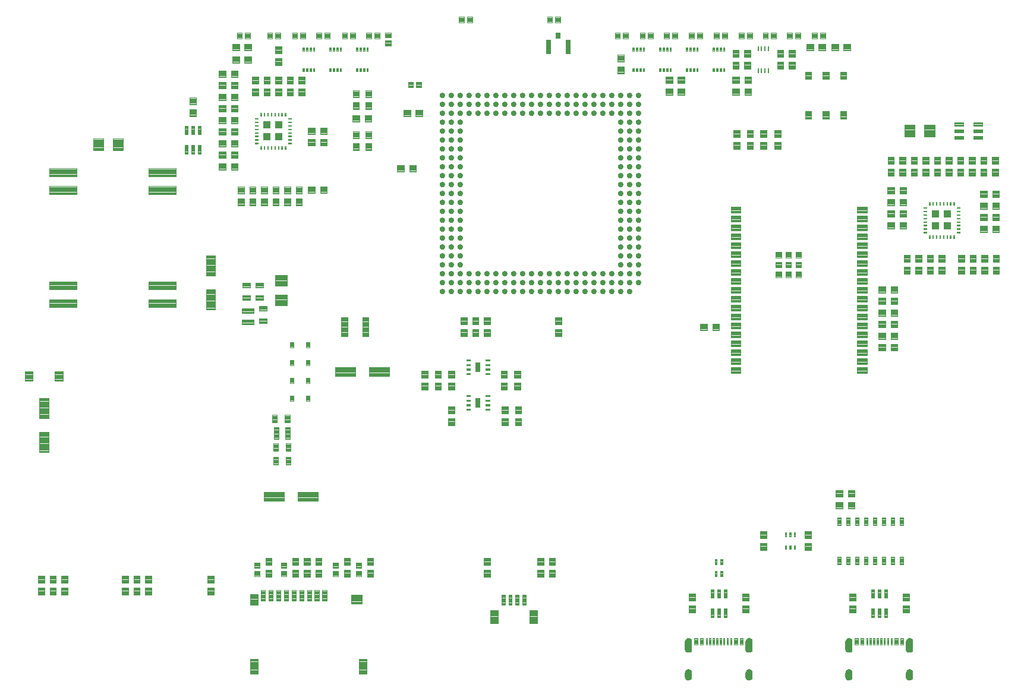
<source format=gtp>
G04 EAGLE Gerber RS-274X export*
G75*
%MOMM*%
%FSLAX34Y34*%
%LPD*%
%INSolderpaste Top*%
%IPPOS*%
%AMOC8*
5,1,8,0,0,1.08239X$1,22.5*%
G01*
%ADD10C,0.100000*%
%ADD11C,0.100800*%
%ADD12C,0.102000*%
%ADD13C,0.105000*%
%ADD14C,0.096000*%
%ADD15C,0.098000*%
%ADD16C,0.099000*%
%ADD17R,0.800000X1.375000*%
%ADD18R,0.800000X0.850000*%
%ADD19R,0.700000X2.000000*%
%ADD20C,0.104000*%
%ADD21C,0.101600*%
%ADD22C,0.101200*%
%ADD23R,1.000000X1.000000*%
%ADD24R,0.250000X0.750000*%

G36*
X1093925Y43951D02*
X1093925Y43951D01*
X1093926Y43951D01*
X1094994Y43970D01*
X1095001Y43975D01*
X1095005Y43971D01*
X1096042Y44227D01*
X1096047Y44234D01*
X1096053Y44231D01*
X1097007Y44712D01*
X1097011Y44719D01*
X1097016Y44718D01*
X1097840Y45399D01*
X1097841Y45407D01*
X1097847Y45407D01*
X1098498Y46254D01*
X1098498Y46262D01*
X1098504Y46263D01*
X1098951Y47234D01*
X1098949Y47242D01*
X1098954Y47244D01*
X1099173Y48290D01*
X1099170Y48297D01*
X1099174Y48300D01*
X1099174Y60300D01*
X1099171Y60305D01*
X1099174Y60308D01*
X1098994Y61403D01*
X1098988Y61409D01*
X1098991Y61414D01*
X1098572Y62442D01*
X1098565Y62446D01*
X1098567Y62451D01*
X1097930Y63360D01*
X1097922Y63363D01*
X1097922Y63368D01*
X1097099Y64112D01*
X1097091Y64113D01*
X1097090Y64119D01*
X1096122Y64661D01*
X1096113Y64660D01*
X1096111Y64666D01*
X1095047Y64979D01*
X1095042Y64977D01*
X1095038Y64977D01*
X1095036Y64981D01*
X1093928Y65049D01*
X1093922Y65045D01*
X1093918Y65049D01*
X1092810Y64879D01*
X1092804Y64873D01*
X1092799Y64876D01*
X1091757Y64464D01*
X1091753Y64457D01*
X1091748Y64459D01*
X1090823Y63825D01*
X1090821Y63817D01*
X1090815Y63818D01*
X1090055Y62995D01*
X1090054Y62986D01*
X1090048Y62986D01*
X1089491Y62014D01*
X1089492Y62006D01*
X1089486Y62004D01*
X1089159Y60932D01*
X1089162Y60924D01*
X1089157Y60921D01*
X1089076Y59804D01*
X1089077Y59801D01*
X1089076Y59800D01*
X1089076Y47800D01*
X1089081Y47793D01*
X1089077Y47789D01*
X1089296Y46845D01*
X1089302Y46839D01*
X1089300Y46834D01*
X1089724Y45962D01*
X1089731Y45959D01*
X1089729Y45953D01*
X1090336Y45197D01*
X1090344Y45195D01*
X1090344Y45189D01*
X1091104Y44588D01*
X1091113Y44588D01*
X1091114Y44582D01*
X1091989Y44164D01*
X1091997Y44166D01*
X1091999Y44161D01*
X1092945Y43949D01*
X1092952Y43952D01*
X1092956Y43947D01*
X1093925Y43951D01*
G37*
G36*
X1322525Y43951D02*
X1322525Y43951D01*
X1322526Y43951D01*
X1323594Y43970D01*
X1323601Y43975D01*
X1323605Y43971D01*
X1324642Y44227D01*
X1324647Y44234D01*
X1324653Y44231D01*
X1325607Y44712D01*
X1325611Y44719D01*
X1325616Y44718D01*
X1326440Y45399D01*
X1326441Y45407D01*
X1326447Y45407D01*
X1327098Y46254D01*
X1327098Y46262D01*
X1327104Y46263D01*
X1327551Y47234D01*
X1327549Y47242D01*
X1327554Y47244D01*
X1327773Y48290D01*
X1327770Y48297D01*
X1327774Y48300D01*
X1327774Y60300D01*
X1327771Y60305D01*
X1327774Y60308D01*
X1327594Y61403D01*
X1327588Y61409D01*
X1327591Y61414D01*
X1327172Y62442D01*
X1327165Y62446D01*
X1327167Y62451D01*
X1326530Y63360D01*
X1326522Y63363D01*
X1326522Y63368D01*
X1325699Y64112D01*
X1325691Y64113D01*
X1325690Y64119D01*
X1324722Y64661D01*
X1324713Y64660D01*
X1324711Y64666D01*
X1323647Y64979D01*
X1323642Y64977D01*
X1323638Y64977D01*
X1323636Y64981D01*
X1322528Y65049D01*
X1322522Y65045D01*
X1322518Y65049D01*
X1321410Y64879D01*
X1321404Y64873D01*
X1321399Y64876D01*
X1320357Y64464D01*
X1320353Y64457D01*
X1320348Y64459D01*
X1319423Y63825D01*
X1319421Y63817D01*
X1319415Y63818D01*
X1318655Y62995D01*
X1318654Y62986D01*
X1318648Y62986D01*
X1318091Y62014D01*
X1318092Y62006D01*
X1318086Y62004D01*
X1317759Y60932D01*
X1317762Y60924D01*
X1317757Y60921D01*
X1317676Y59804D01*
X1317677Y59801D01*
X1317676Y59800D01*
X1317676Y47800D01*
X1317681Y47793D01*
X1317677Y47789D01*
X1317896Y46845D01*
X1317902Y46839D01*
X1317900Y46834D01*
X1318324Y45962D01*
X1318331Y45959D01*
X1318329Y45953D01*
X1318936Y45197D01*
X1318944Y45195D01*
X1318944Y45189D01*
X1319704Y44588D01*
X1319713Y44588D01*
X1319714Y44582D01*
X1320589Y44164D01*
X1320597Y44166D01*
X1320599Y44161D01*
X1321545Y43949D01*
X1321552Y43952D01*
X1321556Y43947D01*
X1322525Y43951D01*
G37*
G36*
X1008506Y43960D02*
X1008506Y43960D01*
X1008513Y43965D01*
X1008517Y43961D01*
X1009569Y44211D01*
X1009574Y44217D01*
X1009579Y44214D01*
X1010549Y44691D01*
X1010552Y44699D01*
X1010558Y44697D01*
X1011397Y45378D01*
X1011399Y45386D01*
X1011405Y45386D01*
X1012071Y46237D01*
X1012072Y46245D01*
X1012077Y46246D01*
X1012538Y47223D01*
X1012536Y47231D01*
X1012542Y47234D01*
X1012773Y48289D01*
X1012770Y48297D01*
X1012774Y48300D01*
X1012774Y60300D01*
X1012770Y60305D01*
X1012774Y60308D01*
X1012581Y61414D01*
X1012575Y61419D01*
X1012578Y61424D01*
X1012145Y62459D01*
X1012138Y62463D01*
X1012140Y62468D01*
X1011487Y63381D01*
X1011479Y63383D01*
X1011480Y63389D01*
X1010641Y64133D01*
X1010632Y64134D01*
X1010632Y64139D01*
X1009648Y64678D01*
X1009640Y64677D01*
X1009638Y64682D01*
X1008559Y64989D01*
X1008551Y64986D01*
X1008548Y64991D01*
X1007428Y65049D01*
X1007423Y65046D01*
X1007420Y65049D01*
X1006374Y64931D01*
X1006368Y64925D01*
X1006363Y64929D01*
X1005369Y64581D01*
X1005365Y64574D01*
X1005360Y64576D01*
X1004468Y64016D01*
X1004466Y64009D01*
X1004460Y64009D01*
X1003716Y63265D01*
X1003714Y63257D01*
X1003709Y63257D01*
X1003149Y62365D01*
X1003149Y62357D01*
X1003144Y62356D01*
X1002796Y61362D01*
X1002799Y61354D01*
X1002794Y61351D01*
X1002676Y60306D01*
X1002678Y60302D01*
X1002676Y60300D01*
X1002676Y48300D01*
X1002679Y48295D01*
X1002676Y48292D01*
X1002834Y47296D01*
X1002840Y47290D01*
X1002837Y47285D01*
X1003212Y46349D01*
X1003219Y46345D01*
X1003217Y46339D01*
X1003791Y45510D01*
X1003799Y45507D01*
X1003798Y45502D01*
X1004542Y44821D01*
X1004551Y44820D01*
X1004551Y44814D01*
X1005428Y44316D01*
X1005437Y44317D01*
X1005439Y44312D01*
X1006404Y44021D01*
X1006412Y44024D01*
X1006415Y44019D01*
X1007422Y43951D01*
X1007424Y43952D01*
X1007425Y43951D01*
X1008506Y43960D01*
G37*
G36*
X1237106Y43960D02*
X1237106Y43960D01*
X1237113Y43965D01*
X1237117Y43961D01*
X1238169Y44211D01*
X1238174Y44217D01*
X1238179Y44214D01*
X1239149Y44691D01*
X1239152Y44699D01*
X1239158Y44697D01*
X1239997Y45378D01*
X1239999Y45386D01*
X1240005Y45386D01*
X1240671Y46237D01*
X1240672Y46245D01*
X1240677Y46246D01*
X1241138Y47223D01*
X1241136Y47231D01*
X1241142Y47234D01*
X1241373Y48289D01*
X1241370Y48297D01*
X1241374Y48300D01*
X1241374Y60300D01*
X1241370Y60305D01*
X1241374Y60308D01*
X1241181Y61414D01*
X1241175Y61419D01*
X1241178Y61424D01*
X1240745Y62459D01*
X1240738Y62463D01*
X1240740Y62468D01*
X1240087Y63381D01*
X1240079Y63383D01*
X1240080Y63389D01*
X1239241Y64133D01*
X1239232Y64134D01*
X1239232Y64139D01*
X1238248Y64678D01*
X1238240Y64677D01*
X1238238Y64682D01*
X1237159Y64989D01*
X1237151Y64986D01*
X1237148Y64991D01*
X1236028Y65049D01*
X1236023Y65046D01*
X1236020Y65049D01*
X1234974Y64931D01*
X1234968Y64925D01*
X1234963Y64929D01*
X1233969Y64581D01*
X1233965Y64574D01*
X1233960Y64576D01*
X1233068Y64016D01*
X1233066Y64009D01*
X1233060Y64009D01*
X1232316Y63265D01*
X1232314Y63257D01*
X1232309Y63257D01*
X1231749Y62365D01*
X1231749Y62357D01*
X1231744Y62356D01*
X1231396Y61362D01*
X1231399Y61354D01*
X1231394Y61351D01*
X1231276Y60306D01*
X1231278Y60302D01*
X1231276Y60300D01*
X1231276Y48300D01*
X1231279Y48295D01*
X1231276Y48292D01*
X1231434Y47296D01*
X1231440Y47290D01*
X1231437Y47285D01*
X1231812Y46349D01*
X1231819Y46345D01*
X1231817Y46339D01*
X1232391Y45510D01*
X1232399Y45507D01*
X1232398Y45502D01*
X1233142Y44821D01*
X1233151Y44820D01*
X1233151Y44814D01*
X1234028Y44316D01*
X1234037Y44317D01*
X1234039Y44312D01*
X1235004Y44021D01*
X1235012Y44024D01*
X1235015Y44019D01*
X1236022Y43951D01*
X1236024Y43952D01*
X1236025Y43951D01*
X1237106Y43960D01*
G37*
G36*
X1094429Y4455D02*
X1094429Y4455D01*
X1094432Y4451D01*
X1095508Y4606D01*
X1095513Y4612D01*
X1095518Y4609D01*
X1096532Y4999D01*
X1096536Y5006D01*
X1096542Y5005D01*
X1097444Y5611D01*
X1097446Y5619D01*
X1097452Y5618D01*
X1098196Y6410D01*
X1098197Y6418D01*
X1098203Y6418D01*
X1098752Y7356D01*
X1098751Y7364D01*
X1098757Y7366D01*
X1099084Y8402D01*
X1099081Y8410D01*
X1099086Y8413D01*
X1099174Y9496D01*
X1099172Y9499D01*
X1099174Y9500D01*
X1099174Y15500D01*
X1099171Y15504D01*
X1099174Y15506D01*
X1099024Y16639D01*
X1099018Y16645D01*
X1099021Y16650D01*
X1098623Y17720D01*
X1098616Y17724D01*
X1098618Y17730D01*
X1097991Y18685D01*
X1097983Y18688D01*
X1097984Y18693D01*
X1097161Y19485D01*
X1097153Y19486D01*
X1097152Y19492D01*
X1096173Y20081D01*
X1096165Y20080D01*
X1096163Y20085D01*
X1095078Y20441D01*
X1095070Y20439D01*
X1095067Y20443D01*
X1093930Y20549D01*
X1093921Y20544D01*
X1093916Y20548D01*
X1092779Y20341D01*
X1092773Y20335D01*
X1092768Y20338D01*
X1091706Y19883D01*
X1091702Y19876D01*
X1091696Y19878D01*
X1090761Y19198D01*
X1090759Y19190D01*
X1090753Y19191D01*
X1089993Y18320D01*
X1089993Y18312D01*
X1089987Y18311D01*
X1089440Y17292D01*
X1089441Y17284D01*
X1089436Y17282D01*
X1089432Y17269D01*
X1089419Y17220D01*
X1089418Y17220D01*
X1089419Y17220D01*
X1089405Y17171D01*
X1089391Y17121D01*
X1089378Y17072D01*
X1089364Y17023D01*
X1089351Y16974D01*
X1089337Y16924D01*
X1089324Y16875D01*
X1089310Y16826D01*
X1089296Y16777D01*
X1089283Y16727D01*
X1089269Y16678D01*
X1089256Y16629D01*
X1089242Y16580D01*
X1089229Y16530D01*
X1089215Y16481D01*
X1089202Y16432D01*
X1089201Y16432D01*
X1089188Y16383D01*
X1089174Y16333D01*
X1089129Y16168D01*
X1089132Y16160D01*
X1089127Y16157D01*
X1089076Y15002D01*
X1089077Y15001D01*
X1089076Y15000D01*
X1089076Y9000D01*
X1089080Y8994D01*
X1089077Y8991D01*
X1089289Y7910D01*
X1089295Y7905D01*
X1089292Y7900D01*
X1089739Y6894D01*
X1089746Y6890D01*
X1089744Y6884D01*
X1090404Y6003D01*
X1090412Y6000D01*
X1090412Y5995D01*
X1091251Y5282D01*
X1091259Y5282D01*
X1091260Y5276D01*
X1092237Y4768D01*
X1092245Y4769D01*
X1092247Y4764D01*
X1093312Y4486D01*
X1093320Y4489D01*
X1093323Y4485D01*
X1094424Y4451D01*
X1094429Y4455D01*
G37*
G36*
X1323029Y4455D02*
X1323029Y4455D01*
X1323032Y4451D01*
X1324108Y4606D01*
X1324113Y4612D01*
X1324118Y4609D01*
X1325132Y4999D01*
X1325136Y5006D01*
X1325142Y5005D01*
X1326044Y5611D01*
X1326046Y5619D01*
X1326052Y5618D01*
X1326796Y6410D01*
X1326797Y6418D01*
X1326803Y6418D01*
X1327352Y7356D01*
X1327351Y7364D01*
X1327357Y7366D01*
X1327684Y8402D01*
X1327681Y8410D01*
X1327686Y8413D01*
X1327774Y9496D01*
X1327772Y9499D01*
X1327774Y9500D01*
X1327774Y15500D01*
X1327771Y15504D01*
X1327774Y15506D01*
X1327624Y16639D01*
X1327618Y16645D01*
X1327621Y16650D01*
X1327223Y17720D01*
X1327216Y17724D01*
X1327218Y17730D01*
X1326591Y18685D01*
X1326583Y18688D01*
X1326584Y18693D01*
X1325761Y19485D01*
X1325753Y19486D01*
X1325752Y19492D01*
X1324773Y20081D01*
X1324765Y20080D01*
X1324763Y20085D01*
X1323678Y20441D01*
X1323670Y20439D01*
X1323667Y20443D01*
X1322530Y20549D01*
X1322521Y20544D01*
X1322516Y20548D01*
X1321379Y20341D01*
X1321373Y20335D01*
X1321368Y20338D01*
X1320306Y19883D01*
X1320302Y19876D01*
X1320296Y19878D01*
X1319361Y19198D01*
X1319359Y19190D01*
X1319353Y19191D01*
X1318593Y18320D01*
X1318593Y18312D01*
X1318587Y18311D01*
X1318040Y17292D01*
X1318041Y17284D01*
X1318036Y17282D01*
X1318032Y17269D01*
X1318019Y17220D01*
X1318018Y17220D01*
X1318019Y17220D01*
X1318005Y17171D01*
X1317991Y17121D01*
X1317978Y17072D01*
X1317964Y17023D01*
X1317951Y16974D01*
X1317937Y16924D01*
X1317924Y16875D01*
X1317910Y16826D01*
X1317896Y16777D01*
X1317883Y16727D01*
X1317869Y16678D01*
X1317856Y16629D01*
X1317842Y16580D01*
X1317829Y16530D01*
X1317815Y16481D01*
X1317802Y16432D01*
X1317801Y16432D01*
X1317788Y16383D01*
X1317774Y16333D01*
X1317729Y16168D01*
X1317732Y16160D01*
X1317727Y16157D01*
X1317676Y15002D01*
X1317677Y15001D01*
X1317676Y15000D01*
X1317676Y9000D01*
X1317680Y8994D01*
X1317677Y8991D01*
X1317889Y7910D01*
X1317895Y7905D01*
X1317892Y7900D01*
X1318339Y6894D01*
X1318346Y6890D01*
X1318344Y6884D01*
X1319004Y6003D01*
X1319012Y6000D01*
X1319012Y5995D01*
X1319851Y5282D01*
X1319859Y5282D01*
X1319860Y5276D01*
X1320837Y4768D01*
X1320845Y4769D01*
X1320847Y4764D01*
X1321912Y4486D01*
X1321920Y4489D01*
X1321923Y4485D01*
X1323024Y4451D01*
X1323029Y4455D01*
G37*
G36*
X1007927Y4455D02*
X1007927Y4455D01*
X1007932Y4451D01*
X1009019Y4596D01*
X1009025Y4602D01*
X1009030Y4599D01*
X1010058Y4983D01*
X1010063Y4989D01*
X1010068Y4988D01*
X1010985Y5590D01*
X1010988Y5598D01*
X1010994Y5597D01*
X1011754Y6389D01*
X1011755Y6397D01*
X1011761Y6398D01*
X1012325Y7339D01*
X1012325Y7342D01*
X1012326Y7343D01*
X1012325Y7345D01*
X1012324Y7347D01*
X1012330Y7349D01*
X1012671Y8392D01*
X1012669Y8400D01*
X1012673Y8403D01*
X1012774Y9496D01*
X1012772Y9498D01*
X1012774Y9500D01*
X1012774Y15500D01*
X1012772Y15503D01*
X1012774Y15505D01*
X1012673Y16597D01*
X1012668Y16603D01*
X1012671Y16608D01*
X1012330Y17651D01*
X1012323Y17656D01*
X1012325Y17661D01*
X1011761Y18602D01*
X1011753Y18605D01*
X1011754Y18611D01*
X1010994Y19403D01*
X1010986Y19404D01*
X1010985Y19410D01*
X1010068Y20013D01*
X1010060Y20012D01*
X1010058Y20018D01*
X1009030Y20401D01*
X1009022Y20399D01*
X1009019Y20404D01*
X1007932Y20549D01*
X1007924Y20545D01*
X1007920Y20549D01*
X1006783Y20443D01*
X1006777Y20438D01*
X1006772Y20441D01*
X1005687Y20085D01*
X1005682Y20078D01*
X1005677Y20081D01*
X1004698Y19492D01*
X1004695Y19484D01*
X1004689Y19485D01*
X1003866Y18693D01*
X1003865Y18685D01*
X1003859Y18685D01*
X1003232Y17730D01*
X1003233Y17722D01*
X1003227Y17720D01*
X1002829Y16650D01*
X1002831Y16642D01*
X1002826Y16639D01*
X1002676Y15506D01*
X1002679Y15502D01*
X1002676Y15500D01*
X1002676Y9500D01*
X1002679Y9496D01*
X1002676Y9494D01*
X1002826Y8361D01*
X1002832Y8355D01*
X1002829Y8350D01*
X1003227Y7280D01*
X1003234Y7276D01*
X1003232Y7270D01*
X1003859Y6315D01*
X1003867Y6312D01*
X1003866Y6307D01*
X1004689Y5515D01*
X1004697Y5514D01*
X1004698Y5508D01*
X1005677Y4919D01*
X1005685Y4920D01*
X1005687Y4915D01*
X1006772Y4559D01*
X1006780Y4562D01*
X1006783Y4557D01*
X1007920Y4451D01*
X1007927Y4455D01*
G37*
G36*
X1236527Y4455D02*
X1236527Y4455D01*
X1236532Y4451D01*
X1237619Y4596D01*
X1237625Y4602D01*
X1237630Y4599D01*
X1238658Y4983D01*
X1238663Y4989D01*
X1238668Y4988D01*
X1239585Y5590D01*
X1239588Y5598D01*
X1239594Y5597D01*
X1240354Y6389D01*
X1240355Y6397D01*
X1240361Y6398D01*
X1240925Y7339D01*
X1240925Y7342D01*
X1240926Y7343D01*
X1240925Y7345D01*
X1240924Y7347D01*
X1240930Y7349D01*
X1241271Y8392D01*
X1241269Y8400D01*
X1241273Y8403D01*
X1241374Y9496D01*
X1241372Y9498D01*
X1241374Y9500D01*
X1241374Y15500D01*
X1241372Y15503D01*
X1241374Y15505D01*
X1241273Y16597D01*
X1241268Y16603D01*
X1241271Y16608D01*
X1240930Y17651D01*
X1240923Y17656D01*
X1240925Y17661D01*
X1240361Y18602D01*
X1240353Y18605D01*
X1240354Y18611D01*
X1239594Y19403D01*
X1239586Y19404D01*
X1239585Y19410D01*
X1238668Y20013D01*
X1238660Y20012D01*
X1238658Y20018D01*
X1237630Y20401D01*
X1237622Y20399D01*
X1237619Y20404D01*
X1236532Y20549D01*
X1236524Y20545D01*
X1236520Y20549D01*
X1235383Y20443D01*
X1235377Y20438D01*
X1235372Y20441D01*
X1234287Y20085D01*
X1234282Y20078D01*
X1234277Y20081D01*
X1233298Y19492D01*
X1233295Y19484D01*
X1233289Y19485D01*
X1232466Y18693D01*
X1232465Y18685D01*
X1232459Y18685D01*
X1231832Y17730D01*
X1231833Y17722D01*
X1231827Y17720D01*
X1231429Y16650D01*
X1231431Y16642D01*
X1231426Y16639D01*
X1231276Y15506D01*
X1231279Y15502D01*
X1231276Y15500D01*
X1231276Y9500D01*
X1231279Y9496D01*
X1231276Y9494D01*
X1231426Y8361D01*
X1231432Y8355D01*
X1231429Y8350D01*
X1231827Y7280D01*
X1231834Y7276D01*
X1231832Y7270D01*
X1232459Y6315D01*
X1232467Y6312D01*
X1232466Y6307D01*
X1233289Y5515D01*
X1233297Y5514D01*
X1233298Y5508D01*
X1234277Y4919D01*
X1234285Y4920D01*
X1234287Y4915D01*
X1235372Y4559D01*
X1235380Y4562D01*
X1235383Y4557D01*
X1236520Y4451D01*
X1236527Y4455D01*
G37*
G36*
X733883Y834423D02*
X733883Y834423D01*
X733899Y834421D01*
X734761Y834634D01*
X734773Y834643D01*
X734790Y834645D01*
X735576Y835057D01*
X735585Y835069D01*
X735601Y835074D01*
X736265Y835663D01*
X736272Y835677D01*
X736286Y835686D01*
X736790Y836417D01*
X736793Y836431D01*
X736804Y836444D01*
X737119Y837274D01*
X737118Y837289D01*
X737126Y837303D01*
X737233Y838185D01*
X737229Y838198D01*
X737234Y838209D01*
X737232Y838212D01*
X737233Y838215D01*
X737126Y839097D01*
X737119Y839110D01*
X737119Y839126D01*
X736804Y839956D01*
X736794Y839967D01*
X736790Y839983D01*
X736286Y840714D01*
X736273Y840722D01*
X736265Y840737D01*
X735601Y841326D01*
X735595Y841328D01*
X735594Y841329D01*
X735585Y841332D01*
X735576Y841343D01*
X734790Y841755D01*
X734775Y841757D01*
X734761Y841766D01*
X733899Y841979D01*
X733885Y841976D01*
X733869Y841982D01*
X732981Y841982D01*
X732967Y841977D01*
X732951Y841979D01*
X732089Y841766D01*
X732077Y841757D01*
X732060Y841755D01*
X731274Y841343D01*
X731265Y841331D01*
X731249Y841326D01*
X730585Y840737D01*
X730578Y840723D01*
X730564Y840714D01*
X730060Y839983D01*
X730057Y839969D01*
X730046Y839956D01*
X729731Y839126D01*
X729732Y839111D01*
X729724Y839097D01*
X729617Y838215D01*
X729619Y838207D01*
X729616Y838201D01*
X729619Y838195D01*
X729617Y838185D01*
X729724Y837303D01*
X729731Y837290D01*
X729731Y837274D01*
X730046Y836444D01*
X730056Y836433D01*
X730060Y836417D01*
X730564Y835686D01*
X730577Y835678D01*
X730585Y835663D01*
X731249Y835074D01*
X731263Y835070D01*
X731274Y835057D01*
X732060Y834645D01*
X732075Y834643D01*
X732089Y834634D01*
X732951Y834421D01*
X732966Y834424D01*
X732981Y834418D01*
X733869Y834418D01*
X733883Y834423D01*
G37*
G36*
X721183Y834423D02*
X721183Y834423D01*
X721199Y834421D01*
X722061Y834634D01*
X722073Y834643D01*
X722090Y834645D01*
X722876Y835057D01*
X722885Y835069D01*
X722901Y835074D01*
X723565Y835663D01*
X723572Y835677D01*
X723586Y835686D01*
X724090Y836417D01*
X724093Y836431D01*
X724104Y836444D01*
X724419Y837274D01*
X724418Y837289D01*
X724426Y837303D01*
X724533Y838185D01*
X724529Y838198D01*
X724534Y838209D01*
X724532Y838212D01*
X724533Y838215D01*
X724426Y839097D01*
X724419Y839110D01*
X724419Y839126D01*
X724104Y839956D01*
X724094Y839967D01*
X724090Y839983D01*
X723586Y840714D01*
X723573Y840722D01*
X723565Y840737D01*
X722901Y841326D01*
X722895Y841328D01*
X722894Y841329D01*
X722885Y841332D01*
X722876Y841343D01*
X722090Y841755D01*
X722075Y841757D01*
X722061Y841766D01*
X721199Y841979D01*
X721185Y841976D01*
X721169Y841982D01*
X720281Y841982D01*
X720267Y841977D01*
X720251Y841979D01*
X719389Y841766D01*
X719377Y841757D01*
X719360Y841755D01*
X718574Y841343D01*
X718565Y841331D01*
X718549Y841326D01*
X717885Y840737D01*
X717878Y840723D01*
X717864Y840714D01*
X717360Y839983D01*
X717357Y839969D01*
X717346Y839956D01*
X717031Y839126D01*
X717032Y839111D01*
X717024Y839097D01*
X716917Y838215D01*
X716919Y838207D01*
X716916Y838201D01*
X716919Y838195D01*
X716917Y838185D01*
X717024Y837303D01*
X717031Y837290D01*
X717031Y837274D01*
X717346Y836444D01*
X717356Y836433D01*
X717360Y836417D01*
X717864Y835686D01*
X717877Y835678D01*
X717885Y835663D01*
X718549Y835074D01*
X718563Y835070D01*
X718574Y835057D01*
X719360Y834645D01*
X719375Y834643D01*
X719389Y834634D01*
X720251Y834421D01*
X720266Y834424D01*
X720281Y834418D01*
X721169Y834418D01*
X721183Y834423D01*
G37*
G36*
X848183Y834423D02*
X848183Y834423D01*
X848199Y834421D01*
X849061Y834634D01*
X849073Y834643D01*
X849090Y834645D01*
X849876Y835057D01*
X849885Y835069D01*
X849901Y835074D01*
X850565Y835663D01*
X850572Y835677D01*
X850586Y835686D01*
X851090Y836417D01*
X851093Y836431D01*
X851104Y836444D01*
X851419Y837274D01*
X851418Y837289D01*
X851426Y837303D01*
X851533Y838185D01*
X851529Y838198D01*
X851534Y838209D01*
X851532Y838212D01*
X851533Y838215D01*
X851426Y839097D01*
X851419Y839110D01*
X851419Y839126D01*
X851104Y839956D01*
X851094Y839967D01*
X851090Y839983D01*
X850586Y840714D01*
X850573Y840722D01*
X850565Y840737D01*
X849901Y841326D01*
X849895Y841328D01*
X849894Y841329D01*
X849885Y841332D01*
X849876Y841343D01*
X849090Y841755D01*
X849075Y841757D01*
X849061Y841766D01*
X848199Y841979D01*
X848185Y841976D01*
X848169Y841982D01*
X847281Y841982D01*
X847267Y841977D01*
X847251Y841979D01*
X846389Y841766D01*
X846377Y841757D01*
X846360Y841755D01*
X845574Y841343D01*
X845565Y841331D01*
X845549Y841326D01*
X844885Y840737D01*
X844878Y840723D01*
X844864Y840714D01*
X844360Y839983D01*
X844357Y839969D01*
X844346Y839956D01*
X844031Y839126D01*
X844032Y839111D01*
X844024Y839097D01*
X843917Y838215D01*
X843919Y838207D01*
X843916Y838201D01*
X843919Y838195D01*
X843917Y838185D01*
X844024Y837303D01*
X844031Y837290D01*
X844031Y837274D01*
X844346Y836444D01*
X844356Y836433D01*
X844360Y836417D01*
X844864Y835686D01*
X844877Y835678D01*
X844885Y835663D01*
X845549Y835074D01*
X845563Y835070D01*
X845574Y835057D01*
X846360Y834645D01*
X846375Y834643D01*
X846389Y834634D01*
X847251Y834421D01*
X847266Y834424D01*
X847281Y834418D01*
X848169Y834418D01*
X848183Y834423D01*
G37*
G36*
X797383Y834423D02*
X797383Y834423D01*
X797399Y834421D01*
X798261Y834634D01*
X798273Y834643D01*
X798290Y834645D01*
X799076Y835057D01*
X799085Y835069D01*
X799101Y835074D01*
X799765Y835663D01*
X799772Y835677D01*
X799786Y835686D01*
X800290Y836417D01*
X800293Y836431D01*
X800304Y836444D01*
X800619Y837274D01*
X800618Y837289D01*
X800626Y837303D01*
X800733Y838185D01*
X800729Y838198D01*
X800734Y838209D01*
X800732Y838212D01*
X800733Y838215D01*
X800626Y839097D01*
X800619Y839110D01*
X800619Y839126D01*
X800304Y839956D01*
X800294Y839967D01*
X800290Y839983D01*
X799786Y840714D01*
X799773Y840722D01*
X799765Y840737D01*
X799101Y841326D01*
X799095Y841328D01*
X799094Y841329D01*
X799085Y841332D01*
X799076Y841343D01*
X798290Y841755D01*
X798275Y841757D01*
X798261Y841766D01*
X797399Y841979D01*
X797385Y841976D01*
X797369Y841982D01*
X796481Y841982D01*
X796467Y841977D01*
X796451Y841979D01*
X795589Y841766D01*
X795577Y841757D01*
X795560Y841755D01*
X794774Y841343D01*
X794765Y841331D01*
X794749Y841326D01*
X794085Y840737D01*
X794078Y840723D01*
X794064Y840714D01*
X793560Y839983D01*
X793557Y839969D01*
X793546Y839956D01*
X793231Y839126D01*
X793232Y839111D01*
X793224Y839097D01*
X793117Y838215D01*
X793119Y838207D01*
X793116Y838201D01*
X793119Y838195D01*
X793117Y838185D01*
X793224Y837303D01*
X793231Y837290D01*
X793231Y837274D01*
X793546Y836444D01*
X793556Y836433D01*
X793560Y836417D01*
X794064Y835686D01*
X794077Y835678D01*
X794085Y835663D01*
X794749Y835074D01*
X794763Y835070D01*
X794774Y835057D01*
X795560Y834645D01*
X795575Y834643D01*
X795589Y834634D01*
X796451Y834421D01*
X796466Y834424D01*
X796481Y834418D01*
X797369Y834418D01*
X797383Y834423D01*
G37*
G36*
X784683Y834423D02*
X784683Y834423D01*
X784699Y834421D01*
X785561Y834634D01*
X785573Y834643D01*
X785590Y834645D01*
X786376Y835057D01*
X786385Y835069D01*
X786401Y835074D01*
X787065Y835663D01*
X787072Y835677D01*
X787086Y835686D01*
X787590Y836417D01*
X787593Y836431D01*
X787604Y836444D01*
X787919Y837274D01*
X787918Y837289D01*
X787926Y837303D01*
X788033Y838185D01*
X788029Y838198D01*
X788034Y838209D01*
X788032Y838212D01*
X788033Y838215D01*
X787926Y839097D01*
X787919Y839110D01*
X787919Y839126D01*
X787604Y839956D01*
X787594Y839967D01*
X787590Y839983D01*
X787086Y840714D01*
X787073Y840722D01*
X787065Y840737D01*
X786401Y841326D01*
X786395Y841328D01*
X786394Y841329D01*
X786385Y841332D01*
X786376Y841343D01*
X785590Y841755D01*
X785575Y841757D01*
X785561Y841766D01*
X784699Y841979D01*
X784685Y841976D01*
X784669Y841982D01*
X783781Y841982D01*
X783767Y841977D01*
X783751Y841979D01*
X782889Y841766D01*
X782877Y841757D01*
X782860Y841755D01*
X782074Y841343D01*
X782065Y841331D01*
X782049Y841326D01*
X781385Y840737D01*
X781378Y840723D01*
X781364Y840714D01*
X780860Y839983D01*
X780857Y839969D01*
X780846Y839956D01*
X780531Y839126D01*
X780532Y839111D01*
X780524Y839097D01*
X780417Y838215D01*
X780419Y838207D01*
X780416Y838201D01*
X780419Y838195D01*
X780417Y838185D01*
X780524Y837303D01*
X780531Y837290D01*
X780531Y837274D01*
X780846Y836444D01*
X780856Y836433D01*
X780860Y836417D01*
X781364Y835686D01*
X781377Y835678D01*
X781385Y835663D01*
X782049Y835074D01*
X782063Y835070D01*
X782074Y835057D01*
X782860Y834645D01*
X782875Y834643D01*
X782889Y834634D01*
X783751Y834421D01*
X783766Y834424D01*
X783781Y834418D01*
X784669Y834418D01*
X784683Y834423D01*
G37*
G36*
X759283Y834423D02*
X759283Y834423D01*
X759299Y834421D01*
X760161Y834634D01*
X760173Y834643D01*
X760190Y834645D01*
X760976Y835057D01*
X760985Y835069D01*
X761001Y835074D01*
X761665Y835663D01*
X761672Y835677D01*
X761686Y835686D01*
X762190Y836417D01*
X762193Y836431D01*
X762204Y836444D01*
X762519Y837274D01*
X762518Y837289D01*
X762526Y837303D01*
X762633Y838185D01*
X762629Y838198D01*
X762634Y838209D01*
X762632Y838212D01*
X762633Y838215D01*
X762526Y839097D01*
X762519Y839110D01*
X762519Y839126D01*
X762204Y839956D01*
X762194Y839967D01*
X762190Y839983D01*
X761686Y840714D01*
X761673Y840722D01*
X761665Y840737D01*
X761001Y841326D01*
X760995Y841328D01*
X760994Y841329D01*
X760985Y841332D01*
X760976Y841343D01*
X760190Y841755D01*
X760175Y841757D01*
X760161Y841766D01*
X759299Y841979D01*
X759285Y841976D01*
X759269Y841982D01*
X758381Y841982D01*
X758367Y841977D01*
X758351Y841979D01*
X757489Y841766D01*
X757477Y841757D01*
X757460Y841755D01*
X756674Y841343D01*
X756665Y841331D01*
X756649Y841326D01*
X755985Y840737D01*
X755978Y840723D01*
X755964Y840714D01*
X755460Y839983D01*
X755457Y839969D01*
X755446Y839956D01*
X755131Y839126D01*
X755132Y839111D01*
X755124Y839097D01*
X755017Y838215D01*
X755019Y838207D01*
X755016Y838201D01*
X755019Y838195D01*
X755017Y838185D01*
X755124Y837303D01*
X755131Y837290D01*
X755131Y837274D01*
X755446Y836444D01*
X755456Y836433D01*
X755460Y836417D01*
X755964Y835686D01*
X755977Y835678D01*
X755985Y835663D01*
X756649Y835074D01*
X756663Y835070D01*
X756674Y835057D01*
X757460Y834645D01*
X757475Y834643D01*
X757489Y834634D01*
X758351Y834421D01*
X758366Y834424D01*
X758381Y834418D01*
X759269Y834418D01*
X759283Y834423D01*
G37*
G36*
X911683Y834423D02*
X911683Y834423D01*
X911699Y834421D01*
X912561Y834634D01*
X912573Y834643D01*
X912590Y834645D01*
X913376Y835057D01*
X913385Y835069D01*
X913401Y835074D01*
X914065Y835663D01*
X914072Y835677D01*
X914086Y835686D01*
X914590Y836417D01*
X914593Y836431D01*
X914604Y836444D01*
X914919Y837274D01*
X914918Y837289D01*
X914926Y837303D01*
X915033Y838185D01*
X915029Y838198D01*
X915034Y838209D01*
X915032Y838212D01*
X915033Y838215D01*
X914926Y839097D01*
X914919Y839110D01*
X914919Y839126D01*
X914604Y839956D01*
X914594Y839967D01*
X914590Y839983D01*
X914086Y840714D01*
X914073Y840722D01*
X914065Y840737D01*
X913401Y841326D01*
X913395Y841328D01*
X913394Y841329D01*
X913385Y841332D01*
X913376Y841343D01*
X912590Y841755D01*
X912575Y841757D01*
X912561Y841766D01*
X911699Y841979D01*
X911685Y841976D01*
X911669Y841982D01*
X910781Y841982D01*
X910767Y841977D01*
X910751Y841979D01*
X909889Y841766D01*
X909877Y841757D01*
X909860Y841755D01*
X909074Y841343D01*
X909065Y841331D01*
X909049Y841326D01*
X908385Y840737D01*
X908378Y840723D01*
X908364Y840714D01*
X907860Y839983D01*
X907857Y839969D01*
X907846Y839956D01*
X907531Y839126D01*
X907532Y839111D01*
X907524Y839097D01*
X907417Y838215D01*
X907419Y838207D01*
X907416Y838201D01*
X907419Y838195D01*
X907417Y838185D01*
X907524Y837303D01*
X907531Y837290D01*
X907531Y837274D01*
X907846Y836444D01*
X907856Y836433D01*
X907860Y836417D01*
X908364Y835686D01*
X908377Y835678D01*
X908385Y835663D01*
X909049Y835074D01*
X909063Y835070D01*
X909074Y835057D01*
X909860Y834645D01*
X909875Y834643D01*
X909889Y834634D01*
X910751Y834421D01*
X910766Y834424D01*
X910781Y834418D01*
X911669Y834418D01*
X911683Y834423D01*
G37*
G36*
X810083Y834423D02*
X810083Y834423D01*
X810099Y834421D01*
X810961Y834634D01*
X810973Y834643D01*
X810990Y834645D01*
X811776Y835057D01*
X811785Y835069D01*
X811801Y835074D01*
X812465Y835663D01*
X812472Y835677D01*
X812486Y835686D01*
X812990Y836417D01*
X812993Y836431D01*
X813004Y836444D01*
X813319Y837274D01*
X813318Y837289D01*
X813326Y837303D01*
X813433Y838185D01*
X813429Y838198D01*
X813434Y838209D01*
X813432Y838212D01*
X813433Y838215D01*
X813326Y839097D01*
X813319Y839110D01*
X813319Y839126D01*
X813004Y839956D01*
X812994Y839967D01*
X812990Y839983D01*
X812486Y840714D01*
X812473Y840722D01*
X812465Y840737D01*
X811801Y841326D01*
X811795Y841328D01*
X811794Y841329D01*
X811785Y841332D01*
X811776Y841343D01*
X810990Y841755D01*
X810975Y841757D01*
X810961Y841766D01*
X810099Y841979D01*
X810085Y841976D01*
X810069Y841982D01*
X809181Y841982D01*
X809167Y841977D01*
X809151Y841979D01*
X808289Y841766D01*
X808277Y841757D01*
X808260Y841755D01*
X807474Y841343D01*
X807465Y841331D01*
X807449Y841326D01*
X806785Y840737D01*
X806778Y840723D01*
X806764Y840714D01*
X806260Y839983D01*
X806257Y839969D01*
X806246Y839956D01*
X805931Y839126D01*
X805932Y839111D01*
X805924Y839097D01*
X805817Y838215D01*
X805819Y838207D01*
X805816Y838201D01*
X805819Y838195D01*
X805817Y838185D01*
X805924Y837303D01*
X805931Y837290D01*
X805931Y837274D01*
X806246Y836444D01*
X806256Y836433D01*
X806260Y836417D01*
X806764Y835686D01*
X806777Y835678D01*
X806785Y835663D01*
X807449Y835074D01*
X807463Y835070D01*
X807474Y835057D01*
X808260Y834645D01*
X808275Y834643D01*
X808289Y834634D01*
X809151Y834421D01*
X809166Y834424D01*
X809181Y834418D01*
X810069Y834418D01*
X810083Y834423D01*
G37*
G36*
X873583Y834423D02*
X873583Y834423D01*
X873599Y834421D01*
X874461Y834634D01*
X874473Y834643D01*
X874490Y834645D01*
X875276Y835057D01*
X875285Y835069D01*
X875301Y835074D01*
X875965Y835663D01*
X875972Y835677D01*
X875986Y835686D01*
X876490Y836417D01*
X876493Y836431D01*
X876504Y836444D01*
X876819Y837274D01*
X876818Y837289D01*
X876826Y837303D01*
X876933Y838185D01*
X876929Y838198D01*
X876934Y838209D01*
X876932Y838212D01*
X876933Y838215D01*
X876826Y839097D01*
X876819Y839110D01*
X876819Y839126D01*
X876504Y839956D01*
X876494Y839967D01*
X876490Y839983D01*
X875986Y840714D01*
X875973Y840722D01*
X875965Y840737D01*
X875301Y841326D01*
X875295Y841328D01*
X875294Y841329D01*
X875285Y841332D01*
X875276Y841343D01*
X874490Y841755D01*
X874475Y841757D01*
X874461Y841766D01*
X873599Y841979D01*
X873585Y841976D01*
X873569Y841982D01*
X872681Y841982D01*
X872667Y841977D01*
X872651Y841979D01*
X871789Y841766D01*
X871777Y841757D01*
X871760Y841755D01*
X870974Y841343D01*
X870965Y841331D01*
X870949Y841326D01*
X870285Y840737D01*
X870278Y840723D01*
X870264Y840714D01*
X869760Y839983D01*
X869757Y839969D01*
X869746Y839956D01*
X869431Y839126D01*
X869432Y839111D01*
X869424Y839097D01*
X869317Y838215D01*
X869319Y838207D01*
X869316Y838201D01*
X869319Y838195D01*
X869317Y838185D01*
X869424Y837303D01*
X869431Y837290D01*
X869431Y837274D01*
X869746Y836444D01*
X869756Y836433D01*
X869760Y836417D01*
X870264Y835686D01*
X870277Y835678D01*
X870285Y835663D01*
X870949Y835074D01*
X870963Y835070D01*
X870974Y835057D01*
X871760Y834645D01*
X871775Y834643D01*
X871789Y834634D01*
X872651Y834421D01*
X872666Y834424D01*
X872681Y834418D01*
X873569Y834418D01*
X873583Y834423D01*
G37*
G36*
X683083Y834423D02*
X683083Y834423D01*
X683099Y834421D01*
X683961Y834634D01*
X683973Y834643D01*
X683990Y834645D01*
X684776Y835057D01*
X684785Y835069D01*
X684801Y835074D01*
X685465Y835663D01*
X685472Y835677D01*
X685486Y835686D01*
X685990Y836417D01*
X685993Y836431D01*
X686004Y836444D01*
X686319Y837274D01*
X686318Y837289D01*
X686326Y837303D01*
X686433Y838185D01*
X686429Y838198D01*
X686434Y838209D01*
X686432Y838212D01*
X686433Y838215D01*
X686326Y839097D01*
X686319Y839110D01*
X686319Y839126D01*
X686004Y839956D01*
X685994Y839967D01*
X685990Y839983D01*
X685486Y840714D01*
X685473Y840722D01*
X685465Y840737D01*
X684801Y841326D01*
X684795Y841328D01*
X684794Y841329D01*
X684785Y841332D01*
X684776Y841343D01*
X683990Y841755D01*
X683975Y841757D01*
X683961Y841766D01*
X683099Y841979D01*
X683085Y841976D01*
X683069Y841982D01*
X682181Y841982D01*
X682167Y841977D01*
X682151Y841979D01*
X681289Y841766D01*
X681277Y841757D01*
X681260Y841755D01*
X680474Y841343D01*
X680465Y841331D01*
X680449Y841326D01*
X679785Y840737D01*
X679778Y840723D01*
X679764Y840714D01*
X679260Y839983D01*
X679257Y839969D01*
X679246Y839956D01*
X678931Y839126D01*
X678932Y839111D01*
X678924Y839097D01*
X678817Y838215D01*
X678819Y838207D01*
X678816Y838201D01*
X678819Y838195D01*
X678817Y838185D01*
X678924Y837303D01*
X678931Y837290D01*
X678931Y837274D01*
X679246Y836444D01*
X679256Y836433D01*
X679260Y836417D01*
X679764Y835686D01*
X679777Y835678D01*
X679785Y835663D01*
X680449Y835074D01*
X680463Y835070D01*
X680474Y835057D01*
X681260Y834645D01*
X681275Y834643D01*
X681289Y834634D01*
X682151Y834421D01*
X682166Y834424D01*
X682181Y834418D01*
X683069Y834418D01*
X683083Y834423D01*
G37*
G36*
X670383Y834423D02*
X670383Y834423D01*
X670399Y834421D01*
X671261Y834634D01*
X671273Y834643D01*
X671290Y834645D01*
X672076Y835057D01*
X672085Y835069D01*
X672101Y835074D01*
X672765Y835663D01*
X672772Y835677D01*
X672786Y835686D01*
X673290Y836417D01*
X673293Y836431D01*
X673304Y836444D01*
X673619Y837274D01*
X673618Y837289D01*
X673626Y837303D01*
X673733Y838185D01*
X673729Y838198D01*
X673734Y838209D01*
X673732Y838212D01*
X673733Y838215D01*
X673626Y839097D01*
X673619Y839110D01*
X673619Y839126D01*
X673304Y839956D01*
X673294Y839967D01*
X673290Y839983D01*
X672786Y840714D01*
X672773Y840722D01*
X672765Y840737D01*
X672101Y841326D01*
X672095Y841328D01*
X672094Y841329D01*
X672085Y841332D01*
X672076Y841343D01*
X671290Y841755D01*
X671275Y841757D01*
X671261Y841766D01*
X670399Y841979D01*
X670385Y841976D01*
X670369Y841982D01*
X669481Y841982D01*
X669467Y841977D01*
X669451Y841979D01*
X668589Y841766D01*
X668577Y841757D01*
X668560Y841755D01*
X667774Y841343D01*
X667765Y841331D01*
X667749Y841326D01*
X667085Y840737D01*
X667078Y840723D01*
X667064Y840714D01*
X666560Y839983D01*
X666557Y839969D01*
X666546Y839956D01*
X666231Y839126D01*
X666232Y839111D01*
X666224Y839097D01*
X666117Y838215D01*
X666119Y838207D01*
X666116Y838201D01*
X666119Y838195D01*
X666117Y838185D01*
X666224Y837303D01*
X666231Y837290D01*
X666231Y837274D01*
X666546Y836444D01*
X666556Y836433D01*
X666560Y836417D01*
X667064Y835686D01*
X667077Y835678D01*
X667085Y835663D01*
X667749Y835074D01*
X667763Y835070D01*
X667774Y835057D01*
X668560Y834645D01*
X668575Y834643D01*
X668589Y834634D01*
X669451Y834421D01*
X669466Y834424D01*
X669481Y834418D01*
X670369Y834418D01*
X670383Y834423D01*
G37*
G36*
X860883Y834423D02*
X860883Y834423D01*
X860899Y834421D01*
X861761Y834634D01*
X861773Y834643D01*
X861790Y834645D01*
X862576Y835057D01*
X862585Y835069D01*
X862601Y835074D01*
X863265Y835663D01*
X863272Y835677D01*
X863286Y835686D01*
X863790Y836417D01*
X863793Y836431D01*
X863804Y836444D01*
X864119Y837274D01*
X864118Y837289D01*
X864126Y837303D01*
X864233Y838185D01*
X864229Y838198D01*
X864234Y838209D01*
X864232Y838212D01*
X864233Y838215D01*
X864126Y839097D01*
X864119Y839110D01*
X864119Y839126D01*
X863804Y839956D01*
X863794Y839967D01*
X863790Y839983D01*
X863286Y840714D01*
X863273Y840722D01*
X863265Y840737D01*
X862601Y841326D01*
X862595Y841328D01*
X862594Y841329D01*
X862585Y841332D01*
X862576Y841343D01*
X861790Y841755D01*
X861775Y841757D01*
X861761Y841766D01*
X860899Y841979D01*
X860885Y841976D01*
X860869Y841982D01*
X859981Y841982D01*
X859967Y841977D01*
X859951Y841979D01*
X859089Y841766D01*
X859077Y841757D01*
X859060Y841755D01*
X858274Y841343D01*
X858265Y841331D01*
X858249Y841326D01*
X857585Y840737D01*
X857578Y840723D01*
X857564Y840714D01*
X857060Y839983D01*
X857057Y839969D01*
X857046Y839956D01*
X856731Y839126D01*
X856732Y839111D01*
X856724Y839097D01*
X856617Y838215D01*
X856619Y838207D01*
X856616Y838201D01*
X856619Y838195D01*
X856617Y838185D01*
X856724Y837303D01*
X856731Y837290D01*
X856731Y837274D01*
X857046Y836444D01*
X857056Y836433D01*
X857060Y836417D01*
X857564Y835686D01*
X857577Y835678D01*
X857585Y835663D01*
X858249Y835074D01*
X858263Y835070D01*
X858274Y835057D01*
X859060Y834645D01*
X859075Y834643D01*
X859089Y834634D01*
X859951Y834421D01*
X859966Y834424D01*
X859981Y834418D01*
X860869Y834418D01*
X860883Y834423D01*
G37*
G36*
X708483Y834423D02*
X708483Y834423D01*
X708499Y834421D01*
X709361Y834634D01*
X709373Y834643D01*
X709390Y834645D01*
X710176Y835057D01*
X710185Y835069D01*
X710201Y835074D01*
X710865Y835663D01*
X710872Y835677D01*
X710886Y835686D01*
X711390Y836417D01*
X711393Y836431D01*
X711404Y836444D01*
X711719Y837274D01*
X711718Y837289D01*
X711726Y837303D01*
X711833Y838185D01*
X711829Y838198D01*
X711834Y838209D01*
X711832Y838212D01*
X711833Y838215D01*
X711726Y839097D01*
X711719Y839110D01*
X711719Y839126D01*
X711404Y839956D01*
X711394Y839967D01*
X711390Y839983D01*
X710886Y840714D01*
X710873Y840722D01*
X710865Y840737D01*
X710201Y841326D01*
X710195Y841328D01*
X710194Y841329D01*
X710185Y841332D01*
X710176Y841343D01*
X709390Y841755D01*
X709375Y841757D01*
X709361Y841766D01*
X708499Y841979D01*
X708485Y841976D01*
X708469Y841982D01*
X707581Y841982D01*
X707567Y841977D01*
X707551Y841979D01*
X706689Y841766D01*
X706677Y841757D01*
X706660Y841755D01*
X705874Y841343D01*
X705865Y841331D01*
X705849Y841326D01*
X705185Y840737D01*
X705178Y840723D01*
X705164Y840714D01*
X704660Y839983D01*
X704657Y839969D01*
X704646Y839956D01*
X704331Y839126D01*
X704332Y839111D01*
X704324Y839097D01*
X704217Y838215D01*
X704219Y838207D01*
X704216Y838201D01*
X704219Y838195D01*
X704217Y838185D01*
X704324Y837303D01*
X704331Y837290D01*
X704331Y837274D01*
X704646Y836444D01*
X704656Y836433D01*
X704660Y836417D01*
X705164Y835686D01*
X705177Y835678D01*
X705185Y835663D01*
X705849Y835074D01*
X705863Y835070D01*
X705874Y835057D01*
X706660Y834645D01*
X706675Y834643D01*
X706689Y834634D01*
X707551Y834421D01*
X707566Y834424D01*
X707581Y834418D01*
X708469Y834418D01*
X708483Y834423D01*
G37*
G36*
X695783Y834423D02*
X695783Y834423D01*
X695799Y834421D01*
X696661Y834634D01*
X696673Y834643D01*
X696690Y834645D01*
X697476Y835057D01*
X697485Y835069D01*
X697501Y835074D01*
X698165Y835663D01*
X698172Y835677D01*
X698186Y835686D01*
X698690Y836417D01*
X698693Y836431D01*
X698704Y836444D01*
X699019Y837274D01*
X699018Y837289D01*
X699026Y837303D01*
X699133Y838185D01*
X699129Y838198D01*
X699134Y838209D01*
X699132Y838212D01*
X699133Y838215D01*
X699026Y839097D01*
X699019Y839110D01*
X699019Y839126D01*
X698704Y839956D01*
X698694Y839967D01*
X698690Y839983D01*
X698186Y840714D01*
X698173Y840722D01*
X698165Y840737D01*
X697501Y841326D01*
X697495Y841328D01*
X697494Y841329D01*
X697485Y841332D01*
X697476Y841343D01*
X696690Y841755D01*
X696675Y841757D01*
X696661Y841766D01*
X695799Y841979D01*
X695785Y841976D01*
X695769Y841982D01*
X694881Y841982D01*
X694867Y841977D01*
X694851Y841979D01*
X693989Y841766D01*
X693977Y841757D01*
X693960Y841755D01*
X693174Y841343D01*
X693165Y841331D01*
X693149Y841326D01*
X692485Y840737D01*
X692478Y840723D01*
X692464Y840714D01*
X691960Y839983D01*
X691957Y839969D01*
X691946Y839956D01*
X691631Y839126D01*
X691632Y839111D01*
X691624Y839097D01*
X691517Y838215D01*
X691519Y838207D01*
X691516Y838201D01*
X691519Y838195D01*
X691517Y838185D01*
X691624Y837303D01*
X691631Y837290D01*
X691631Y837274D01*
X691946Y836444D01*
X691956Y836433D01*
X691960Y836417D01*
X692464Y835686D01*
X692477Y835678D01*
X692485Y835663D01*
X693149Y835074D01*
X693163Y835070D01*
X693174Y835057D01*
X693960Y834645D01*
X693975Y834643D01*
X693989Y834634D01*
X694851Y834421D01*
X694866Y834424D01*
X694881Y834418D01*
X695769Y834418D01*
X695783Y834423D01*
G37*
G36*
X835483Y834423D02*
X835483Y834423D01*
X835499Y834421D01*
X836361Y834634D01*
X836373Y834643D01*
X836390Y834645D01*
X837176Y835057D01*
X837185Y835069D01*
X837201Y835074D01*
X837865Y835663D01*
X837872Y835677D01*
X837886Y835686D01*
X838390Y836417D01*
X838393Y836431D01*
X838404Y836444D01*
X838719Y837274D01*
X838718Y837289D01*
X838726Y837303D01*
X838833Y838185D01*
X838829Y838198D01*
X838834Y838209D01*
X838832Y838212D01*
X838833Y838215D01*
X838726Y839097D01*
X838719Y839110D01*
X838719Y839126D01*
X838404Y839956D01*
X838394Y839967D01*
X838390Y839983D01*
X837886Y840714D01*
X837873Y840722D01*
X837865Y840737D01*
X837201Y841326D01*
X837195Y841328D01*
X837194Y841329D01*
X837185Y841332D01*
X837176Y841343D01*
X836390Y841755D01*
X836375Y841757D01*
X836361Y841766D01*
X835499Y841979D01*
X835485Y841976D01*
X835469Y841982D01*
X834581Y841982D01*
X834567Y841977D01*
X834551Y841979D01*
X833689Y841766D01*
X833677Y841757D01*
X833660Y841755D01*
X832874Y841343D01*
X832865Y841331D01*
X832849Y841326D01*
X832185Y840737D01*
X832178Y840723D01*
X832164Y840714D01*
X831660Y839983D01*
X831657Y839969D01*
X831646Y839956D01*
X831331Y839126D01*
X831332Y839111D01*
X831324Y839097D01*
X831217Y838215D01*
X831219Y838207D01*
X831216Y838201D01*
X831219Y838195D01*
X831217Y838185D01*
X831324Y837303D01*
X831331Y837290D01*
X831331Y837274D01*
X831646Y836444D01*
X831656Y836433D01*
X831660Y836417D01*
X832164Y835686D01*
X832177Y835678D01*
X832185Y835663D01*
X832849Y835074D01*
X832863Y835070D01*
X832874Y835057D01*
X833660Y834645D01*
X833675Y834643D01*
X833689Y834634D01*
X834551Y834421D01*
X834566Y834424D01*
X834581Y834418D01*
X835469Y834418D01*
X835483Y834423D01*
G37*
G36*
X848183Y821723D02*
X848183Y821723D01*
X848199Y821721D01*
X849061Y821934D01*
X849073Y821943D01*
X849090Y821945D01*
X849876Y822357D01*
X849885Y822369D01*
X849901Y822374D01*
X850565Y822963D01*
X850572Y822977D01*
X850586Y822986D01*
X851090Y823717D01*
X851093Y823731D01*
X851104Y823744D01*
X851419Y824574D01*
X851418Y824589D01*
X851426Y824603D01*
X851533Y825485D01*
X851529Y825498D01*
X851534Y825509D01*
X851532Y825512D01*
X851533Y825515D01*
X851426Y826397D01*
X851419Y826410D01*
X851419Y826426D01*
X851104Y827256D01*
X851094Y827267D01*
X851090Y827283D01*
X850586Y828014D01*
X850573Y828022D01*
X850565Y828037D01*
X849901Y828626D01*
X849895Y828628D01*
X849894Y828629D01*
X849885Y828632D01*
X849876Y828643D01*
X849090Y829055D01*
X849075Y829057D01*
X849061Y829066D01*
X848199Y829279D01*
X848185Y829276D01*
X848169Y829282D01*
X847281Y829282D01*
X847267Y829277D01*
X847251Y829279D01*
X846389Y829066D01*
X846377Y829057D01*
X846360Y829055D01*
X845574Y828643D01*
X845565Y828631D01*
X845549Y828626D01*
X844885Y828037D01*
X844878Y828023D01*
X844864Y828014D01*
X844360Y827283D01*
X844357Y827269D01*
X844346Y827256D01*
X844031Y826426D01*
X844032Y826411D01*
X844024Y826397D01*
X843917Y825515D01*
X843919Y825507D01*
X843916Y825501D01*
X843919Y825495D01*
X843917Y825485D01*
X844024Y824603D01*
X844031Y824590D01*
X844031Y824574D01*
X844346Y823744D01*
X844356Y823733D01*
X844360Y823717D01*
X844864Y822986D01*
X844877Y822978D01*
X844885Y822963D01*
X845549Y822374D01*
X845563Y822370D01*
X845574Y822357D01*
X846360Y821945D01*
X846375Y821943D01*
X846389Y821934D01*
X847251Y821721D01*
X847266Y821724D01*
X847281Y821718D01*
X848169Y821718D01*
X848183Y821723D01*
G37*
G36*
X797383Y821723D02*
X797383Y821723D01*
X797399Y821721D01*
X798261Y821934D01*
X798273Y821943D01*
X798290Y821945D01*
X799076Y822357D01*
X799085Y822369D01*
X799101Y822374D01*
X799765Y822963D01*
X799772Y822977D01*
X799786Y822986D01*
X800290Y823717D01*
X800293Y823731D01*
X800304Y823744D01*
X800619Y824574D01*
X800618Y824589D01*
X800626Y824603D01*
X800733Y825485D01*
X800729Y825498D01*
X800734Y825509D01*
X800732Y825512D01*
X800733Y825515D01*
X800626Y826397D01*
X800619Y826410D01*
X800619Y826426D01*
X800304Y827256D01*
X800294Y827267D01*
X800290Y827283D01*
X799786Y828014D01*
X799773Y828022D01*
X799765Y828037D01*
X799101Y828626D01*
X799095Y828628D01*
X799094Y828629D01*
X799085Y828632D01*
X799076Y828643D01*
X798290Y829055D01*
X798275Y829057D01*
X798261Y829066D01*
X797399Y829279D01*
X797385Y829276D01*
X797369Y829282D01*
X796481Y829282D01*
X796467Y829277D01*
X796451Y829279D01*
X795589Y829066D01*
X795577Y829057D01*
X795560Y829055D01*
X794774Y828643D01*
X794765Y828631D01*
X794749Y828626D01*
X794085Y828037D01*
X794078Y828023D01*
X794064Y828014D01*
X793560Y827283D01*
X793557Y827269D01*
X793546Y827256D01*
X793231Y826426D01*
X793232Y826411D01*
X793224Y826397D01*
X793117Y825515D01*
X793119Y825507D01*
X793116Y825501D01*
X793119Y825495D01*
X793117Y825485D01*
X793224Y824603D01*
X793231Y824590D01*
X793231Y824574D01*
X793546Y823744D01*
X793556Y823733D01*
X793560Y823717D01*
X794064Y822986D01*
X794077Y822978D01*
X794085Y822963D01*
X794749Y822374D01*
X794763Y822370D01*
X794774Y822357D01*
X795560Y821945D01*
X795575Y821943D01*
X795589Y821934D01*
X796451Y821721D01*
X796466Y821724D01*
X796481Y821718D01*
X797369Y821718D01*
X797383Y821723D01*
G37*
G36*
X683083Y821723D02*
X683083Y821723D01*
X683099Y821721D01*
X683961Y821934D01*
X683973Y821943D01*
X683990Y821945D01*
X684776Y822357D01*
X684785Y822369D01*
X684801Y822374D01*
X685465Y822963D01*
X685472Y822977D01*
X685486Y822986D01*
X685990Y823717D01*
X685993Y823731D01*
X686004Y823744D01*
X686319Y824574D01*
X686318Y824589D01*
X686326Y824603D01*
X686433Y825485D01*
X686429Y825498D01*
X686434Y825509D01*
X686432Y825512D01*
X686433Y825515D01*
X686326Y826397D01*
X686319Y826410D01*
X686319Y826426D01*
X686004Y827256D01*
X685994Y827267D01*
X685990Y827283D01*
X685486Y828014D01*
X685473Y828022D01*
X685465Y828037D01*
X684801Y828626D01*
X684795Y828628D01*
X684794Y828629D01*
X684785Y828632D01*
X684776Y828643D01*
X683990Y829055D01*
X683975Y829057D01*
X683961Y829066D01*
X683099Y829279D01*
X683085Y829276D01*
X683069Y829282D01*
X682181Y829282D01*
X682167Y829277D01*
X682151Y829279D01*
X681289Y829066D01*
X681277Y829057D01*
X681260Y829055D01*
X680474Y828643D01*
X680465Y828631D01*
X680449Y828626D01*
X679785Y828037D01*
X679778Y828023D01*
X679764Y828014D01*
X679260Y827283D01*
X679257Y827269D01*
X679246Y827256D01*
X678931Y826426D01*
X678932Y826411D01*
X678924Y826397D01*
X678817Y825515D01*
X678819Y825507D01*
X678816Y825501D01*
X678819Y825495D01*
X678817Y825485D01*
X678924Y824603D01*
X678931Y824590D01*
X678931Y824574D01*
X679246Y823744D01*
X679256Y823733D01*
X679260Y823717D01*
X679764Y822986D01*
X679777Y822978D01*
X679785Y822963D01*
X680449Y822374D01*
X680463Y822370D01*
X680474Y822357D01*
X681260Y821945D01*
X681275Y821943D01*
X681289Y821934D01*
X682151Y821721D01*
X682166Y821724D01*
X682181Y821718D01*
X683069Y821718D01*
X683083Y821723D01*
G37*
G36*
X784683Y821723D02*
X784683Y821723D01*
X784699Y821721D01*
X785561Y821934D01*
X785573Y821943D01*
X785590Y821945D01*
X786376Y822357D01*
X786385Y822369D01*
X786401Y822374D01*
X787065Y822963D01*
X787072Y822977D01*
X787086Y822986D01*
X787590Y823717D01*
X787593Y823731D01*
X787604Y823744D01*
X787919Y824574D01*
X787918Y824589D01*
X787926Y824603D01*
X788033Y825485D01*
X788029Y825498D01*
X788034Y825509D01*
X788032Y825512D01*
X788033Y825515D01*
X787926Y826397D01*
X787919Y826410D01*
X787919Y826426D01*
X787604Y827256D01*
X787594Y827267D01*
X787590Y827283D01*
X787086Y828014D01*
X787073Y828022D01*
X787065Y828037D01*
X786401Y828626D01*
X786395Y828628D01*
X786394Y828629D01*
X786385Y828632D01*
X786376Y828643D01*
X785590Y829055D01*
X785575Y829057D01*
X785561Y829066D01*
X784699Y829279D01*
X784685Y829276D01*
X784669Y829282D01*
X783781Y829282D01*
X783767Y829277D01*
X783751Y829279D01*
X782889Y829066D01*
X782877Y829057D01*
X782860Y829055D01*
X782074Y828643D01*
X782065Y828631D01*
X782049Y828626D01*
X781385Y828037D01*
X781378Y828023D01*
X781364Y828014D01*
X780860Y827283D01*
X780857Y827269D01*
X780846Y827256D01*
X780531Y826426D01*
X780532Y826411D01*
X780524Y826397D01*
X780417Y825515D01*
X780419Y825507D01*
X780416Y825501D01*
X780419Y825495D01*
X780417Y825485D01*
X780524Y824603D01*
X780531Y824590D01*
X780531Y824574D01*
X780846Y823744D01*
X780856Y823733D01*
X780860Y823717D01*
X781364Y822986D01*
X781377Y822978D01*
X781385Y822963D01*
X782049Y822374D01*
X782063Y822370D01*
X782074Y822357D01*
X782860Y821945D01*
X782875Y821943D01*
X782889Y821934D01*
X783751Y821721D01*
X783766Y821724D01*
X783781Y821718D01*
X784669Y821718D01*
X784683Y821723D01*
G37*
G36*
X708483Y821723D02*
X708483Y821723D01*
X708499Y821721D01*
X709361Y821934D01*
X709373Y821943D01*
X709390Y821945D01*
X710176Y822357D01*
X710185Y822369D01*
X710201Y822374D01*
X710865Y822963D01*
X710872Y822977D01*
X710886Y822986D01*
X711390Y823717D01*
X711393Y823731D01*
X711404Y823744D01*
X711719Y824574D01*
X711718Y824589D01*
X711726Y824603D01*
X711833Y825485D01*
X711829Y825498D01*
X711834Y825509D01*
X711832Y825512D01*
X711833Y825515D01*
X711726Y826397D01*
X711719Y826410D01*
X711719Y826426D01*
X711404Y827256D01*
X711394Y827267D01*
X711390Y827283D01*
X710886Y828014D01*
X710873Y828022D01*
X710865Y828037D01*
X710201Y828626D01*
X710195Y828628D01*
X710194Y828629D01*
X710185Y828632D01*
X710176Y828643D01*
X709390Y829055D01*
X709375Y829057D01*
X709361Y829066D01*
X708499Y829279D01*
X708485Y829276D01*
X708469Y829282D01*
X707581Y829282D01*
X707567Y829277D01*
X707551Y829279D01*
X706689Y829066D01*
X706677Y829057D01*
X706660Y829055D01*
X705874Y828643D01*
X705865Y828631D01*
X705849Y828626D01*
X705185Y828037D01*
X705178Y828023D01*
X705164Y828014D01*
X704660Y827283D01*
X704657Y827269D01*
X704646Y827256D01*
X704331Y826426D01*
X704332Y826411D01*
X704324Y826397D01*
X704217Y825515D01*
X704219Y825507D01*
X704216Y825501D01*
X704219Y825495D01*
X704217Y825485D01*
X704324Y824603D01*
X704331Y824590D01*
X704331Y824574D01*
X704646Y823744D01*
X704656Y823733D01*
X704660Y823717D01*
X705164Y822986D01*
X705177Y822978D01*
X705185Y822963D01*
X705849Y822374D01*
X705863Y822370D01*
X705874Y822357D01*
X706660Y821945D01*
X706675Y821943D01*
X706689Y821934D01*
X707551Y821721D01*
X707566Y821724D01*
X707581Y821718D01*
X708469Y821718D01*
X708483Y821723D01*
G37*
G36*
X873583Y821723D02*
X873583Y821723D01*
X873599Y821721D01*
X874461Y821934D01*
X874473Y821943D01*
X874490Y821945D01*
X875276Y822357D01*
X875285Y822369D01*
X875301Y822374D01*
X875965Y822963D01*
X875972Y822977D01*
X875986Y822986D01*
X876490Y823717D01*
X876493Y823731D01*
X876504Y823744D01*
X876819Y824574D01*
X876818Y824589D01*
X876826Y824603D01*
X876933Y825485D01*
X876929Y825498D01*
X876934Y825509D01*
X876932Y825512D01*
X876933Y825515D01*
X876826Y826397D01*
X876819Y826410D01*
X876819Y826426D01*
X876504Y827256D01*
X876494Y827267D01*
X876490Y827283D01*
X875986Y828014D01*
X875973Y828022D01*
X875965Y828037D01*
X875301Y828626D01*
X875295Y828628D01*
X875294Y828629D01*
X875285Y828632D01*
X875276Y828643D01*
X874490Y829055D01*
X874475Y829057D01*
X874461Y829066D01*
X873599Y829279D01*
X873585Y829276D01*
X873569Y829282D01*
X872681Y829282D01*
X872667Y829277D01*
X872651Y829279D01*
X871789Y829066D01*
X871777Y829057D01*
X871760Y829055D01*
X870974Y828643D01*
X870965Y828631D01*
X870949Y828626D01*
X870285Y828037D01*
X870278Y828023D01*
X870264Y828014D01*
X869760Y827283D01*
X869757Y827269D01*
X869746Y827256D01*
X869431Y826426D01*
X869432Y826411D01*
X869424Y826397D01*
X869317Y825515D01*
X869319Y825507D01*
X869316Y825501D01*
X869319Y825495D01*
X869317Y825485D01*
X869424Y824603D01*
X869431Y824590D01*
X869431Y824574D01*
X869746Y823744D01*
X869756Y823733D01*
X869760Y823717D01*
X870264Y822986D01*
X870277Y822978D01*
X870285Y822963D01*
X870949Y822374D01*
X870963Y822370D01*
X870974Y822357D01*
X871760Y821945D01*
X871775Y821943D01*
X871789Y821934D01*
X872651Y821721D01*
X872666Y821724D01*
X872681Y821718D01*
X873569Y821718D01*
X873583Y821723D01*
G37*
G36*
X721183Y821723D02*
X721183Y821723D01*
X721199Y821721D01*
X722061Y821934D01*
X722073Y821943D01*
X722090Y821945D01*
X722876Y822357D01*
X722885Y822369D01*
X722901Y822374D01*
X723565Y822963D01*
X723572Y822977D01*
X723586Y822986D01*
X724090Y823717D01*
X724093Y823731D01*
X724104Y823744D01*
X724419Y824574D01*
X724418Y824589D01*
X724426Y824603D01*
X724533Y825485D01*
X724529Y825498D01*
X724534Y825509D01*
X724532Y825512D01*
X724533Y825515D01*
X724426Y826397D01*
X724419Y826410D01*
X724419Y826426D01*
X724104Y827256D01*
X724094Y827267D01*
X724090Y827283D01*
X723586Y828014D01*
X723573Y828022D01*
X723565Y828037D01*
X722901Y828626D01*
X722895Y828628D01*
X722894Y828629D01*
X722885Y828632D01*
X722876Y828643D01*
X722090Y829055D01*
X722075Y829057D01*
X722061Y829066D01*
X721199Y829279D01*
X721185Y829276D01*
X721169Y829282D01*
X720281Y829282D01*
X720267Y829277D01*
X720251Y829279D01*
X719389Y829066D01*
X719377Y829057D01*
X719360Y829055D01*
X718574Y828643D01*
X718565Y828631D01*
X718549Y828626D01*
X717885Y828037D01*
X717878Y828023D01*
X717864Y828014D01*
X717360Y827283D01*
X717357Y827269D01*
X717346Y827256D01*
X717031Y826426D01*
X717032Y826411D01*
X717024Y826397D01*
X716917Y825515D01*
X716919Y825507D01*
X716916Y825501D01*
X716919Y825495D01*
X716917Y825485D01*
X717024Y824603D01*
X717031Y824590D01*
X717031Y824574D01*
X717346Y823744D01*
X717356Y823733D01*
X717360Y823717D01*
X717864Y822986D01*
X717877Y822978D01*
X717885Y822963D01*
X718549Y822374D01*
X718563Y822370D01*
X718574Y822357D01*
X719360Y821945D01*
X719375Y821943D01*
X719389Y821934D01*
X720251Y821721D01*
X720266Y821724D01*
X720281Y821718D01*
X721169Y821718D01*
X721183Y821723D01*
G37*
G36*
X657683Y821723D02*
X657683Y821723D01*
X657699Y821721D01*
X658561Y821934D01*
X658573Y821943D01*
X658590Y821945D01*
X659376Y822357D01*
X659385Y822369D01*
X659401Y822374D01*
X660065Y822963D01*
X660072Y822977D01*
X660086Y822986D01*
X660590Y823717D01*
X660593Y823731D01*
X660604Y823744D01*
X660919Y824574D01*
X660918Y824589D01*
X660926Y824603D01*
X661033Y825485D01*
X661029Y825498D01*
X661034Y825509D01*
X661032Y825512D01*
X661033Y825515D01*
X660926Y826397D01*
X660919Y826410D01*
X660919Y826426D01*
X660604Y827256D01*
X660594Y827267D01*
X660590Y827283D01*
X660086Y828014D01*
X660073Y828022D01*
X660065Y828037D01*
X659401Y828626D01*
X659395Y828628D01*
X659394Y828629D01*
X659385Y828632D01*
X659376Y828643D01*
X658590Y829055D01*
X658575Y829057D01*
X658561Y829066D01*
X657699Y829279D01*
X657685Y829276D01*
X657669Y829282D01*
X656781Y829282D01*
X656767Y829277D01*
X656751Y829279D01*
X655889Y829066D01*
X655877Y829057D01*
X655860Y829055D01*
X655074Y828643D01*
X655065Y828631D01*
X655049Y828626D01*
X654385Y828037D01*
X654378Y828023D01*
X654364Y828014D01*
X653860Y827283D01*
X653857Y827269D01*
X653846Y827256D01*
X653531Y826426D01*
X653532Y826411D01*
X653524Y826397D01*
X653417Y825515D01*
X653419Y825507D01*
X653416Y825501D01*
X653419Y825495D01*
X653417Y825485D01*
X653524Y824603D01*
X653531Y824590D01*
X653531Y824574D01*
X653846Y823744D01*
X653856Y823733D01*
X653860Y823717D01*
X654364Y822986D01*
X654377Y822978D01*
X654385Y822963D01*
X655049Y822374D01*
X655063Y822370D01*
X655074Y822357D01*
X655860Y821945D01*
X655875Y821943D01*
X655889Y821934D01*
X656751Y821721D01*
X656766Y821724D01*
X656781Y821718D01*
X657669Y821718D01*
X657683Y821723D01*
G37*
G36*
X835483Y821723D02*
X835483Y821723D01*
X835499Y821721D01*
X836361Y821934D01*
X836373Y821943D01*
X836390Y821945D01*
X837176Y822357D01*
X837185Y822369D01*
X837201Y822374D01*
X837865Y822963D01*
X837872Y822977D01*
X837886Y822986D01*
X838390Y823717D01*
X838393Y823731D01*
X838404Y823744D01*
X838719Y824574D01*
X838718Y824589D01*
X838726Y824603D01*
X838833Y825485D01*
X838829Y825498D01*
X838834Y825509D01*
X838832Y825512D01*
X838833Y825515D01*
X838726Y826397D01*
X838719Y826410D01*
X838719Y826426D01*
X838404Y827256D01*
X838394Y827267D01*
X838390Y827283D01*
X837886Y828014D01*
X837873Y828022D01*
X837865Y828037D01*
X837201Y828626D01*
X837195Y828628D01*
X837194Y828629D01*
X837185Y828632D01*
X837176Y828643D01*
X836390Y829055D01*
X836375Y829057D01*
X836361Y829066D01*
X835499Y829279D01*
X835485Y829276D01*
X835469Y829282D01*
X834581Y829282D01*
X834567Y829277D01*
X834551Y829279D01*
X833689Y829066D01*
X833677Y829057D01*
X833660Y829055D01*
X832874Y828643D01*
X832865Y828631D01*
X832849Y828626D01*
X832185Y828037D01*
X832178Y828023D01*
X832164Y828014D01*
X831660Y827283D01*
X831657Y827269D01*
X831646Y827256D01*
X831331Y826426D01*
X831332Y826411D01*
X831324Y826397D01*
X831217Y825515D01*
X831219Y825507D01*
X831216Y825501D01*
X831219Y825495D01*
X831217Y825485D01*
X831324Y824603D01*
X831331Y824590D01*
X831331Y824574D01*
X831646Y823744D01*
X831656Y823733D01*
X831660Y823717D01*
X832164Y822986D01*
X832177Y822978D01*
X832185Y822963D01*
X832849Y822374D01*
X832863Y822370D01*
X832874Y822357D01*
X833660Y821945D01*
X833675Y821943D01*
X833689Y821934D01*
X834551Y821721D01*
X834566Y821724D01*
X834581Y821718D01*
X835469Y821718D01*
X835483Y821723D01*
G37*
G36*
X746583Y821723D02*
X746583Y821723D01*
X746599Y821721D01*
X747461Y821934D01*
X747473Y821943D01*
X747490Y821945D01*
X748276Y822357D01*
X748285Y822369D01*
X748301Y822374D01*
X748965Y822963D01*
X748972Y822977D01*
X748986Y822986D01*
X749490Y823717D01*
X749493Y823731D01*
X749504Y823744D01*
X749819Y824574D01*
X749818Y824589D01*
X749826Y824603D01*
X749933Y825485D01*
X749929Y825498D01*
X749934Y825509D01*
X749932Y825512D01*
X749933Y825515D01*
X749826Y826397D01*
X749819Y826410D01*
X749819Y826426D01*
X749504Y827256D01*
X749494Y827267D01*
X749490Y827283D01*
X748986Y828014D01*
X748973Y828022D01*
X748965Y828037D01*
X748301Y828626D01*
X748295Y828628D01*
X748294Y828629D01*
X748285Y828632D01*
X748276Y828643D01*
X747490Y829055D01*
X747475Y829057D01*
X747461Y829066D01*
X746599Y829279D01*
X746585Y829276D01*
X746569Y829282D01*
X745681Y829282D01*
X745667Y829277D01*
X745651Y829279D01*
X744789Y829066D01*
X744777Y829057D01*
X744760Y829055D01*
X743974Y828643D01*
X743965Y828631D01*
X743949Y828626D01*
X743285Y828037D01*
X743278Y828023D01*
X743264Y828014D01*
X742760Y827283D01*
X742757Y827269D01*
X742746Y827256D01*
X742431Y826426D01*
X742432Y826411D01*
X742424Y826397D01*
X742317Y825515D01*
X742319Y825507D01*
X742316Y825501D01*
X742319Y825495D01*
X742317Y825485D01*
X742424Y824603D01*
X742431Y824590D01*
X742431Y824574D01*
X742746Y823744D01*
X742756Y823733D01*
X742760Y823717D01*
X743264Y822986D01*
X743277Y822978D01*
X743285Y822963D01*
X743949Y822374D01*
X743963Y822370D01*
X743974Y822357D01*
X744760Y821945D01*
X744775Y821943D01*
X744789Y821934D01*
X745651Y821721D01*
X745666Y821724D01*
X745681Y821718D01*
X746569Y821718D01*
X746583Y821723D01*
G37*
G36*
X898983Y821723D02*
X898983Y821723D01*
X898999Y821721D01*
X899861Y821934D01*
X899873Y821943D01*
X899890Y821945D01*
X900676Y822357D01*
X900685Y822369D01*
X900701Y822374D01*
X901365Y822963D01*
X901372Y822977D01*
X901386Y822986D01*
X901890Y823717D01*
X901893Y823731D01*
X901904Y823744D01*
X902219Y824574D01*
X902218Y824589D01*
X902226Y824603D01*
X902333Y825485D01*
X902329Y825498D01*
X902334Y825509D01*
X902332Y825512D01*
X902333Y825515D01*
X902226Y826397D01*
X902219Y826410D01*
X902219Y826426D01*
X901904Y827256D01*
X901894Y827267D01*
X901890Y827283D01*
X901386Y828014D01*
X901373Y828022D01*
X901365Y828037D01*
X900701Y828626D01*
X900695Y828628D01*
X900694Y828629D01*
X900685Y828632D01*
X900676Y828643D01*
X899890Y829055D01*
X899875Y829057D01*
X899861Y829066D01*
X898999Y829279D01*
X898985Y829276D01*
X898969Y829282D01*
X898081Y829282D01*
X898067Y829277D01*
X898051Y829279D01*
X897189Y829066D01*
X897177Y829057D01*
X897160Y829055D01*
X896374Y828643D01*
X896365Y828631D01*
X896349Y828626D01*
X895685Y828037D01*
X895678Y828023D01*
X895664Y828014D01*
X895160Y827283D01*
X895157Y827269D01*
X895146Y827256D01*
X894831Y826426D01*
X894832Y826411D01*
X894824Y826397D01*
X894717Y825515D01*
X894719Y825507D01*
X894716Y825501D01*
X894719Y825495D01*
X894717Y825485D01*
X894824Y824603D01*
X894831Y824590D01*
X894831Y824574D01*
X895146Y823744D01*
X895156Y823733D01*
X895160Y823717D01*
X895664Y822986D01*
X895677Y822978D01*
X895685Y822963D01*
X896349Y822374D01*
X896363Y822370D01*
X896374Y822357D01*
X897160Y821945D01*
X897175Y821943D01*
X897189Y821934D01*
X898051Y821721D01*
X898066Y821724D01*
X898081Y821718D01*
X898969Y821718D01*
X898983Y821723D01*
G37*
G36*
X670383Y821723D02*
X670383Y821723D01*
X670399Y821721D01*
X671261Y821934D01*
X671273Y821943D01*
X671290Y821945D01*
X672076Y822357D01*
X672085Y822369D01*
X672101Y822374D01*
X672765Y822963D01*
X672772Y822977D01*
X672786Y822986D01*
X673290Y823717D01*
X673293Y823731D01*
X673304Y823744D01*
X673619Y824574D01*
X673618Y824589D01*
X673626Y824603D01*
X673733Y825485D01*
X673729Y825498D01*
X673734Y825509D01*
X673732Y825512D01*
X673733Y825515D01*
X673626Y826397D01*
X673619Y826410D01*
X673619Y826426D01*
X673304Y827256D01*
X673294Y827267D01*
X673290Y827283D01*
X672786Y828014D01*
X672773Y828022D01*
X672765Y828037D01*
X672101Y828626D01*
X672095Y828628D01*
X672094Y828629D01*
X672085Y828632D01*
X672076Y828643D01*
X671290Y829055D01*
X671275Y829057D01*
X671261Y829066D01*
X670399Y829279D01*
X670385Y829276D01*
X670369Y829282D01*
X669481Y829282D01*
X669467Y829277D01*
X669451Y829279D01*
X668589Y829066D01*
X668577Y829057D01*
X668560Y829055D01*
X667774Y828643D01*
X667765Y828631D01*
X667749Y828626D01*
X667085Y828037D01*
X667078Y828023D01*
X667064Y828014D01*
X666560Y827283D01*
X666557Y827269D01*
X666546Y827256D01*
X666231Y826426D01*
X666232Y826411D01*
X666224Y826397D01*
X666117Y825515D01*
X666119Y825507D01*
X666116Y825501D01*
X666119Y825495D01*
X666117Y825485D01*
X666224Y824603D01*
X666231Y824590D01*
X666231Y824574D01*
X666546Y823744D01*
X666556Y823733D01*
X666560Y823717D01*
X667064Y822986D01*
X667077Y822978D01*
X667085Y822963D01*
X667749Y822374D01*
X667763Y822370D01*
X667774Y822357D01*
X668560Y821945D01*
X668575Y821943D01*
X668589Y821934D01*
X669451Y821721D01*
X669466Y821724D01*
X669481Y821718D01*
X670369Y821718D01*
X670383Y821723D01*
G37*
G36*
X937083Y821723D02*
X937083Y821723D01*
X937099Y821721D01*
X937961Y821934D01*
X937973Y821943D01*
X937990Y821945D01*
X938776Y822357D01*
X938785Y822369D01*
X938801Y822374D01*
X939465Y822963D01*
X939472Y822977D01*
X939486Y822986D01*
X939990Y823717D01*
X939993Y823731D01*
X940004Y823744D01*
X940319Y824574D01*
X940318Y824589D01*
X940326Y824603D01*
X940433Y825485D01*
X940429Y825498D01*
X940434Y825509D01*
X940432Y825512D01*
X940433Y825515D01*
X940326Y826397D01*
X940319Y826410D01*
X940319Y826426D01*
X940004Y827256D01*
X939994Y827267D01*
X939990Y827283D01*
X939486Y828014D01*
X939473Y828022D01*
X939465Y828037D01*
X938801Y828626D01*
X938795Y828628D01*
X938794Y828629D01*
X938785Y828632D01*
X938776Y828643D01*
X937990Y829055D01*
X937975Y829057D01*
X937961Y829066D01*
X937099Y829279D01*
X937085Y829276D01*
X937069Y829282D01*
X936181Y829282D01*
X936167Y829277D01*
X936151Y829279D01*
X935289Y829066D01*
X935277Y829057D01*
X935260Y829055D01*
X934474Y828643D01*
X934465Y828631D01*
X934449Y828626D01*
X933785Y828037D01*
X933778Y828023D01*
X933764Y828014D01*
X933260Y827283D01*
X933257Y827269D01*
X933246Y827256D01*
X932931Y826426D01*
X932932Y826411D01*
X932924Y826397D01*
X932817Y825515D01*
X932819Y825507D01*
X932816Y825501D01*
X932819Y825495D01*
X932817Y825485D01*
X932924Y824603D01*
X932931Y824590D01*
X932931Y824574D01*
X933246Y823744D01*
X933256Y823733D01*
X933260Y823717D01*
X933764Y822986D01*
X933777Y822978D01*
X933785Y822963D01*
X934449Y822374D01*
X934463Y822370D01*
X934474Y822357D01*
X935260Y821945D01*
X935275Y821943D01*
X935289Y821934D01*
X936151Y821721D01*
X936166Y821724D01*
X936181Y821718D01*
X937069Y821718D01*
X937083Y821723D01*
G37*
G36*
X860883Y821723D02*
X860883Y821723D01*
X860899Y821721D01*
X861761Y821934D01*
X861773Y821943D01*
X861790Y821945D01*
X862576Y822357D01*
X862585Y822369D01*
X862601Y822374D01*
X863265Y822963D01*
X863272Y822977D01*
X863286Y822986D01*
X863790Y823717D01*
X863793Y823731D01*
X863804Y823744D01*
X864119Y824574D01*
X864118Y824589D01*
X864126Y824603D01*
X864233Y825485D01*
X864229Y825498D01*
X864234Y825509D01*
X864232Y825512D01*
X864233Y825515D01*
X864126Y826397D01*
X864119Y826410D01*
X864119Y826426D01*
X863804Y827256D01*
X863794Y827267D01*
X863790Y827283D01*
X863286Y828014D01*
X863273Y828022D01*
X863265Y828037D01*
X862601Y828626D01*
X862595Y828628D01*
X862594Y828629D01*
X862585Y828632D01*
X862576Y828643D01*
X861790Y829055D01*
X861775Y829057D01*
X861761Y829066D01*
X860899Y829279D01*
X860885Y829276D01*
X860869Y829282D01*
X859981Y829282D01*
X859967Y829277D01*
X859951Y829279D01*
X859089Y829066D01*
X859077Y829057D01*
X859060Y829055D01*
X858274Y828643D01*
X858265Y828631D01*
X858249Y828626D01*
X857585Y828037D01*
X857578Y828023D01*
X857564Y828014D01*
X857060Y827283D01*
X857057Y827269D01*
X857046Y827256D01*
X856731Y826426D01*
X856732Y826411D01*
X856724Y826397D01*
X856617Y825515D01*
X856619Y825507D01*
X856616Y825501D01*
X856619Y825495D01*
X856617Y825485D01*
X856724Y824603D01*
X856731Y824590D01*
X856731Y824574D01*
X857046Y823744D01*
X857056Y823733D01*
X857060Y823717D01*
X857564Y822986D01*
X857577Y822978D01*
X857585Y822963D01*
X858249Y822374D01*
X858263Y822370D01*
X858274Y822357D01*
X859060Y821945D01*
X859075Y821943D01*
X859089Y821934D01*
X859951Y821721D01*
X859966Y821724D01*
X859981Y821718D01*
X860869Y821718D01*
X860883Y821723D01*
G37*
G36*
X924383Y821723D02*
X924383Y821723D01*
X924399Y821721D01*
X925261Y821934D01*
X925273Y821943D01*
X925290Y821945D01*
X926076Y822357D01*
X926085Y822369D01*
X926101Y822374D01*
X926765Y822963D01*
X926772Y822977D01*
X926786Y822986D01*
X927290Y823717D01*
X927293Y823731D01*
X927304Y823744D01*
X927619Y824574D01*
X927618Y824589D01*
X927626Y824603D01*
X927733Y825485D01*
X927729Y825498D01*
X927734Y825509D01*
X927732Y825512D01*
X927733Y825515D01*
X927626Y826397D01*
X927619Y826410D01*
X927619Y826426D01*
X927304Y827256D01*
X927294Y827267D01*
X927290Y827283D01*
X926786Y828014D01*
X926773Y828022D01*
X926765Y828037D01*
X926101Y828626D01*
X926095Y828628D01*
X926094Y828629D01*
X926085Y828632D01*
X926076Y828643D01*
X925290Y829055D01*
X925275Y829057D01*
X925261Y829066D01*
X924399Y829279D01*
X924385Y829276D01*
X924369Y829282D01*
X923481Y829282D01*
X923467Y829277D01*
X923451Y829279D01*
X922589Y829066D01*
X922577Y829057D01*
X922560Y829055D01*
X921774Y828643D01*
X921765Y828631D01*
X921749Y828626D01*
X921085Y828037D01*
X921078Y828023D01*
X921064Y828014D01*
X920560Y827283D01*
X920557Y827269D01*
X920546Y827256D01*
X920231Y826426D01*
X920232Y826411D01*
X920224Y826397D01*
X920117Y825515D01*
X920119Y825507D01*
X920116Y825501D01*
X920119Y825495D01*
X920117Y825485D01*
X920224Y824603D01*
X920231Y824590D01*
X920231Y824574D01*
X920546Y823744D01*
X920556Y823733D01*
X920560Y823717D01*
X921064Y822986D01*
X921077Y822978D01*
X921085Y822963D01*
X921749Y822374D01*
X921763Y822370D01*
X921774Y822357D01*
X922560Y821945D01*
X922575Y821943D01*
X922589Y821934D01*
X923451Y821721D01*
X923466Y821724D01*
X923481Y821718D01*
X924369Y821718D01*
X924383Y821723D01*
G37*
G36*
X733883Y821723D02*
X733883Y821723D01*
X733899Y821721D01*
X734761Y821934D01*
X734773Y821943D01*
X734790Y821945D01*
X735576Y822357D01*
X735585Y822369D01*
X735601Y822374D01*
X736265Y822963D01*
X736272Y822977D01*
X736286Y822986D01*
X736790Y823717D01*
X736793Y823731D01*
X736804Y823744D01*
X737119Y824574D01*
X737118Y824589D01*
X737126Y824603D01*
X737233Y825485D01*
X737229Y825498D01*
X737234Y825509D01*
X737232Y825512D01*
X737233Y825515D01*
X737126Y826397D01*
X737119Y826410D01*
X737119Y826426D01*
X736804Y827256D01*
X736794Y827267D01*
X736790Y827283D01*
X736286Y828014D01*
X736273Y828022D01*
X736265Y828037D01*
X735601Y828626D01*
X735595Y828628D01*
X735594Y828629D01*
X735585Y828632D01*
X735576Y828643D01*
X734790Y829055D01*
X734775Y829057D01*
X734761Y829066D01*
X733899Y829279D01*
X733885Y829276D01*
X733869Y829282D01*
X732981Y829282D01*
X732967Y829277D01*
X732951Y829279D01*
X732089Y829066D01*
X732077Y829057D01*
X732060Y829055D01*
X731274Y828643D01*
X731265Y828631D01*
X731249Y828626D01*
X730585Y828037D01*
X730578Y828023D01*
X730564Y828014D01*
X730060Y827283D01*
X730057Y827269D01*
X730046Y827256D01*
X729731Y826426D01*
X729732Y826411D01*
X729724Y826397D01*
X729617Y825515D01*
X729619Y825507D01*
X729616Y825501D01*
X729619Y825495D01*
X729617Y825485D01*
X729724Y824603D01*
X729731Y824590D01*
X729731Y824574D01*
X730046Y823744D01*
X730056Y823733D01*
X730060Y823717D01*
X730564Y822986D01*
X730577Y822978D01*
X730585Y822963D01*
X731249Y822374D01*
X731263Y822370D01*
X731274Y822357D01*
X732060Y821945D01*
X732075Y821943D01*
X732089Y821934D01*
X732951Y821721D01*
X732966Y821724D01*
X732981Y821718D01*
X733869Y821718D01*
X733883Y821723D01*
G37*
G36*
X759283Y821723D02*
X759283Y821723D01*
X759299Y821721D01*
X760161Y821934D01*
X760173Y821943D01*
X760190Y821945D01*
X760976Y822357D01*
X760985Y822369D01*
X761001Y822374D01*
X761665Y822963D01*
X761672Y822977D01*
X761686Y822986D01*
X762190Y823717D01*
X762193Y823731D01*
X762204Y823744D01*
X762519Y824574D01*
X762518Y824589D01*
X762526Y824603D01*
X762633Y825485D01*
X762629Y825498D01*
X762634Y825509D01*
X762632Y825512D01*
X762633Y825515D01*
X762526Y826397D01*
X762519Y826410D01*
X762519Y826426D01*
X762204Y827256D01*
X762194Y827267D01*
X762190Y827283D01*
X761686Y828014D01*
X761673Y828022D01*
X761665Y828037D01*
X761001Y828626D01*
X760995Y828628D01*
X760994Y828629D01*
X760985Y828632D01*
X760976Y828643D01*
X760190Y829055D01*
X760175Y829057D01*
X760161Y829066D01*
X759299Y829279D01*
X759285Y829276D01*
X759269Y829282D01*
X758381Y829282D01*
X758367Y829277D01*
X758351Y829279D01*
X757489Y829066D01*
X757477Y829057D01*
X757460Y829055D01*
X756674Y828643D01*
X756665Y828631D01*
X756649Y828626D01*
X755985Y828037D01*
X755978Y828023D01*
X755964Y828014D01*
X755460Y827283D01*
X755457Y827269D01*
X755446Y827256D01*
X755131Y826426D01*
X755132Y826411D01*
X755124Y826397D01*
X755017Y825515D01*
X755019Y825507D01*
X755016Y825501D01*
X755019Y825495D01*
X755017Y825485D01*
X755124Y824603D01*
X755131Y824590D01*
X755131Y824574D01*
X755446Y823744D01*
X755456Y823733D01*
X755460Y823717D01*
X755964Y822986D01*
X755977Y822978D01*
X755985Y822963D01*
X756649Y822374D01*
X756663Y822370D01*
X756674Y822357D01*
X757460Y821945D01*
X757475Y821943D01*
X757489Y821934D01*
X758351Y821721D01*
X758366Y821724D01*
X758381Y821718D01*
X759269Y821718D01*
X759283Y821723D01*
G37*
G36*
X810083Y821723D02*
X810083Y821723D01*
X810099Y821721D01*
X810961Y821934D01*
X810973Y821943D01*
X810990Y821945D01*
X811776Y822357D01*
X811785Y822369D01*
X811801Y822374D01*
X812465Y822963D01*
X812472Y822977D01*
X812486Y822986D01*
X812990Y823717D01*
X812993Y823731D01*
X813004Y823744D01*
X813319Y824574D01*
X813318Y824589D01*
X813326Y824603D01*
X813433Y825485D01*
X813429Y825498D01*
X813434Y825509D01*
X813432Y825512D01*
X813433Y825515D01*
X813326Y826397D01*
X813319Y826410D01*
X813319Y826426D01*
X813004Y827256D01*
X812994Y827267D01*
X812990Y827283D01*
X812486Y828014D01*
X812473Y828022D01*
X812465Y828037D01*
X811801Y828626D01*
X811795Y828628D01*
X811794Y828629D01*
X811785Y828632D01*
X811776Y828643D01*
X810990Y829055D01*
X810975Y829057D01*
X810961Y829066D01*
X810099Y829279D01*
X810085Y829276D01*
X810069Y829282D01*
X809181Y829282D01*
X809167Y829277D01*
X809151Y829279D01*
X808289Y829066D01*
X808277Y829057D01*
X808260Y829055D01*
X807474Y828643D01*
X807465Y828631D01*
X807449Y828626D01*
X806785Y828037D01*
X806778Y828023D01*
X806764Y828014D01*
X806260Y827283D01*
X806257Y827269D01*
X806246Y827256D01*
X805931Y826426D01*
X805932Y826411D01*
X805924Y826397D01*
X805817Y825515D01*
X805819Y825507D01*
X805816Y825501D01*
X805819Y825495D01*
X805817Y825485D01*
X805924Y824603D01*
X805931Y824590D01*
X805931Y824574D01*
X806246Y823744D01*
X806256Y823733D01*
X806260Y823717D01*
X806764Y822986D01*
X806777Y822978D01*
X806785Y822963D01*
X807449Y822374D01*
X807463Y822370D01*
X807474Y822357D01*
X808260Y821945D01*
X808275Y821943D01*
X808289Y821934D01*
X809151Y821721D01*
X809166Y821724D01*
X809181Y821718D01*
X810069Y821718D01*
X810083Y821723D01*
G37*
G36*
X886283Y821723D02*
X886283Y821723D01*
X886299Y821721D01*
X887161Y821934D01*
X887173Y821943D01*
X887190Y821945D01*
X887976Y822357D01*
X887985Y822369D01*
X888001Y822374D01*
X888665Y822963D01*
X888672Y822977D01*
X888686Y822986D01*
X889190Y823717D01*
X889193Y823731D01*
X889204Y823744D01*
X889519Y824574D01*
X889518Y824589D01*
X889526Y824603D01*
X889633Y825485D01*
X889629Y825498D01*
X889634Y825509D01*
X889632Y825512D01*
X889633Y825515D01*
X889526Y826397D01*
X889519Y826410D01*
X889519Y826426D01*
X889204Y827256D01*
X889194Y827267D01*
X889190Y827283D01*
X888686Y828014D01*
X888673Y828022D01*
X888665Y828037D01*
X888001Y828626D01*
X887995Y828628D01*
X887994Y828629D01*
X887985Y828632D01*
X887976Y828643D01*
X887190Y829055D01*
X887175Y829057D01*
X887161Y829066D01*
X886299Y829279D01*
X886285Y829276D01*
X886269Y829282D01*
X885381Y829282D01*
X885367Y829277D01*
X885351Y829279D01*
X884489Y829066D01*
X884477Y829057D01*
X884460Y829055D01*
X883674Y828643D01*
X883665Y828631D01*
X883649Y828626D01*
X882985Y828037D01*
X882978Y828023D01*
X882964Y828014D01*
X882460Y827283D01*
X882457Y827269D01*
X882446Y827256D01*
X882131Y826426D01*
X882132Y826411D01*
X882124Y826397D01*
X882017Y825515D01*
X882019Y825507D01*
X882016Y825501D01*
X882019Y825495D01*
X882017Y825485D01*
X882124Y824603D01*
X882131Y824590D01*
X882131Y824574D01*
X882446Y823744D01*
X882456Y823733D01*
X882460Y823717D01*
X882964Y822986D01*
X882977Y822978D01*
X882985Y822963D01*
X883649Y822374D01*
X883663Y822370D01*
X883674Y822357D01*
X884460Y821945D01*
X884475Y821943D01*
X884489Y821934D01*
X885351Y821721D01*
X885366Y821724D01*
X885381Y821718D01*
X886269Y821718D01*
X886283Y821723D01*
G37*
G36*
X695783Y821723D02*
X695783Y821723D01*
X695799Y821721D01*
X696661Y821934D01*
X696673Y821943D01*
X696690Y821945D01*
X697476Y822357D01*
X697485Y822369D01*
X697501Y822374D01*
X698165Y822963D01*
X698172Y822977D01*
X698186Y822986D01*
X698690Y823717D01*
X698693Y823731D01*
X698704Y823744D01*
X699019Y824574D01*
X699018Y824589D01*
X699026Y824603D01*
X699133Y825485D01*
X699129Y825498D01*
X699134Y825509D01*
X699132Y825512D01*
X699133Y825515D01*
X699026Y826397D01*
X699019Y826410D01*
X699019Y826426D01*
X698704Y827256D01*
X698694Y827267D01*
X698690Y827283D01*
X698186Y828014D01*
X698173Y828022D01*
X698165Y828037D01*
X697501Y828626D01*
X697495Y828628D01*
X697494Y828629D01*
X697485Y828632D01*
X697476Y828643D01*
X696690Y829055D01*
X696675Y829057D01*
X696661Y829066D01*
X695799Y829279D01*
X695785Y829276D01*
X695769Y829282D01*
X694881Y829282D01*
X694867Y829277D01*
X694851Y829279D01*
X693989Y829066D01*
X693977Y829057D01*
X693960Y829055D01*
X693174Y828643D01*
X693165Y828631D01*
X693149Y828626D01*
X692485Y828037D01*
X692478Y828023D01*
X692464Y828014D01*
X691960Y827283D01*
X691957Y827269D01*
X691946Y827256D01*
X691631Y826426D01*
X691632Y826411D01*
X691624Y826397D01*
X691517Y825515D01*
X691519Y825507D01*
X691516Y825501D01*
X691519Y825495D01*
X691517Y825485D01*
X691624Y824603D01*
X691631Y824590D01*
X691631Y824574D01*
X691946Y823744D01*
X691956Y823733D01*
X691960Y823717D01*
X692464Y822986D01*
X692477Y822978D01*
X692485Y822963D01*
X693149Y822374D01*
X693163Y822370D01*
X693174Y822357D01*
X693960Y821945D01*
X693975Y821943D01*
X693989Y821934D01*
X694851Y821721D01*
X694866Y821724D01*
X694881Y821718D01*
X695769Y821718D01*
X695783Y821723D01*
G37*
G36*
X822783Y821723D02*
X822783Y821723D01*
X822799Y821721D01*
X823661Y821934D01*
X823673Y821943D01*
X823690Y821945D01*
X824476Y822357D01*
X824485Y822369D01*
X824501Y822374D01*
X825165Y822963D01*
X825172Y822977D01*
X825186Y822986D01*
X825690Y823717D01*
X825693Y823731D01*
X825704Y823744D01*
X826019Y824574D01*
X826018Y824589D01*
X826026Y824603D01*
X826133Y825485D01*
X826129Y825498D01*
X826134Y825509D01*
X826132Y825512D01*
X826133Y825515D01*
X826026Y826397D01*
X826019Y826410D01*
X826019Y826426D01*
X825704Y827256D01*
X825694Y827267D01*
X825690Y827283D01*
X825186Y828014D01*
X825173Y828022D01*
X825165Y828037D01*
X824501Y828626D01*
X824495Y828628D01*
X824494Y828629D01*
X824485Y828632D01*
X824476Y828643D01*
X823690Y829055D01*
X823675Y829057D01*
X823661Y829066D01*
X822799Y829279D01*
X822785Y829276D01*
X822769Y829282D01*
X821881Y829282D01*
X821867Y829277D01*
X821851Y829279D01*
X820989Y829066D01*
X820977Y829057D01*
X820960Y829055D01*
X820174Y828643D01*
X820165Y828631D01*
X820149Y828626D01*
X819485Y828037D01*
X819478Y828023D01*
X819464Y828014D01*
X818960Y827283D01*
X818957Y827269D01*
X818946Y827256D01*
X818631Y826426D01*
X818632Y826411D01*
X818624Y826397D01*
X818517Y825515D01*
X818519Y825507D01*
X818516Y825501D01*
X818519Y825495D01*
X818517Y825485D01*
X818624Y824603D01*
X818631Y824590D01*
X818631Y824574D01*
X818946Y823744D01*
X818956Y823733D01*
X818960Y823717D01*
X819464Y822986D01*
X819477Y822978D01*
X819485Y822963D01*
X820149Y822374D01*
X820163Y822370D01*
X820174Y822357D01*
X820960Y821945D01*
X820975Y821943D01*
X820989Y821934D01*
X821851Y821721D01*
X821866Y821724D01*
X821881Y821718D01*
X822769Y821718D01*
X822783Y821723D01*
G37*
G36*
X911683Y821723D02*
X911683Y821723D01*
X911699Y821721D01*
X912561Y821934D01*
X912573Y821943D01*
X912590Y821945D01*
X913376Y822357D01*
X913385Y822369D01*
X913401Y822374D01*
X914065Y822963D01*
X914072Y822977D01*
X914086Y822986D01*
X914590Y823717D01*
X914593Y823731D01*
X914604Y823744D01*
X914919Y824574D01*
X914918Y824589D01*
X914926Y824603D01*
X915033Y825485D01*
X915029Y825498D01*
X915034Y825509D01*
X915032Y825512D01*
X915033Y825515D01*
X914926Y826397D01*
X914919Y826410D01*
X914919Y826426D01*
X914604Y827256D01*
X914594Y827267D01*
X914590Y827283D01*
X914086Y828014D01*
X914073Y828022D01*
X914065Y828037D01*
X913401Y828626D01*
X913395Y828628D01*
X913394Y828629D01*
X913385Y828632D01*
X913376Y828643D01*
X912590Y829055D01*
X912575Y829057D01*
X912561Y829066D01*
X911699Y829279D01*
X911685Y829276D01*
X911669Y829282D01*
X910781Y829282D01*
X910767Y829277D01*
X910751Y829279D01*
X909889Y829066D01*
X909877Y829057D01*
X909860Y829055D01*
X909074Y828643D01*
X909065Y828631D01*
X909049Y828626D01*
X908385Y828037D01*
X908378Y828023D01*
X908364Y828014D01*
X907860Y827283D01*
X907857Y827269D01*
X907846Y827256D01*
X907531Y826426D01*
X907532Y826411D01*
X907524Y826397D01*
X907417Y825515D01*
X907419Y825507D01*
X907416Y825501D01*
X907419Y825495D01*
X907417Y825485D01*
X907524Y824603D01*
X907531Y824590D01*
X907531Y824574D01*
X907846Y823744D01*
X907856Y823733D01*
X907860Y823717D01*
X908364Y822986D01*
X908377Y822978D01*
X908385Y822963D01*
X909049Y822374D01*
X909063Y822370D01*
X909074Y822357D01*
X909860Y821945D01*
X909875Y821943D01*
X909889Y821934D01*
X910751Y821721D01*
X910766Y821724D01*
X910781Y821718D01*
X911669Y821718D01*
X911683Y821723D01*
G37*
G36*
X771983Y821723D02*
X771983Y821723D01*
X771999Y821721D01*
X772861Y821934D01*
X772873Y821943D01*
X772890Y821945D01*
X773676Y822357D01*
X773685Y822369D01*
X773701Y822374D01*
X774365Y822963D01*
X774372Y822977D01*
X774386Y822986D01*
X774890Y823717D01*
X774893Y823731D01*
X774904Y823744D01*
X775219Y824574D01*
X775218Y824589D01*
X775226Y824603D01*
X775333Y825485D01*
X775329Y825498D01*
X775334Y825509D01*
X775332Y825512D01*
X775333Y825515D01*
X775226Y826397D01*
X775219Y826410D01*
X775219Y826426D01*
X774904Y827256D01*
X774894Y827267D01*
X774890Y827283D01*
X774386Y828014D01*
X774373Y828022D01*
X774365Y828037D01*
X773701Y828626D01*
X773695Y828628D01*
X773694Y828629D01*
X773685Y828632D01*
X773676Y828643D01*
X772890Y829055D01*
X772875Y829057D01*
X772861Y829066D01*
X771999Y829279D01*
X771985Y829276D01*
X771969Y829282D01*
X771081Y829282D01*
X771067Y829277D01*
X771051Y829279D01*
X770189Y829066D01*
X770177Y829057D01*
X770160Y829055D01*
X769374Y828643D01*
X769365Y828631D01*
X769349Y828626D01*
X768685Y828037D01*
X768678Y828023D01*
X768664Y828014D01*
X768160Y827283D01*
X768157Y827269D01*
X768146Y827256D01*
X767831Y826426D01*
X767832Y826411D01*
X767824Y826397D01*
X767717Y825515D01*
X767719Y825507D01*
X767716Y825501D01*
X767719Y825495D01*
X767717Y825485D01*
X767824Y824603D01*
X767831Y824590D01*
X767831Y824574D01*
X768146Y823744D01*
X768156Y823733D01*
X768160Y823717D01*
X768664Y822986D01*
X768677Y822978D01*
X768685Y822963D01*
X769349Y822374D01*
X769363Y822370D01*
X769374Y822357D01*
X770160Y821945D01*
X770175Y821943D01*
X770189Y821934D01*
X771051Y821721D01*
X771066Y821724D01*
X771081Y821718D01*
X771969Y821718D01*
X771983Y821723D01*
G37*
G36*
X848183Y809023D02*
X848183Y809023D01*
X848199Y809021D01*
X849061Y809234D01*
X849073Y809243D01*
X849090Y809245D01*
X849876Y809657D01*
X849885Y809669D01*
X849901Y809674D01*
X850565Y810263D01*
X850572Y810277D01*
X850586Y810286D01*
X851090Y811017D01*
X851093Y811031D01*
X851104Y811044D01*
X851419Y811874D01*
X851418Y811889D01*
X851426Y811903D01*
X851533Y812785D01*
X851529Y812798D01*
X851534Y812809D01*
X851532Y812812D01*
X851533Y812815D01*
X851426Y813697D01*
X851419Y813710D01*
X851419Y813726D01*
X851104Y814556D01*
X851094Y814567D01*
X851090Y814583D01*
X850586Y815314D01*
X850573Y815322D01*
X850565Y815337D01*
X849901Y815926D01*
X849895Y815928D01*
X849894Y815929D01*
X849885Y815932D01*
X849876Y815943D01*
X849090Y816355D01*
X849075Y816357D01*
X849061Y816366D01*
X848199Y816579D01*
X848185Y816576D01*
X848169Y816582D01*
X847281Y816582D01*
X847267Y816577D01*
X847251Y816579D01*
X846389Y816366D01*
X846377Y816357D01*
X846360Y816355D01*
X845574Y815943D01*
X845565Y815931D01*
X845549Y815926D01*
X844885Y815337D01*
X844878Y815323D01*
X844864Y815314D01*
X844360Y814583D01*
X844357Y814569D01*
X844346Y814556D01*
X844031Y813726D01*
X844032Y813711D01*
X844024Y813697D01*
X843917Y812815D01*
X843919Y812807D01*
X843916Y812801D01*
X843919Y812795D01*
X843917Y812785D01*
X844024Y811903D01*
X844031Y811890D01*
X844031Y811874D01*
X844346Y811044D01*
X844356Y811033D01*
X844360Y811017D01*
X844864Y810286D01*
X844877Y810278D01*
X844885Y810263D01*
X845549Y809674D01*
X845563Y809670D01*
X845574Y809657D01*
X846360Y809245D01*
X846375Y809243D01*
X846389Y809234D01*
X847251Y809021D01*
X847266Y809024D01*
X847281Y809018D01*
X848169Y809018D01*
X848183Y809023D01*
G37*
G36*
X670383Y809023D02*
X670383Y809023D01*
X670399Y809021D01*
X671261Y809234D01*
X671273Y809243D01*
X671290Y809245D01*
X672076Y809657D01*
X672085Y809669D01*
X672101Y809674D01*
X672765Y810263D01*
X672772Y810277D01*
X672786Y810286D01*
X673290Y811017D01*
X673293Y811031D01*
X673304Y811044D01*
X673619Y811874D01*
X673618Y811889D01*
X673626Y811903D01*
X673733Y812785D01*
X673729Y812798D01*
X673734Y812809D01*
X673732Y812812D01*
X673733Y812815D01*
X673626Y813697D01*
X673619Y813710D01*
X673619Y813726D01*
X673304Y814556D01*
X673294Y814567D01*
X673290Y814583D01*
X672786Y815314D01*
X672773Y815322D01*
X672765Y815337D01*
X672101Y815926D01*
X672095Y815928D01*
X672094Y815929D01*
X672085Y815932D01*
X672076Y815943D01*
X671290Y816355D01*
X671275Y816357D01*
X671261Y816366D01*
X670399Y816579D01*
X670385Y816576D01*
X670369Y816582D01*
X669481Y816582D01*
X669467Y816577D01*
X669451Y816579D01*
X668589Y816366D01*
X668577Y816357D01*
X668560Y816355D01*
X667774Y815943D01*
X667765Y815931D01*
X667749Y815926D01*
X667085Y815337D01*
X667078Y815323D01*
X667064Y815314D01*
X666560Y814583D01*
X666557Y814569D01*
X666546Y814556D01*
X666231Y813726D01*
X666232Y813711D01*
X666224Y813697D01*
X666117Y812815D01*
X666119Y812807D01*
X666116Y812801D01*
X666119Y812795D01*
X666117Y812785D01*
X666224Y811903D01*
X666231Y811890D01*
X666231Y811874D01*
X666546Y811044D01*
X666556Y811033D01*
X666560Y811017D01*
X667064Y810286D01*
X667077Y810278D01*
X667085Y810263D01*
X667749Y809674D01*
X667763Y809670D01*
X667774Y809657D01*
X668560Y809245D01*
X668575Y809243D01*
X668589Y809234D01*
X669451Y809021D01*
X669466Y809024D01*
X669481Y809018D01*
X670369Y809018D01*
X670383Y809023D01*
G37*
G36*
X721183Y809023D02*
X721183Y809023D01*
X721199Y809021D01*
X722061Y809234D01*
X722073Y809243D01*
X722090Y809245D01*
X722876Y809657D01*
X722885Y809669D01*
X722901Y809674D01*
X723565Y810263D01*
X723572Y810277D01*
X723586Y810286D01*
X724090Y811017D01*
X724093Y811031D01*
X724104Y811044D01*
X724419Y811874D01*
X724418Y811889D01*
X724426Y811903D01*
X724533Y812785D01*
X724529Y812798D01*
X724534Y812809D01*
X724532Y812812D01*
X724533Y812815D01*
X724426Y813697D01*
X724419Y813710D01*
X724419Y813726D01*
X724104Y814556D01*
X724094Y814567D01*
X724090Y814583D01*
X723586Y815314D01*
X723573Y815322D01*
X723565Y815337D01*
X722901Y815926D01*
X722895Y815928D01*
X722894Y815929D01*
X722885Y815932D01*
X722876Y815943D01*
X722090Y816355D01*
X722075Y816357D01*
X722061Y816366D01*
X721199Y816579D01*
X721185Y816576D01*
X721169Y816582D01*
X720281Y816582D01*
X720267Y816577D01*
X720251Y816579D01*
X719389Y816366D01*
X719377Y816357D01*
X719360Y816355D01*
X718574Y815943D01*
X718565Y815931D01*
X718549Y815926D01*
X717885Y815337D01*
X717878Y815323D01*
X717864Y815314D01*
X717360Y814583D01*
X717357Y814569D01*
X717346Y814556D01*
X717031Y813726D01*
X717032Y813711D01*
X717024Y813697D01*
X716917Y812815D01*
X716919Y812807D01*
X716916Y812801D01*
X716919Y812795D01*
X716917Y812785D01*
X717024Y811903D01*
X717031Y811890D01*
X717031Y811874D01*
X717346Y811044D01*
X717356Y811033D01*
X717360Y811017D01*
X717864Y810286D01*
X717877Y810278D01*
X717885Y810263D01*
X718549Y809674D01*
X718563Y809670D01*
X718574Y809657D01*
X719360Y809245D01*
X719375Y809243D01*
X719389Y809234D01*
X720251Y809021D01*
X720266Y809024D01*
X720281Y809018D01*
X721169Y809018D01*
X721183Y809023D01*
G37*
G36*
X873583Y809023D02*
X873583Y809023D01*
X873599Y809021D01*
X874461Y809234D01*
X874473Y809243D01*
X874490Y809245D01*
X875276Y809657D01*
X875285Y809669D01*
X875301Y809674D01*
X875965Y810263D01*
X875972Y810277D01*
X875986Y810286D01*
X876490Y811017D01*
X876493Y811031D01*
X876504Y811044D01*
X876819Y811874D01*
X876818Y811889D01*
X876826Y811903D01*
X876933Y812785D01*
X876929Y812798D01*
X876934Y812809D01*
X876932Y812812D01*
X876933Y812815D01*
X876826Y813697D01*
X876819Y813710D01*
X876819Y813726D01*
X876504Y814556D01*
X876494Y814567D01*
X876490Y814583D01*
X875986Y815314D01*
X875973Y815322D01*
X875965Y815337D01*
X875301Y815926D01*
X875295Y815928D01*
X875294Y815929D01*
X875285Y815932D01*
X875276Y815943D01*
X874490Y816355D01*
X874475Y816357D01*
X874461Y816366D01*
X873599Y816579D01*
X873585Y816576D01*
X873569Y816582D01*
X872681Y816582D01*
X872667Y816577D01*
X872651Y816579D01*
X871789Y816366D01*
X871777Y816357D01*
X871760Y816355D01*
X870974Y815943D01*
X870965Y815931D01*
X870949Y815926D01*
X870285Y815337D01*
X870278Y815323D01*
X870264Y815314D01*
X869760Y814583D01*
X869757Y814569D01*
X869746Y814556D01*
X869431Y813726D01*
X869432Y813711D01*
X869424Y813697D01*
X869317Y812815D01*
X869319Y812807D01*
X869316Y812801D01*
X869319Y812795D01*
X869317Y812785D01*
X869424Y811903D01*
X869431Y811890D01*
X869431Y811874D01*
X869746Y811044D01*
X869756Y811033D01*
X869760Y811017D01*
X870264Y810286D01*
X870277Y810278D01*
X870285Y810263D01*
X870949Y809674D01*
X870963Y809670D01*
X870974Y809657D01*
X871760Y809245D01*
X871775Y809243D01*
X871789Y809234D01*
X872651Y809021D01*
X872666Y809024D01*
X872681Y809018D01*
X873569Y809018D01*
X873583Y809023D01*
G37*
G36*
X898983Y809023D02*
X898983Y809023D01*
X898999Y809021D01*
X899861Y809234D01*
X899873Y809243D01*
X899890Y809245D01*
X900676Y809657D01*
X900685Y809669D01*
X900701Y809674D01*
X901365Y810263D01*
X901372Y810277D01*
X901386Y810286D01*
X901890Y811017D01*
X901893Y811031D01*
X901904Y811044D01*
X902219Y811874D01*
X902218Y811889D01*
X902226Y811903D01*
X902333Y812785D01*
X902329Y812798D01*
X902334Y812809D01*
X902332Y812812D01*
X902333Y812815D01*
X902226Y813697D01*
X902219Y813710D01*
X902219Y813726D01*
X901904Y814556D01*
X901894Y814567D01*
X901890Y814583D01*
X901386Y815314D01*
X901373Y815322D01*
X901365Y815337D01*
X900701Y815926D01*
X900695Y815928D01*
X900694Y815929D01*
X900685Y815932D01*
X900676Y815943D01*
X899890Y816355D01*
X899875Y816357D01*
X899861Y816366D01*
X898999Y816579D01*
X898985Y816576D01*
X898969Y816582D01*
X898081Y816582D01*
X898067Y816577D01*
X898051Y816579D01*
X897189Y816366D01*
X897177Y816357D01*
X897160Y816355D01*
X896374Y815943D01*
X896365Y815931D01*
X896349Y815926D01*
X895685Y815337D01*
X895678Y815323D01*
X895664Y815314D01*
X895160Y814583D01*
X895157Y814569D01*
X895146Y814556D01*
X894831Y813726D01*
X894832Y813711D01*
X894824Y813697D01*
X894717Y812815D01*
X894719Y812807D01*
X894716Y812801D01*
X894719Y812795D01*
X894717Y812785D01*
X894824Y811903D01*
X894831Y811890D01*
X894831Y811874D01*
X895146Y811044D01*
X895156Y811033D01*
X895160Y811017D01*
X895664Y810286D01*
X895677Y810278D01*
X895685Y810263D01*
X896349Y809674D01*
X896363Y809670D01*
X896374Y809657D01*
X897160Y809245D01*
X897175Y809243D01*
X897189Y809234D01*
X898051Y809021D01*
X898066Y809024D01*
X898081Y809018D01*
X898969Y809018D01*
X898983Y809023D01*
G37*
G36*
X810083Y809023D02*
X810083Y809023D01*
X810099Y809021D01*
X810961Y809234D01*
X810973Y809243D01*
X810990Y809245D01*
X811776Y809657D01*
X811785Y809669D01*
X811801Y809674D01*
X812465Y810263D01*
X812472Y810277D01*
X812486Y810286D01*
X812990Y811017D01*
X812993Y811031D01*
X813004Y811044D01*
X813319Y811874D01*
X813318Y811889D01*
X813326Y811903D01*
X813433Y812785D01*
X813429Y812798D01*
X813434Y812809D01*
X813432Y812812D01*
X813433Y812815D01*
X813326Y813697D01*
X813319Y813710D01*
X813319Y813726D01*
X813004Y814556D01*
X812994Y814567D01*
X812990Y814583D01*
X812486Y815314D01*
X812473Y815322D01*
X812465Y815337D01*
X811801Y815926D01*
X811795Y815928D01*
X811794Y815929D01*
X811785Y815932D01*
X811776Y815943D01*
X810990Y816355D01*
X810975Y816357D01*
X810961Y816366D01*
X810099Y816579D01*
X810085Y816576D01*
X810069Y816582D01*
X809181Y816582D01*
X809167Y816577D01*
X809151Y816579D01*
X808289Y816366D01*
X808277Y816357D01*
X808260Y816355D01*
X807474Y815943D01*
X807465Y815931D01*
X807449Y815926D01*
X806785Y815337D01*
X806778Y815323D01*
X806764Y815314D01*
X806260Y814583D01*
X806257Y814569D01*
X806246Y814556D01*
X805931Y813726D01*
X805932Y813711D01*
X805924Y813697D01*
X805817Y812815D01*
X805819Y812807D01*
X805816Y812801D01*
X805819Y812795D01*
X805817Y812785D01*
X805924Y811903D01*
X805931Y811890D01*
X805931Y811874D01*
X806246Y811044D01*
X806256Y811033D01*
X806260Y811017D01*
X806764Y810286D01*
X806777Y810278D01*
X806785Y810263D01*
X807449Y809674D01*
X807463Y809670D01*
X807474Y809657D01*
X808260Y809245D01*
X808275Y809243D01*
X808289Y809234D01*
X809151Y809021D01*
X809166Y809024D01*
X809181Y809018D01*
X810069Y809018D01*
X810083Y809023D01*
G37*
G36*
X937083Y809023D02*
X937083Y809023D01*
X937099Y809021D01*
X937961Y809234D01*
X937973Y809243D01*
X937990Y809245D01*
X938776Y809657D01*
X938785Y809669D01*
X938801Y809674D01*
X939465Y810263D01*
X939472Y810277D01*
X939486Y810286D01*
X939990Y811017D01*
X939993Y811031D01*
X940004Y811044D01*
X940319Y811874D01*
X940318Y811889D01*
X940326Y811903D01*
X940433Y812785D01*
X940429Y812798D01*
X940434Y812809D01*
X940432Y812812D01*
X940433Y812815D01*
X940326Y813697D01*
X940319Y813710D01*
X940319Y813726D01*
X940004Y814556D01*
X939994Y814567D01*
X939990Y814583D01*
X939486Y815314D01*
X939473Y815322D01*
X939465Y815337D01*
X938801Y815926D01*
X938795Y815928D01*
X938794Y815929D01*
X938785Y815932D01*
X938776Y815943D01*
X937990Y816355D01*
X937975Y816357D01*
X937961Y816366D01*
X937099Y816579D01*
X937085Y816576D01*
X937069Y816582D01*
X936181Y816582D01*
X936167Y816577D01*
X936151Y816579D01*
X935289Y816366D01*
X935277Y816357D01*
X935260Y816355D01*
X934474Y815943D01*
X934465Y815931D01*
X934449Y815926D01*
X933785Y815337D01*
X933778Y815323D01*
X933764Y815314D01*
X933260Y814583D01*
X933257Y814569D01*
X933246Y814556D01*
X932931Y813726D01*
X932932Y813711D01*
X932924Y813697D01*
X932817Y812815D01*
X932819Y812807D01*
X932816Y812801D01*
X932819Y812795D01*
X932817Y812785D01*
X932924Y811903D01*
X932931Y811890D01*
X932931Y811874D01*
X933246Y811044D01*
X933256Y811033D01*
X933260Y811017D01*
X933764Y810286D01*
X933777Y810278D01*
X933785Y810263D01*
X934449Y809674D01*
X934463Y809670D01*
X934474Y809657D01*
X935260Y809245D01*
X935275Y809243D01*
X935289Y809234D01*
X936151Y809021D01*
X936166Y809024D01*
X936181Y809018D01*
X937069Y809018D01*
X937083Y809023D01*
G37*
G36*
X746583Y809023D02*
X746583Y809023D01*
X746599Y809021D01*
X747461Y809234D01*
X747473Y809243D01*
X747490Y809245D01*
X748276Y809657D01*
X748285Y809669D01*
X748301Y809674D01*
X748965Y810263D01*
X748972Y810277D01*
X748986Y810286D01*
X749490Y811017D01*
X749493Y811031D01*
X749504Y811044D01*
X749819Y811874D01*
X749818Y811889D01*
X749826Y811903D01*
X749933Y812785D01*
X749929Y812798D01*
X749934Y812809D01*
X749932Y812812D01*
X749933Y812815D01*
X749826Y813697D01*
X749819Y813710D01*
X749819Y813726D01*
X749504Y814556D01*
X749494Y814567D01*
X749490Y814583D01*
X748986Y815314D01*
X748973Y815322D01*
X748965Y815337D01*
X748301Y815926D01*
X748295Y815928D01*
X748294Y815929D01*
X748285Y815932D01*
X748276Y815943D01*
X747490Y816355D01*
X747475Y816357D01*
X747461Y816366D01*
X746599Y816579D01*
X746585Y816576D01*
X746569Y816582D01*
X745681Y816582D01*
X745667Y816577D01*
X745651Y816579D01*
X744789Y816366D01*
X744777Y816357D01*
X744760Y816355D01*
X743974Y815943D01*
X743965Y815931D01*
X743949Y815926D01*
X743285Y815337D01*
X743278Y815323D01*
X743264Y815314D01*
X742760Y814583D01*
X742757Y814569D01*
X742746Y814556D01*
X742431Y813726D01*
X742432Y813711D01*
X742424Y813697D01*
X742317Y812815D01*
X742319Y812807D01*
X742316Y812801D01*
X742319Y812795D01*
X742317Y812785D01*
X742424Y811903D01*
X742431Y811890D01*
X742431Y811874D01*
X742746Y811044D01*
X742756Y811033D01*
X742760Y811017D01*
X743264Y810286D01*
X743277Y810278D01*
X743285Y810263D01*
X743949Y809674D01*
X743963Y809670D01*
X743974Y809657D01*
X744760Y809245D01*
X744775Y809243D01*
X744789Y809234D01*
X745651Y809021D01*
X745666Y809024D01*
X745681Y809018D01*
X746569Y809018D01*
X746583Y809023D01*
G37*
G36*
X657683Y809023D02*
X657683Y809023D01*
X657699Y809021D01*
X658561Y809234D01*
X658573Y809243D01*
X658590Y809245D01*
X659376Y809657D01*
X659385Y809669D01*
X659401Y809674D01*
X660065Y810263D01*
X660072Y810277D01*
X660086Y810286D01*
X660590Y811017D01*
X660593Y811031D01*
X660604Y811044D01*
X660919Y811874D01*
X660918Y811889D01*
X660926Y811903D01*
X661033Y812785D01*
X661029Y812798D01*
X661034Y812809D01*
X661032Y812812D01*
X661033Y812815D01*
X660926Y813697D01*
X660919Y813710D01*
X660919Y813726D01*
X660604Y814556D01*
X660594Y814567D01*
X660590Y814583D01*
X660086Y815314D01*
X660073Y815322D01*
X660065Y815337D01*
X659401Y815926D01*
X659395Y815928D01*
X659394Y815929D01*
X659385Y815932D01*
X659376Y815943D01*
X658590Y816355D01*
X658575Y816357D01*
X658561Y816366D01*
X657699Y816579D01*
X657685Y816576D01*
X657669Y816582D01*
X656781Y816582D01*
X656767Y816577D01*
X656751Y816579D01*
X655889Y816366D01*
X655877Y816357D01*
X655860Y816355D01*
X655074Y815943D01*
X655065Y815931D01*
X655049Y815926D01*
X654385Y815337D01*
X654378Y815323D01*
X654364Y815314D01*
X653860Y814583D01*
X653857Y814569D01*
X653846Y814556D01*
X653531Y813726D01*
X653532Y813711D01*
X653524Y813697D01*
X653417Y812815D01*
X653419Y812807D01*
X653416Y812801D01*
X653419Y812795D01*
X653417Y812785D01*
X653524Y811903D01*
X653531Y811890D01*
X653531Y811874D01*
X653846Y811044D01*
X653856Y811033D01*
X653860Y811017D01*
X654364Y810286D01*
X654377Y810278D01*
X654385Y810263D01*
X655049Y809674D01*
X655063Y809670D01*
X655074Y809657D01*
X655860Y809245D01*
X655875Y809243D01*
X655889Y809234D01*
X656751Y809021D01*
X656766Y809024D01*
X656781Y809018D01*
X657669Y809018D01*
X657683Y809023D01*
G37*
G36*
X695783Y809023D02*
X695783Y809023D01*
X695799Y809021D01*
X696661Y809234D01*
X696673Y809243D01*
X696690Y809245D01*
X697476Y809657D01*
X697485Y809669D01*
X697501Y809674D01*
X698165Y810263D01*
X698172Y810277D01*
X698186Y810286D01*
X698690Y811017D01*
X698693Y811031D01*
X698704Y811044D01*
X699019Y811874D01*
X699018Y811889D01*
X699026Y811903D01*
X699133Y812785D01*
X699129Y812798D01*
X699134Y812809D01*
X699132Y812812D01*
X699133Y812815D01*
X699026Y813697D01*
X699019Y813710D01*
X699019Y813726D01*
X698704Y814556D01*
X698694Y814567D01*
X698690Y814583D01*
X698186Y815314D01*
X698173Y815322D01*
X698165Y815337D01*
X697501Y815926D01*
X697495Y815928D01*
X697494Y815929D01*
X697485Y815932D01*
X697476Y815943D01*
X696690Y816355D01*
X696675Y816357D01*
X696661Y816366D01*
X695799Y816579D01*
X695785Y816576D01*
X695769Y816582D01*
X694881Y816582D01*
X694867Y816577D01*
X694851Y816579D01*
X693989Y816366D01*
X693977Y816357D01*
X693960Y816355D01*
X693174Y815943D01*
X693165Y815931D01*
X693149Y815926D01*
X692485Y815337D01*
X692478Y815323D01*
X692464Y815314D01*
X691960Y814583D01*
X691957Y814569D01*
X691946Y814556D01*
X691631Y813726D01*
X691632Y813711D01*
X691624Y813697D01*
X691517Y812815D01*
X691519Y812807D01*
X691516Y812801D01*
X691519Y812795D01*
X691517Y812785D01*
X691624Y811903D01*
X691631Y811890D01*
X691631Y811874D01*
X691946Y811044D01*
X691956Y811033D01*
X691960Y811017D01*
X692464Y810286D01*
X692477Y810278D01*
X692485Y810263D01*
X693149Y809674D01*
X693163Y809670D01*
X693174Y809657D01*
X693960Y809245D01*
X693975Y809243D01*
X693989Y809234D01*
X694851Y809021D01*
X694866Y809024D01*
X694881Y809018D01*
X695769Y809018D01*
X695783Y809023D01*
G37*
G36*
X860883Y809023D02*
X860883Y809023D01*
X860899Y809021D01*
X861761Y809234D01*
X861773Y809243D01*
X861790Y809245D01*
X862576Y809657D01*
X862585Y809669D01*
X862601Y809674D01*
X863265Y810263D01*
X863272Y810277D01*
X863286Y810286D01*
X863790Y811017D01*
X863793Y811031D01*
X863804Y811044D01*
X864119Y811874D01*
X864118Y811889D01*
X864126Y811903D01*
X864233Y812785D01*
X864229Y812798D01*
X864234Y812809D01*
X864232Y812812D01*
X864233Y812815D01*
X864126Y813697D01*
X864119Y813710D01*
X864119Y813726D01*
X863804Y814556D01*
X863794Y814567D01*
X863790Y814583D01*
X863286Y815314D01*
X863273Y815322D01*
X863265Y815337D01*
X862601Y815926D01*
X862595Y815928D01*
X862594Y815929D01*
X862585Y815932D01*
X862576Y815943D01*
X861790Y816355D01*
X861775Y816357D01*
X861761Y816366D01*
X860899Y816579D01*
X860885Y816576D01*
X860869Y816582D01*
X859981Y816582D01*
X859967Y816577D01*
X859951Y816579D01*
X859089Y816366D01*
X859077Y816357D01*
X859060Y816355D01*
X858274Y815943D01*
X858265Y815931D01*
X858249Y815926D01*
X857585Y815337D01*
X857578Y815323D01*
X857564Y815314D01*
X857060Y814583D01*
X857057Y814569D01*
X857046Y814556D01*
X856731Y813726D01*
X856732Y813711D01*
X856724Y813697D01*
X856617Y812815D01*
X856619Y812807D01*
X856616Y812801D01*
X856619Y812795D01*
X856617Y812785D01*
X856724Y811903D01*
X856731Y811890D01*
X856731Y811874D01*
X857046Y811044D01*
X857056Y811033D01*
X857060Y811017D01*
X857564Y810286D01*
X857577Y810278D01*
X857585Y810263D01*
X858249Y809674D01*
X858263Y809670D01*
X858274Y809657D01*
X859060Y809245D01*
X859075Y809243D01*
X859089Y809234D01*
X859951Y809021D01*
X859966Y809024D01*
X859981Y809018D01*
X860869Y809018D01*
X860883Y809023D01*
G37*
G36*
X771983Y809023D02*
X771983Y809023D01*
X771999Y809021D01*
X772861Y809234D01*
X772873Y809243D01*
X772890Y809245D01*
X773676Y809657D01*
X773685Y809669D01*
X773701Y809674D01*
X774365Y810263D01*
X774372Y810277D01*
X774386Y810286D01*
X774890Y811017D01*
X774893Y811031D01*
X774904Y811044D01*
X775219Y811874D01*
X775218Y811889D01*
X775226Y811903D01*
X775333Y812785D01*
X775329Y812798D01*
X775334Y812809D01*
X775332Y812812D01*
X775333Y812815D01*
X775226Y813697D01*
X775219Y813710D01*
X775219Y813726D01*
X774904Y814556D01*
X774894Y814567D01*
X774890Y814583D01*
X774386Y815314D01*
X774373Y815322D01*
X774365Y815337D01*
X773701Y815926D01*
X773695Y815928D01*
X773694Y815929D01*
X773685Y815932D01*
X773676Y815943D01*
X772890Y816355D01*
X772875Y816357D01*
X772861Y816366D01*
X771999Y816579D01*
X771985Y816576D01*
X771969Y816582D01*
X771081Y816582D01*
X771067Y816577D01*
X771051Y816579D01*
X770189Y816366D01*
X770177Y816357D01*
X770160Y816355D01*
X769374Y815943D01*
X769365Y815931D01*
X769349Y815926D01*
X768685Y815337D01*
X768678Y815323D01*
X768664Y815314D01*
X768160Y814583D01*
X768157Y814569D01*
X768146Y814556D01*
X767831Y813726D01*
X767832Y813711D01*
X767824Y813697D01*
X767717Y812815D01*
X767719Y812807D01*
X767716Y812801D01*
X767719Y812795D01*
X767717Y812785D01*
X767824Y811903D01*
X767831Y811890D01*
X767831Y811874D01*
X768146Y811044D01*
X768156Y811033D01*
X768160Y811017D01*
X768664Y810286D01*
X768677Y810278D01*
X768685Y810263D01*
X769349Y809674D01*
X769363Y809670D01*
X769374Y809657D01*
X770160Y809245D01*
X770175Y809243D01*
X770189Y809234D01*
X771051Y809021D01*
X771066Y809024D01*
X771081Y809018D01*
X771969Y809018D01*
X771983Y809023D01*
G37*
G36*
X924383Y809023D02*
X924383Y809023D01*
X924399Y809021D01*
X925261Y809234D01*
X925273Y809243D01*
X925290Y809245D01*
X926076Y809657D01*
X926085Y809669D01*
X926101Y809674D01*
X926765Y810263D01*
X926772Y810277D01*
X926786Y810286D01*
X927290Y811017D01*
X927293Y811031D01*
X927304Y811044D01*
X927619Y811874D01*
X927618Y811889D01*
X927626Y811903D01*
X927733Y812785D01*
X927729Y812798D01*
X927734Y812809D01*
X927732Y812812D01*
X927733Y812815D01*
X927626Y813697D01*
X927619Y813710D01*
X927619Y813726D01*
X927304Y814556D01*
X927294Y814567D01*
X927290Y814583D01*
X926786Y815314D01*
X926773Y815322D01*
X926765Y815337D01*
X926101Y815926D01*
X926095Y815928D01*
X926094Y815929D01*
X926085Y815932D01*
X926076Y815943D01*
X925290Y816355D01*
X925275Y816357D01*
X925261Y816366D01*
X924399Y816579D01*
X924385Y816576D01*
X924369Y816582D01*
X923481Y816582D01*
X923467Y816577D01*
X923451Y816579D01*
X922589Y816366D01*
X922577Y816357D01*
X922560Y816355D01*
X921774Y815943D01*
X921765Y815931D01*
X921749Y815926D01*
X921085Y815337D01*
X921078Y815323D01*
X921064Y815314D01*
X920560Y814583D01*
X920557Y814569D01*
X920546Y814556D01*
X920231Y813726D01*
X920232Y813711D01*
X920224Y813697D01*
X920117Y812815D01*
X920119Y812807D01*
X920116Y812801D01*
X920119Y812795D01*
X920117Y812785D01*
X920224Y811903D01*
X920231Y811890D01*
X920231Y811874D01*
X920546Y811044D01*
X920556Y811033D01*
X920560Y811017D01*
X921064Y810286D01*
X921077Y810278D01*
X921085Y810263D01*
X921749Y809674D01*
X921763Y809670D01*
X921774Y809657D01*
X922560Y809245D01*
X922575Y809243D01*
X922589Y809234D01*
X923451Y809021D01*
X923466Y809024D01*
X923481Y809018D01*
X924369Y809018D01*
X924383Y809023D01*
G37*
G36*
X733883Y809023D02*
X733883Y809023D01*
X733899Y809021D01*
X734761Y809234D01*
X734773Y809243D01*
X734790Y809245D01*
X735576Y809657D01*
X735585Y809669D01*
X735601Y809674D01*
X736265Y810263D01*
X736272Y810277D01*
X736286Y810286D01*
X736790Y811017D01*
X736793Y811031D01*
X736804Y811044D01*
X737119Y811874D01*
X737118Y811889D01*
X737126Y811903D01*
X737233Y812785D01*
X737229Y812798D01*
X737234Y812809D01*
X737232Y812812D01*
X737233Y812815D01*
X737126Y813697D01*
X737119Y813710D01*
X737119Y813726D01*
X736804Y814556D01*
X736794Y814567D01*
X736790Y814583D01*
X736286Y815314D01*
X736273Y815322D01*
X736265Y815337D01*
X735601Y815926D01*
X735595Y815928D01*
X735594Y815929D01*
X735585Y815932D01*
X735576Y815943D01*
X734790Y816355D01*
X734775Y816357D01*
X734761Y816366D01*
X733899Y816579D01*
X733885Y816576D01*
X733869Y816582D01*
X732981Y816582D01*
X732967Y816577D01*
X732951Y816579D01*
X732089Y816366D01*
X732077Y816357D01*
X732060Y816355D01*
X731274Y815943D01*
X731265Y815931D01*
X731249Y815926D01*
X730585Y815337D01*
X730578Y815323D01*
X730564Y815314D01*
X730060Y814583D01*
X730057Y814569D01*
X730046Y814556D01*
X729731Y813726D01*
X729732Y813711D01*
X729724Y813697D01*
X729617Y812815D01*
X729619Y812807D01*
X729616Y812801D01*
X729619Y812795D01*
X729617Y812785D01*
X729724Y811903D01*
X729731Y811890D01*
X729731Y811874D01*
X730046Y811044D01*
X730056Y811033D01*
X730060Y811017D01*
X730564Y810286D01*
X730577Y810278D01*
X730585Y810263D01*
X731249Y809674D01*
X731263Y809670D01*
X731274Y809657D01*
X732060Y809245D01*
X732075Y809243D01*
X732089Y809234D01*
X732951Y809021D01*
X732966Y809024D01*
X732981Y809018D01*
X733869Y809018D01*
X733883Y809023D01*
G37*
G36*
X797383Y809023D02*
X797383Y809023D01*
X797399Y809021D01*
X798261Y809234D01*
X798273Y809243D01*
X798290Y809245D01*
X799076Y809657D01*
X799085Y809669D01*
X799101Y809674D01*
X799765Y810263D01*
X799772Y810277D01*
X799786Y810286D01*
X800290Y811017D01*
X800293Y811031D01*
X800304Y811044D01*
X800619Y811874D01*
X800618Y811889D01*
X800626Y811903D01*
X800733Y812785D01*
X800729Y812798D01*
X800734Y812809D01*
X800732Y812812D01*
X800733Y812815D01*
X800626Y813697D01*
X800619Y813710D01*
X800619Y813726D01*
X800304Y814556D01*
X800294Y814567D01*
X800290Y814583D01*
X799786Y815314D01*
X799773Y815322D01*
X799765Y815337D01*
X799101Y815926D01*
X799095Y815928D01*
X799094Y815929D01*
X799085Y815932D01*
X799076Y815943D01*
X798290Y816355D01*
X798275Y816357D01*
X798261Y816366D01*
X797399Y816579D01*
X797385Y816576D01*
X797369Y816582D01*
X796481Y816582D01*
X796467Y816577D01*
X796451Y816579D01*
X795589Y816366D01*
X795577Y816357D01*
X795560Y816355D01*
X794774Y815943D01*
X794765Y815931D01*
X794749Y815926D01*
X794085Y815337D01*
X794078Y815323D01*
X794064Y815314D01*
X793560Y814583D01*
X793557Y814569D01*
X793546Y814556D01*
X793231Y813726D01*
X793232Y813711D01*
X793224Y813697D01*
X793117Y812815D01*
X793119Y812807D01*
X793116Y812801D01*
X793119Y812795D01*
X793117Y812785D01*
X793224Y811903D01*
X793231Y811890D01*
X793231Y811874D01*
X793546Y811044D01*
X793556Y811033D01*
X793560Y811017D01*
X794064Y810286D01*
X794077Y810278D01*
X794085Y810263D01*
X794749Y809674D01*
X794763Y809670D01*
X794774Y809657D01*
X795560Y809245D01*
X795575Y809243D01*
X795589Y809234D01*
X796451Y809021D01*
X796466Y809024D01*
X796481Y809018D01*
X797369Y809018D01*
X797383Y809023D01*
G37*
G36*
X683083Y809023D02*
X683083Y809023D01*
X683099Y809021D01*
X683961Y809234D01*
X683973Y809243D01*
X683990Y809245D01*
X684776Y809657D01*
X684785Y809669D01*
X684801Y809674D01*
X685465Y810263D01*
X685472Y810277D01*
X685486Y810286D01*
X685990Y811017D01*
X685993Y811031D01*
X686004Y811044D01*
X686319Y811874D01*
X686318Y811889D01*
X686326Y811903D01*
X686433Y812785D01*
X686429Y812798D01*
X686434Y812809D01*
X686432Y812812D01*
X686433Y812815D01*
X686326Y813697D01*
X686319Y813710D01*
X686319Y813726D01*
X686004Y814556D01*
X685994Y814567D01*
X685990Y814583D01*
X685486Y815314D01*
X685473Y815322D01*
X685465Y815337D01*
X684801Y815926D01*
X684795Y815928D01*
X684794Y815929D01*
X684785Y815932D01*
X684776Y815943D01*
X683990Y816355D01*
X683975Y816357D01*
X683961Y816366D01*
X683099Y816579D01*
X683085Y816576D01*
X683069Y816582D01*
X682181Y816582D01*
X682167Y816577D01*
X682151Y816579D01*
X681289Y816366D01*
X681277Y816357D01*
X681260Y816355D01*
X680474Y815943D01*
X680465Y815931D01*
X680449Y815926D01*
X679785Y815337D01*
X679778Y815323D01*
X679764Y815314D01*
X679260Y814583D01*
X679257Y814569D01*
X679246Y814556D01*
X678931Y813726D01*
X678932Y813711D01*
X678924Y813697D01*
X678817Y812815D01*
X678819Y812807D01*
X678816Y812801D01*
X678819Y812795D01*
X678817Y812785D01*
X678924Y811903D01*
X678931Y811890D01*
X678931Y811874D01*
X679246Y811044D01*
X679256Y811033D01*
X679260Y811017D01*
X679764Y810286D01*
X679777Y810278D01*
X679785Y810263D01*
X680449Y809674D01*
X680463Y809670D01*
X680474Y809657D01*
X681260Y809245D01*
X681275Y809243D01*
X681289Y809234D01*
X682151Y809021D01*
X682166Y809024D01*
X682181Y809018D01*
X683069Y809018D01*
X683083Y809023D01*
G37*
G36*
X886283Y809023D02*
X886283Y809023D01*
X886299Y809021D01*
X887161Y809234D01*
X887173Y809243D01*
X887190Y809245D01*
X887976Y809657D01*
X887985Y809669D01*
X888001Y809674D01*
X888665Y810263D01*
X888672Y810277D01*
X888686Y810286D01*
X889190Y811017D01*
X889193Y811031D01*
X889204Y811044D01*
X889519Y811874D01*
X889518Y811889D01*
X889526Y811903D01*
X889633Y812785D01*
X889629Y812798D01*
X889634Y812809D01*
X889632Y812812D01*
X889633Y812815D01*
X889526Y813697D01*
X889519Y813710D01*
X889519Y813726D01*
X889204Y814556D01*
X889194Y814567D01*
X889190Y814583D01*
X888686Y815314D01*
X888673Y815322D01*
X888665Y815337D01*
X888001Y815926D01*
X887995Y815928D01*
X887994Y815929D01*
X887985Y815932D01*
X887976Y815943D01*
X887190Y816355D01*
X887175Y816357D01*
X887161Y816366D01*
X886299Y816579D01*
X886285Y816576D01*
X886269Y816582D01*
X885381Y816582D01*
X885367Y816577D01*
X885351Y816579D01*
X884489Y816366D01*
X884477Y816357D01*
X884460Y816355D01*
X883674Y815943D01*
X883665Y815931D01*
X883649Y815926D01*
X882985Y815337D01*
X882978Y815323D01*
X882964Y815314D01*
X882460Y814583D01*
X882457Y814569D01*
X882446Y814556D01*
X882131Y813726D01*
X882132Y813711D01*
X882124Y813697D01*
X882017Y812815D01*
X882019Y812807D01*
X882016Y812801D01*
X882019Y812795D01*
X882017Y812785D01*
X882124Y811903D01*
X882131Y811890D01*
X882131Y811874D01*
X882446Y811044D01*
X882456Y811033D01*
X882460Y811017D01*
X882964Y810286D01*
X882977Y810278D01*
X882985Y810263D01*
X883649Y809674D01*
X883663Y809670D01*
X883674Y809657D01*
X884460Y809245D01*
X884475Y809243D01*
X884489Y809234D01*
X885351Y809021D01*
X885366Y809024D01*
X885381Y809018D01*
X886269Y809018D01*
X886283Y809023D01*
G37*
G36*
X784683Y809023D02*
X784683Y809023D01*
X784699Y809021D01*
X785561Y809234D01*
X785573Y809243D01*
X785590Y809245D01*
X786376Y809657D01*
X786385Y809669D01*
X786401Y809674D01*
X787065Y810263D01*
X787072Y810277D01*
X787086Y810286D01*
X787590Y811017D01*
X787593Y811031D01*
X787604Y811044D01*
X787919Y811874D01*
X787918Y811889D01*
X787926Y811903D01*
X788033Y812785D01*
X788029Y812798D01*
X788034Y812809D01*
X788032Y812812D01*
X788033Y812815D01*
X787926Y813697D01*
X787919Y813710D01*
X787919Y813726D01*
X787604Y814556D01*
X787594Y814567D01*
X787590Y814583D01*
X787086Y815314D01*
X787073Y815322D01*
X787065Y815337D01*
X786401Y815926D01*
X786395Y815928D01*
X786394Y815929D01*
X786385Y815932D01*
X786376Y815943D01*
X785590Y816355D01*
X785575Y816357D01*
X785561Y816366D01*
X784699Y816579D01*
X784685Y816576D01*
X784669Y816582D01*
X783781Y816582D01*
X783767Y816577D01*
X783751Y816579D01*
X782889Y816366D01*
X782877Y816357D01*
X782860Y816355D01*
X782074Y815943D01*
X782065Y815931D01*
X782049Y815926D01*
X781385Y815337D01*
X781378Y815323D01*
X781364Y815314D01*
X780860Y814583D01*
X780857Y814569D01*
X780846Y814556D01*
X780531Y813726D01*
X780532Y813711D01*
X780524Y813697D01*
X780417Y812815D01*
X780419Y812807D01*
X780416Y812801D01*
X780419Y812795D01*
X780417Y812785D01*
X780524Y811903D01*
X780531Y811890D01*
X780531Y811874D01*
X780846Y811044D01*
X780856Y811033D01*
X780860Y811017D01*
X781364Y810286D01*
X781377Y810278D01*
X781385Y810263D01*
X782049Y809674D01*
X782063Y809670D01*
X782074Y809657D01*
X782860Y809245D01*
X782875Y809243D01*
X782889Y809234D01*
X783751Y809021D01*
X783766Y809024D01*
X783781Y809018D01*
X784669Y809018D01*
X784683Y809023D01*
G37*
G36*
X835483Y809023D02*
X835483Y809023D01*
X835499Y809021D01*
X836361Y809234D01*
X836373Y809243D01*
X836390Y809245D01*
X837176Y809657D01*
X837185Y809669D01*
X837201Y809674D01*
X837865Y810263D01*
X837872Y810277D01*
X837886Y810286D01*
X838390Y811017D01*
X838393Y811031D01*
X838404Y811044D01*
X838719Y811874D01*
X838718Y811889D01*
X838726Y811903D01*
X838833Y812785D01*
X838829Y812798D01*
X838834Y812809D01*
X838832Y812812D01*
X838833Y812815D01*
X838726Y813697D01*
X838719Y813710D01*
X838719Y813726D01*
X838404Y814556D01*
X838394Y814567D01*
X838390Y814583D01*
X837886Y815314D01*
X837873Y815322D01*
X837865Y815337D01*
X837201Y815926D01*
X837195Y815928D01*
X837194Y815929D01*
X837185Y815932D01*
X837176Y815943D01*
X836390Y816355D01*
X836375Y816357D01*
X836361Y816366D01*
X835499Y816579D01*
X835485Y816576D01*
X835469Y816582D01*
X834581Y816582D01*
X834567Y816577D01*
X834551Y816579D01*
X833689Y816366D01*
X833677Y816357D01*
X833660Y816355D01*
X832874Y815943D01*
X832865Y815931D01*
X832849Y815926D01*
X832185Y815337D01*
X832178Y815323D01*
X832164Y815314D01*
X831660Y814583D01*
X831657Y814569D01*
X831646Y814556D01*
X831331Y813726D01*
X831332Y813711D01*
X831324Y813697D01*
X831217Y812815D01*
X831219Y812807D01*
X831216Y812801D01*
X831219Y812795D01*
X831217Y812785D01*
X831324Y811903D01*
X831331Y811890D01*
X831331Y811874D01*
X831646Y811044D01*
X831656Y811033D01*
X831660Y811017D01*
X832164Y810286D01*
X832177Y810278D01*
X832185Y810263D01*
X832849Y809674D01*
X832863Y809670D01*
X832874Y809657D01*
X833660Y809245D01*
X833675Y809243D01*
X833689Y809234D01*
X834551Y809021D01*
X834566Y809024D01*
X834581Y809018D01*
X835469Y809018D01*
X835483Y809023D01*
G37*
G36*
X708483Y809023D02*
X708483Y809023D01*
X708499Y809021D01*
X709361Y809234D01*
X709373Y809243D01*
X709390Y809245D01*
X710176Y809657D01*
X710185Y809669D01*
X710201Y809674D01*
X710865Y810263D01*
X710872Y810277D01*
X710886Y810286D01*
X711390Y811017D01*
X711393Y811031D01*
X711404Y811044D01*
X711719Y811874D01*
X711718Y811889D01*
X711726Y811903D01*
X711833Y812785D01*
X711829Y812798D01*
X711834Y812809D01*
X711832Y812812D01*
X711833Y812815D01*
X711726Y813697D01*
X711719Y813710D01*
X711719Y813726D01*
X711404Y814556D01*
X711394Y814567D01*
X711390Y814583D01*
X710886Y815314D01*
X710873Y815322D01*
X710865Y815337D01*
X710201Y815926D01*
X710195Y815928D01*
X710194Y815929D01*
X710185Y815932D01*
X710176Y815943D01*
X709390Y816355D01*
X709375Y816357D01*
X709361Y816366D01*
X708499Y816579D01*
X708485Y816576D01*
X708469Y816582D01*
X707581Y816582D01*
X707567Y816577D01*
X707551Y816579D01*
X706689Y816366D01*
X706677Y816357D01*
X706660Y816355D01*
X705874Y815943D01*
X705865Y815931D01*
X705849Y815926D01*
X705185Y815337D01*
X705178Y815323D01*
X705164Y815314D01*
X704660Y814583D01*
X704657Y814569D01*
X704646Y814556D01*
X704331Y813726D01*
X704332Y813711D01*
X704324Y813697D01*
X704217Y812815D01*
X704219Y812807D01*
X704216Y812801D01*
X704219Y812795D01*
X704217Y812785D01*
X704324Y811903D01*
X704331Y811890D01*
X704331Y811874D01*
X704646Y811044D01*
X704656Y811033D01*
X704660Y811017D01*
X705164Y810286D01*
X705177Y810278D01*
X705185Y810263D01*
X705849Y809674D01*
X705863Y809670D01*
X705874Y809657D01*
X706660Y809245D01*
X706675Y809243D01*
X706689Y809234D01*
X707551Y809021D01*
X707566Y809024D01*
X707581Y809018D01*
X708469Y809018D01*
X708483Y809023D01*
G37*
G36*
X911683Y809023D02*
X911683Y809023D01*
X911699Y809021D01*
X912561Y809234D01*
X912573Y809243D01*
X912590Y809245D01*
X913376Y809657D01*
X913385Y809669D01*
X913401Y809674D01*
X914065Y810263D01*
X914072Y810277D01*
X914086Y810286D01*
X914590Y811017D01*
X914593Y811031D01*
X914604Y811044D01*
X914919Y811874D01*
X914918Y811889D01*
X914926Y811903D01*
X915033Y812785D01*
X915029Y812798D01*
X915034Y812809D01*
X915032Y812812D01*
X915033Y812815D01*
X914926Y813697D01*
X914919Y813710D01*
X914919Y813726D01*
X914604Y814556D01*
X914594Y814567D01*
X914590Y814583D01*
X914086Y815314D01*
X914073Y815322D01*
X914065Y815337D01*
X913401Y815926D01*
X913395Y815928D01*
X913394Y815929D01*
X913385Y815932D01*
X913376Y815943D01*
X912590Y816355D01*
X912575Y816357D01*
X912561Y816366D01*
X911699Y816579D01*
X911685Y816576D01*
X911669Y816582D01*
X910781Y816582D01*
X910767Y816577D01*
X910751Y816579D01*
X909889Y816366D01*
X909877Y816357D01*
X909860Y816355D01*
X909074Y815943D01*
X909065Y815931D01*
X909049Y815926D01*
X908385Y815337D01*
X908378Y815323D01*
X908364Y815314D01*
X907860Y814583D01*
X907857Y814569D01*
X907846Y814556D01*
X907531Y813726D01*
X907532Y813711D01*
X907524Y813697D01*
X907417Y812815D01*
X907419Y812807D01*
X907416Y812801D01*
X907419Y812795D01*
X907417Y812785D01*
X907524Y811903D01*
X907531Y811890D01*
X907531Y811874D01*
X907846Y811044D01*
X907856Y811033D01*
X907860Y811017D01*
X908364Y810286D01*
X908377Y810278D01*
X908385Y810263D01*
X909049Y809674D01*
X909063Y809670D01*
X909074Y809657D01*
X909860Y809245D01*
X909875Y809243D01*
X909889Y809234D01*
X910751Y809021D01*
X910766Y809024D01*
X910781Y809018D01*
X911669Y809018D01*
X911683Y809023D01*
G37*
G36*
X759283Y809023D02*
X759283Y809023D01*
X759299Y809021D01*
X760161Y809234D01*
X760173Y809243D01*
X760190Y809245D01*
X760976Y809657D01*
X760985Y809669D01*
X761001Y809674D01*
X761665Y810263D01*
X761672Y810277D01*
X761686Y810286D01*
X762190Y811017D01*
X762193Y811031D01*
X762204Y811044D01*
X762519Y811874D01*
X762518Y811889D01*
X762526Y811903D01*
X762633Y812785D01*
X762629Y812798D01*
X762634Y812809D01*
X762632Y812812D01*
X762633Y812815D01*
X762526Y813697D01*
X762519Y813710D01*
X762519Y813726D01*
X762204Y814556D01*
X762194Y814567D01*
X762190Y814583D01*
X761686Y815314D01*
X761673Y815322D01*
X761665Y815337D01*
X761001Y815926D01*
X760995Y815928D01*
X760994Y815929D01*
X760985Y815932D01*
X760976Y815943D01*
X760190Y816355D01*
X760175Y816357D01*
X760161Y816366D01*
X759299Y816579D01*
X759285Y816576D01*
X759269Y816582D01*
X758381Y816582D01*
X758367Y816577D01*
X758351Y816579D01*
X757489Y816366D01*
X757477Y816357D01*
X757460Y816355D01*
X756674Y815943D01*
X756665Y815931D01*
X756649Y815926D01*
X755985Y815337D01*
X755978Y815323D01*
X755964Y815314D01*
X755460Y814583D01*
X755457Y814569D01*
X755446Y814556D01*
X755131Y813726D01*
X755132Y813711D01*
X755124Y813697D01*
X755017Y812815D01*
X755019Y812807D01*
X755016Y812801D01*
X755019Y812795D01*
X755017Y812785D01*
X755124Y811903D01*
X755131Y811890D01*
X755131Y811874D01*
X755446Y811044D01*
X755456Y811033D01*
X755460Y811017D01*
X755964Y810286D01*
X755977Y810278D01*
X755985Y810263D01*
X756649Y809674D01*
X756663Y809670D01*
X756674Y809657D01*
X757460Y809245D01*
X757475Y809243D01*
X757489Y809234D01*
X758351Y809021D01*
X758366Y809024D01*
X758381Y809018D01*
X759269Y809018D01*
X759283Y809023D01*
G37*
G36*
X822783Y809023D02*
X822783Y809023D01*
X822799Y809021D01*
X823661Y809234D01*
X823673Y809243D01*
X823690Y809245D01*
X824476Y809657D01*
X824485Y809669D01*
X824501Y809674D01*
X825165Y810263D01*
X825172Y810277D01*
X825186Y810286D01*
X825690Y811017D01*
X825693Y811031D01*
X825704Y811044D01*
X826019Y811874D01*
X826018Y811889D01*
X826026Y811903D01*
X826133Y812785D01*
X826129Y812798D01*
X826134Y812809D01*
X826132Y812812D01*
X826133Y812815D01*
X826026Y813697D01*
X826019Y813710D01*
X826019Y813726D01*
X825704Y814556D01*
X825694Y814567D01*
X825690Y814583D01*
X825186Y815314D01*
X825173Y815322D01*
X825165Y815337D01*
X824501Y815926D01*
X824495Y815928D01*
X824494Y815929D01*
X824485Y815932D01*
X824476Y815943D01*
X823690Y816355D01*
X823675Y816357D01*
X823661Y816366D01*
X822799Y816579D01*
X822785Y816576D01*
X822769Y816582D01*
X821881Y816582D01*
X821867Y816577D01*
X821851Y816579D01*
X820989Y816366D01*
X820977Y816357D01*
X820960Y816355D01*
X820174Y815943D01*
X820165Y815931D01*
X820149Y815926D01*
X819485Y815337D01*
X819478Y815323D01*
X819464Y815314D01*
X818960Y814583D01*
X818957Y814569D01*
X818946Y814556D01*
X818631Y813726D01*
X818632Y813711D01*
X818624Y813697D01*
X818517Y812815D01*
X818519Y812807D01*
X818516Y812801D01*
X818519Y812795D01*
X818517Y812785D01*
X818624Y811903D01*
X818631Y811890D01*
X818631Y811874D01*
X818946Y811044D01*
X818956Y811033D01*
X818960Y811017D01*
X819464Y810286D01*
X819477Y810278D01*
X819485Y810263D01*
X820149Y809674D01*
X820163Y809670D01*
X820174Y809657D01*
X820960Y809245D01*
X820975Y809243D01*
X820989Y809234D01*
X821851Y809021D01*
X821866Y809024D01*
X821881Y809018D01*
X822769Y809018D01*
X822783Y809023D01*
G37*
G36*
X937083Y796323D02*
X937083Y796323D01*
X937099Y796321D01*
X937961Y796534D01*
X937973Y796543D01*
X937990Y796545D01*
X938776Y796957D01*
X938785Y796969D01*
X938801Y796974D01*
X939465Y797563D01*
X939472Y797577D01*
X939486Y797586D01*
X939990Y798317D01*
X939993Y798331D01*
X940004Y798344D01*
X940319Y799174D01*
X940318Y799189D01*
X940326Y799203D01*
X940433Y800085D01*
X940429Y800098D01*
X940434Y800109D01*
X940432Y800112D01*
X940433Y800115D01*
X940326Y800997D01*
X940319Y801010D01*
X940319Y801026D01*
X940004Y801856D01*
X939994Y801867D01*
X939990Y801883D01*
X939486Y802614D01*
X939473Y802622D01*
X939465Y802637D01*
X938801Y803226D01*
X938795Y803228D01*
X938794Y803229D01*
X938785Y803232D01*
X938776Y803243D01*
X937990Y803655D01*
X937975Y803657D01*
X937961Y803666D01*
X937099Y803879D01*
X937085Y803876D01*
X937069Y803882D01*
X936181Y803882D01*
X936167Y803877D01*
X936151Y803879D01*
X935289Y803666D01*
X935277Y803657D01*
X935260Y803655D01*
X934474Y803243D01*
X934465Y803231D01*
X934449Y803226D01*
X933785Y802637D01*
X933778Y802623D01*
X933764Y802614D01*
X933260Y801883D01*
X933257Y801869D01*
X933246Y801856D01*
X932931Y801026D01*
X932932Y801011D01*
X932924Y800997D01*
X932817Y800115D01*
X932819Y800107D01*
X932816Y800101D01*
X932819Y800095D01*
X932817Y800085D01*
X932924Y799203D01*
X932931Y799190D01*
X932931Y799174D01*
X933246Y798344D01*
X933256Y798333D01*
X933260Y798317D01*
X933764Y797586D01*
X933777Y797578D01*
X933785Y797563D01*
X934449Y796974D01*
X934463Y796970D01*
X934474Y796957D01*
X935260Y796545D01*
X935275Y796543D01*
X935289Y796534D01*
X936151Y796321D01*
X936166Y796324D01*
X936181Y796318D01*
X937069Y796318D01*
X937083Y796323D01*
G37*
G36*
X670383Y796323D02*
X670383Y796323D01*
X670399Y796321D01*
X671261Y796534D01*
X671273Y796543D01*
X671290Y796545D01*
X672076Y796957D01*
X672085Y796969D01*
X672101Y796974D01*
X672765Y797563D01*
X672772Y797577D01*
X672786Y797586D01*
X673290Y798317D01*
X673293Y798331D01*
X673304Y798344D01*
X673619Y799174D01*
X673618Y799189D01*
X673626Y799203D01*
X673733Y800085D01*
X673729Y800098D01*
X673734Y800109D01*
X673732Y800112D01*
X673733Y800115D01*
X673626Y800997D01*
X673619Y801010D01*
X673619Y801026D01*
X673304Y801856D01*
X673294Y801867D01*
X673290Y801883D01*
X672786Y802614D01*
X672773Y802622D01*
X672765Y802637D01*
X672101Y803226D01*
X672095Y803228D01*
X672094Y803229D01*
X672085Y803232D01*
X672076Y803243D01*
X671290Y803655D01*
X671275Y803657D01*
X671261Y803666D01*
X670399Y803879D01*
X670385Y803876D01*
X670369Y803882D01*
X669481Y803882D01*
X669467Y803877D01*
X669451Y803879D01*
X668589Y803666D01*
X668577Y803657D01*
X668560Y803655D01*
X667774Y803243D01*
X667765Y803231D01*
X667749Y803226D01*
X667085Y802637D01*
X667078Y802623D01*
X667064Y802614D01*
X666560Y801883D01*
X666557Y801869D01*
X666546Y801856D01*
X666231Y801026D01*
X666232Y801011D01*
X666224Y800997D01*
X666117Y800115D01*
X666119Y800107D01*
X666116Y800101D01*
X666119Y800095D01*
X666117Y800085D01*
X666224Y799203D01*
X666231Y799190D01*
X666231Y799174D01*
X666546Y798344D01*
X666556Y798333D01*
X666560Y798317D01*
X667064Y797586D01*
X667077Y797578D01*
X667085Y797563D01*
X667749Y796974D01*
X667763Y796970D01*
X667774Y796957D01*
X668560Y796545D01*
X668575Y796543D01*
X668589Y796534D01*
X669451Y796321D01*
X669466Y796324D01*
X669481Y796318D01*
X670369Y796318D01*
X670383Y796323D01*
G37*
G36*
X657683Y796323D02*
X657683Y796323D01*
X657699Y796321D01*
X658561Y796534D01*
X658573Y796543D01*
X658590Y796545D01*
X659376Y796957D01*
X659385Y796969D01*
X659401Y796974D01*
X660065Y797563D01*
X660072Y797577D01*
X660086Y797586D01*
X660590Y798317D01*
X660593Y798331D01*
X660604Y798344D01*
X660919Y799174D01*
X660918Y799189D01*
X660926Y799203D01*
X661033Y800085D01*
X661029Y800098D01*
X661034Y800109D01*
X661032Y800112D01*
X661033Y800115D01*
X660926Y800997D01*
X660919Y801010D01*
X660919Y801026D01*
X660604Y801856D01*
X660594Y801867D01*
X660590Y801883D01*
X660086Y802614D01*
X660073Y802622D01*
X660065Y802637D01*
X659401Y803226D01*
X659395Y803228D01*
X659394Y803229D01*
X659385Y803232D01*
X659376Y803243D01*
X658590Y803655D01*
X658575Y803657D01*
X658561Y803666D01*
X657699Y803879D01*
X657685Y803876D01*
X657669Y803882D01*
X656781Y803882D01*
X656767Y803877D01*
X656751Y803879D01*
X655889Y803666D01*
X655877Y803657D01*
X655860Y803655D01*
X655074Y803243D01*
X655065Y803231D01*
X655049Y803226D01*
X654385Y802637D01*
X654378Y802623D01*
X654364Y802614D01*
X653860Y801883D01*
X653857Y801869D01*
X653846Y801856D01*
X653531Y801026D01*
X653532Y801011D01*
X653524Y800997D01*
X653417Y800115D01*
X653419Y800107D01*
X653416Y800101D01*
X653419Y800095D01*
X653417Y800085D01*
X653524Y799203D01*
X653531Y799190D01*
X653531Y799174D01*
X653846Y798344D01*
X653856Y798333D01*
X653860Y798317D01*
X654364Y797586D01*
X654377Y797578D01*
X654385Y797563D01*
X655049Y796974D01*
X655063Y796970D01*
X655074Y796957D01*
X655860Y796545D01*
X655875Y796543D01*
X655889Y796534D01*
X656751Y796321D01*
X656766Y796324D01*
X656781Y796318D01*
X657669Y796318D01*
X657683Y796323D01*
G37*
G36*
X911683Y796323D02*
X911683Y796323D01*
X911699Y796321D01*
X912561Y796534D01*
X912573Y796543D01*
X912590Y796545D01*
X913376Y796957D01*
X913385Y796969D01*
X913401Y796974D01*
X914065Y797563D01*
X914072Y797577D01*
X914086Y797586D01*
X914590Y798317D01*
X914593Y798331D01*
X914604Y798344D01*
X914919Y799174D01*
X914918Y799189D01*
X914926Y799203D01*
X915033Y800085D01*
X915029Y800098D01*
X915034Y800109D01*
X915032Y800112D01*
X915033Y800115D01*
X914926Y800997D01*
X914919Y801010D01*
X914919Y801026D01*
X914604Y801856D01*
X914594Y801867D01*
X914590Y801883D01*
X914086Y802614D01*
X914073Y802622D01*
X914065Y802637D01*
X913401Y803226D01*
X913395Y803228D01*
X913394Y803229D01*
X913385Y803232D01*
X913376Y803243D01*
X912590Y803655D01*
X912575Y803657D01*
X912561Y803666D01*
X911699Y803879D01*
X911685Y803876D01*
X911669Y803882D01*
X910781Y803882D01*
X910767Y803877D01*
X910751Y803879D01*
X909889Y803666D01*
X909877Y803657D01*
X909860Y803655D01*
X909074Y803243D01*
X909065Y803231D01*
X909049Y803226D01*
X908385Y802637D01*
X908378Y802623D01*
X908364Y802614D01*
X907860Y801883D01*
X907857Y801869D01*
X907846Y801856D01*
X907531Y801026D01*
X907532Y801011D01*
X907524Y800997D01*
X907417Y800115D01*
X907419Y800107D01*
X907416Y800101D01*
X907419Y800095D01*
X907417Y800085D01*
X907524Y799203D01*
X907531Y799190D01*
X907531Y799174D01*
X907846Y798344D01*
X907856Y798333D01*
X907860Y798317D01*
X908364Y797586D01*
X908377Y797578D01*
X908385Y797563D01*
X909049Y796974D01*
X909063Y796970D01*
X909074Y796957D01*
X909860Y796545D01*
X909875Y796543D01*
X909889Y796534D01*
X910751Y796321D01*
X910766Y796324D01*
X910781Y796318D01*
X911669Y796318D01*
X911683Y796323D01*
G37*
G36*
X683083Y796323D02*
X683083Y796323D01*
X683099Y796321D01*
X683961Y796534D01*
X683973Y796543D01*
X683990Y796545D01*
X684776Y796957D01*
X684785Y796969D01*
X684801Y796974D01*
X685465Y797563D01*
X685472Y797577D01*
X685486Y797586D01*
X685990Y798317D01*
X685993Y798331D01*
X686004Y798344D01*
X686319Y799174D01*
X686318Y799189D01*
X686326Y799203D01*
X686433Y800085D01*
X686429Y800098D01*
X686434Y800109D01*
X686432Y800112D01*
X686433Y800115D01*
X686326Y800997D01*
X686319Y801010D01*
X686319Y801026D01*
X686004Y801856D01*
X685994Y801867D01*
X685990Y801883D01*
X685486Y802614D01*
X685473Y802622D01*
X685465Y802637D01*
X684801Y803226D01*
X684795Y803228D01*
X684794Y803229D01*
X684785Y803232D01*
X684776Y803243D01*
X683990Y803655D01*
X683975Y803657D01*
X683961Y803666D01*
X683099Y803879D01*
X683085Y803876D01*
X683069Y803882D01*
X682181Y803882D01*
X682167Y803877D01*
X682151Y803879D01*
X681289Y803666D01*
X681277Y803657D01*
X681260Y803655D01*
X680474Y803243D01*
X680465Y803231D01*
X680449Y803226D01*
X679785Y802637D01*
X679778Y802623D01*
X679764Y802614D01*
X679260Y801883D01*
X679257Y801869D01*
X679246Y801856D01*
X678931Y801026D01*
X678932Y801011D01*
X678924Y800997D01*
X678817Y800115D01*
X678819Y800107D01*
X678816Y800101D01*
X678819Y800095D01*
X678817Y800085D01*
X678924Y799203D01*
X678931Y799190D01*
X678931Y799174D01*
X679246Y798344D01*
X679256Y798333D01*
X679260Y798317D01*
X679764Y797586D01*
X679777Y797578D01*
X679785Y797563D01*
X680449Y796974D01*
X680463Y796970D01*
X680474Y796957D01*
X681260Y796545D01*
X681275Y796543D01*
X681289Y796534D01*
X682151Y796321D01*
X682166Y796324D01*
X682181Y796318D01*
X683069Y796318D01*
X683083Y796323D01*
G37*
G36*
X924383Y796323D02*
X924383Y796323D01*
X924399Y796321D01*
X925261Y796534D01*
X925273Y796543D01*
X925290Y796545D01*
X926076Y796957D01*
X926085Y796969D01*
X926101Y796974D01*
X926765Y797563D01*
X926772Y797577D01*
X926786Y797586D01*
X927290Y798317D01*
X927293Y798331D01*
X927304Y798344D01*
X927619Y799174D01*
X927618Y799189D01*
X927626Y799203D01*
X927733Y800085D01*
X927729Y800098D01*
X927734Y800109D01*
X927732Y800112D01*
X927733Y800115D01*
X927626Y800997D01*
X927619Y801010D01*
X927619Y801026D01*
X927304Y801856D01*
X927294Y801867D01*
X927290Y801883D01*
X926786Y802614D01*
X926773Y802622D01*
X926765Y802637D01*
X926101Y803226D01*
X926095Y803228D01*
X926094Y803229D01*
X926085Y803232D01*
X926076Y803243D01*
X925290Y803655D01*
X925275Y803657D01*
X925261Y803666D01*
X924399Y803879D01*
X924385Y803876D01*
X924369Y803882D01*
X923481Y803882D01*
X923467Y803877D01*
X923451Y803879D01*
X922589Y803666D01*
X922577Y803657D01*
X922560Y803655D01*
X921774Y803243D01*
X921765Y803231D01*
X921749Y803226D01*
X921085Y802637D01*
X921078Y802623D01*
X921064Y802614D01*
X920560Y801883D01*
X920557Y801869D01*
X920546Y801856D01*
X920231Y801026D01*
X920232Y801011D01*
X920224Y800997D01*
X920117Y800115D01*
X920119Y800107D01*
X920116Y800101D01*
X920119Y800095D01*
X920117Y800085D01*
X920224Y799203D01*
X920231Y799190D01*
X920231Y799174D01*
X920546Y798344D01*
X920556Y798333D01*
X920560Y798317D01*
X921064Y797586D01*
X921077Y797578D01*
X921085Y797563D01*
X921749Y796974D01*
X921763Y796970D01*
X921774Y796957D01*
X922560Y796545D01*
X922575Y796543D01*
X922589Y796534D01*
X923451Y796321D01*
X923466Y796324D01*
X923481Y796318D01*
X924369Y796318D01*
X924383Y796323D01*
G37*
G36*
X924383Y783623D02*
X924383Y783623D01*
X924399Y783621D01*
X925261Y783834D01*
X925273Y783843D01*
X925290Y783845D01*
X926076Y784257D01*
X926085Y784269D01*
X926101Y784274D01*
X926765Y784863D01*
X926772Y784877D01*
X926786Y784886D01*
X927290Y785617D01*
X927293Y785631D01*
X927304Y785644D01*
X927619Y786474D01*
X927618Y786489D01*
X927626Y786503D01*
X927733Y787385D01*
X927729Y787398D01*
X927734Y787409D01*
X927732Y787412D01*
X927733Y787415D01*
X927626Y788297D01*
X927619Y788310D01*
X927619Y788326D01*
X927304Y789156D01*
X927294Y789167D01*
X927290Y789183D01*
X926786Y789914D01*
X926773Y789922D01*
X926765Y789937D01*
X926101Y790526D01*
X926095Y790528D01*
X926094Y790529D01*
X926085Y790532D01*
X926076Y790543D01*
X925290Y790955D01*
X925275Y790957D01*
X925261Y790966D01*
X924399Y791179D01*
X924385Y791176D01*
X924369Y791182D01*
X923481Y791182D01*
X923467Y791177D01*
X923451Y791179D01*
X922589Y790966D01*
X922577Y790957D01*
X922560Y790955D01*
X921774Y790543D01*
X921765Y790531D01*
X921749Y790526D01*
X921085Y789937D01*
X921078Y789923D01*
X921064Y789914D01*
X920560Y789183D01*
X920557Y789169D01*
X920546Y789156D01*
X920231Y788326D01*
X920232Y788311D01*
X920224Y788297D01*
X920117Y787415D01*
X920119Y787407D01*
X920116Y787401D01*
X920119Y787395D01*
X920117Y787385D01*
X920224Y786503D01*
X920231Y786490D01*
X920231Y786474D01*
X920546Y785644D01*
X920556Y785633D01*
X920560Y785617D01*
X921064Y784886D01*
X921077Y784878D01*
X921085Y784863D01*
X921749Y784274D01*
X921763Y784270D01*
X921774Y784257D01*
X922560Y783845D01*
X922575Y783843D01*
X922589Y783834D01*
X923451Y783621D01*
X923466Y783624D01*
X923481Y783618D01*
X924369Y783618D01*
X924383Y783623D01*
G37*
G36*
X670383Y783623D02*
X670383Y783623D01*
X670399Y783621D01*
X671261Y783834D01*
X671273Y783843D01*
X671290Y783845D01*
X672076Y784257D01*
X672085Y784269D01*
X672101Y784274D01*
X672765Y784863D01*
X672772Y784877D01*
X672786Y784886D01*
X673290Y785617D01*
X673293Y785631D01*
X673304Y785644D01*
X673619Y786474D01*
X673618Y786489D01*
X673626Y786503D01*
X673733Y787385D01*
X673729Y787398D01*
X673734Y787409D01*
X673732Y787412D01*
X673733Y787415D01*
X673626Y788297D01*
X673619Y788310D01*
X673619Y788326D01*
X673304Y789156D01*
X673294Y789167D01*
X673290Y789183D01*
X672786Y789914D01*
X672773Y789922D01*
X672765Y789937D01*
X672101Y790526D01*
X672095Y790528D01*
X672094Y790529D01*
X672085Y790532D01*
X672076Y790543D01*
X671290Y790955D01*
X671275Y790957D01*
X671261Y790966D01*
X670399Y791179D01*
X670385Y791176D01*
X670369Y791182D01*
X669481Y791182D01*
X669467Y791177D01*
X669451Y791179D01*
X668589Y790966D01*
X668577Y790957D01*
X668560Y790955D01*
X667774Y790543D01*
X667765Y790531D01*
X667749Y790526D01*
X667085Y789937D01*
X667078Y789923D01*
X667064Y789914D01*
X666560Y789183D01*
X666557Y789169D01*
X666546Y789156D01*
X666231Y788326D01*
X666232Y788311D01*
X666224Y788297D01*
X666117Y787415D01*
X666119Y787407D01*
X666116Y787401D01*
X666119Y787395D01*
X666117Y787385D01*
X666224Y786503D01*
X666231Y786490D01*
X666231Y786474D01*
X666546Y785644D01*
X666556Y785633D01*
X666560Y785617D01*
X667064Y784886D01*
X667077Y784878D01*
X667085Y784863D01*
X667749Y784274D01*
X667763Y784270D01*
X667774Y784257D01*
X668560Y783845D01*
X668575Y783843D01*
X668589Y783834D01*
X669451Y783621D01*
X669466Y783624D01*
X669481Y783618D01*
X670369Y783618D01*
X670383Y783623D01*
G37*
G36*
X657683Y783623D02*
X657683Y783623D01*
X657699Y783621D01*
X658561Y783834D01*
X658573Y783843D01*
X658590Y783845D01*
X659376Y784257D01*
X659385Y784269D01*
X659401Y784274D01*
X660065Y784863D01*
X660072Y784877D01*
X660086Y784886D01*
X660590Y785617D01*
X660593Y785631D01*
X660604Y785644D01*
X660919Y786474D01*
X660918Y786489D01*
X660926Y786503D01*
X661033Y787385D01*
X661029Y787398D01*
X661034Y787409D01*
X661032Y787412D01*
X661033Y787415D01*
X660926Y788297D01*
X660919Y788310D01*
X660919Y788326D01*
X660604Y789156D01*
X660594Y789167D01*
X660590Y789183D01*
X660086Y789914D01*
X660073Y789922D01*
X660065Y789937D01*
X659401Y790526D01*
X659395Y790528D01*
X659394Y790529D01*
X659385Y790532D01*
X659376Y790543D01*
X658590Y790955D01*
X658575Y790957D01*
X658561Y790966D01*
X657699Y791179D01*
X657685Y791176D01*
X657669Y791182D01*
X656781Y791182D01*
X656767Y791177D01*
X656751Y791179D01*
X655889Y790966D01*
X655877Y790957D01*
X655860Y790955D01*
X655074Y790543D01*
X655065Y790531D01*
X655049Y790526D01*
X654385Y789937D01*
X654378Y789923D01*
X654364Y789914D01*
X653860Y789183D01*
X653857Y789169D01*
X653846Y789156D01*
X653531Y788326D01*
X653532Y788311D01*
X653524Y788297D01*
X653417Y787415D01*
X653419Y787407D01*
X653416Y787401D01*
X653419Y787395D01*
X653417Y787385D01*
X653524Y786503D01*
X653531Y786490D01*
X653531Y786474D01*
X653846Y785644D01*
X653856Y785633D01*
X653860Y785617D01*
X654364Y784886D01*
X654377Y784878D01*
X654385Y784863D01*
X655049Y784274D01*
X655063Y784270D01*
X655074Y784257D01*
X655860Y783845D01*
X655875Y783843D01*
X655889Y783834D01*
X656751Y783621D01*
X656766Y783624D01*
X656781Y783618D01*
X657669Y783618D01*
X657683Y783623D01*
G37*
G36*
X937083Y783623D02*
X937083Y783623D01*
X937099Y783621D01*
X937961Y783834D01*
X937973Y783843D01*
X937990Y783845D01*
X938776Y784257D01*
X938785Y784269D01*
X938801Y784274D01*
X939465Y784863D01*
X939472Y784877D01*
X939486Y784886D01*
X939990Y785617D01*
X939993Y785631D01*
X940004Y785644D01*
X940319Y786474D01*
X940318Y786489D01*
X940326Y786503D01*
X940433Y787385D01*
X940429Y787398D01*
X940434Y787409D01*
X940432Y787412D01*
X940433Y787415D01*
X940326Y788297D01*
X940319Y788310D01*
X940319Y788326D01*
X940004Y789156D01*
X939994Y789167D01*
X939990Y789183D01*
X939486Y789914D01*
X939473Y789922D01*
X939465Y789937D01*
X938801Y790526D01*
X938795Y790528D01*
X938794Y790529D01*
X938785Y790532D01*
X938776Y790543D01*
X937990Y790955D01*
X937975Y790957D01*
X937961Y790966D01*
X937099Y791179D01*
X937085Y791176D01*
X937069Y791182D01*
X936181Y791182D01*
X936167Y791177D01*
X936151Y791179D01*
X935289Y790966D01*
X935277Y790957D01*
X935260Y790955D01*
X934474Y790543D01*
X934465Y790531D01*
X934449Y790526D01*
X933785Y789937D01*
X933778Y789923D01*
X933764Y789914D01*
X933260Y789183D01*
X933257Y789169D01*
X933246Y789156D01*
X932931Y788326D01*
X932932Y788311D01*
X932924Y788297D01*
X932817Y787415D01*
X932819Y787407D01*
X932816Y787401D01*
X932819Y787395D01*
X932817Y787385D01*
X932924Y786503D01*
X932931Y786490D01*
X932931Y786474D01*
X933246Y785644D01*
X933256Y785633D01*
X933260Y785617D01*
X933764Y784886D01*
X933777Y784878D01*
X933785Y784863D01*
X934449Y784274D01*
X934463Y784270D01*
X934474Y784257D01*
X935260Y783845D01*
X935275Y783843D01*
X935289Y783834D01*
X936151Y783621D01*
X936166Y783624D01*
X936181Y783618D01*
X937069Y783618D01*
X937083Y783623D01*
G37*
G36*
X683083Y783623D02*
X683083Y783623D01*
X683099Y783621D01*
X683961Y783834D01*
X683973Y783843D01*
X683990Y783845D01*
X684776Y784257D01*
X684785Y784269D01*
X684801Y784274D01*
X685465Y784863D01*
X685472Y784877D01*
X685486Y784886D01*
X685990Y785617D01*
X685993Y785631D01*
X686004Y785644D01*
X686319Y786474D01*
X686318Y786489D01*
X686326Y786503D01*
X686433Y787385D01*
X686429Y787398D01*
X686434Y787409D01*
X686432Y787412D01*
X686433Y787415D01*
X686326Y788297D01*
X686319Y788310D01*
X686319Y788326D01*
X686004Y789156D01*
X685994Y789167D01*
X685990Y789183D01*
X685486Y789914D01*
X685473Y789922D01*
X685465Y789937D01*
X684801Y790526D01*
X684795Y790528D01*
X684794Y790529D01*
X684785Y790532D01*
X684776Y790543D01*
X683990Y790955D01*
X683975Y790957D01*
X683961Y790966D01*
X683099Y791179D01*
X683085Y791176D01*
X683069Y791182D01*
X682181Y791182D01*
X682167Y791177D01*
X682151Y791179D01*
X681289Y790966D01*
X681277Y790957D01*
X681260Y790955D01*
X680474Y790543D01*
X680465Y790531D01*
X680449Y790526D01*
X679785Y789937D01*
X679778Y789923D01*
X679764Y789914D01*
X679260Y789183D01*
X679257Y789169D01*
X679246Y789156D01*
X678931Y788326D01*
X678932Y788311D01*
X678924Y788297D01*
X678817Y787415D01*
X678819Y787407D01*
X678816Y787401D01*
X678819Y787395D01*
X678817Y787385D01*
X678924Y786503D01*
X678931Y786490D01*
X678931Y786474D01*
X679246Y785644D01*
X679256Y785633D01*
X679260Y785617D01*
X679764Y784886D01*
X679777Y784878D01*
X679785Y784863D01*
X680449Y784274D01*
X680463Y784270D01*
X680474Y784257D01*
X681260Y783845D01*
X681275Y783843D01*
X681289Y783834D01*
X682151Y783621D01*
X682166Y783624D01*
X682181Y783618D01*
X683069Y783618D01*
X683083Y783623D01*
G37*
G36*
X911683Y783623D02*
X911683Y783623D01*
X911699Y783621D01*
X912561Y783834D01*
X912573Y783843D01*
X912590Y783845D01*
X913376Y784257D01*
X913385Y784269D01*
X913401Y784274D01*
X914065Y784863D01*
X914072Y784877D01*
X914086Y784886D01*
X914590Y785617D01*
X914593Y785631D01*
X914604Y785644D01*
X914919Y786474D01*
X914918Y786489D01*
X914926Y786503D01*
X915033Y787385D01*
X915029Y787398D01*
X915034Y787409D01*
X915032Y787412D01*
X915033Y787415D01*
X914926Y788297D01*
X914919Y788310D01*
X914919Y788326D01*
X914604Y789156D01*
X914594Y789167D01*
X914590Y789183D01*
X914086Y789914D01*
X914073Y789922D01*
X914065Y789937D01*
X913401Y790526D01*
X913395Y790528D01*
X913394Y790529D01*
X913385Y790532D01*
X913376Y790543D01*
X912590Y790955D01*
X912575Y790957D01*
X912561Y790966D01*
X911699Y791179D01*
X911685Y791176D01*
X911669Y791182D01*
X910781Y791182D01*
X910767Y791177D01*
X910751Y791179D01*
X909889Y790966D01*
X909877Y790957D01*
X909860Y790955D01*
X909074Y790543D01*
X909065Y790531D01*
X909049Y790526D01*
X908385Y789937D01*
X908378Y789923D01*
X908364Y789914D01*
X907860Y789183D01*
X907857Y789169D01*
X907846Y789156D01*
X907531Y788326D01*
X907532Y788311D01*
X907524Y788297D01*
X907417Y787415D01*
X907419Y787407D01*
X907416Y787401D01*
X907419Y787395D01*
X907417Y787385D01*
X907524Y786503D01*
X907531Y786490D01*
X907531Y786474D01*
X907846Y785644D01*
X907856Y785633D01*
X907860Y785617D01*
X908364Y784886D01*
X908377Y784878D01*
X908385Y784863D01*
X909049Y784274D01*
X909063Y784270D01*
X909074Y784257D01*
X909860Y783845D01*
X909875Y783843D01*
X909889Y783834D01*
X910751Y783621D01*
X910766Y783624D01*
X910781Y783618D01*
X911669Y783618D01*
X911683Y783623D01*
G37*
G36*
X670383Y770923D02*
X670383Y770923D01*
X670399Y770921D01*
X671261Y771134D01*
X671273Y771143D01*
X671290Y771145D01*
X672076Y771557D01*
X672085Y771569D01*
X672101Y771574D01*
X672765Y772163D01*
X672772Y772177D01*
X672786Y772186D01*
X673290Y772917D01*
X673293Y772931D01*
X673304Y772944D01*
X673619Y773774D01*
X673618Y773789D01*
X673626Y773803D01*
X673733Y774685D01*
X673729Y774698D01*
X673734Y774709D01*
X673732Y774712D01*
X673733Y774715D01*
X673626Y775597D01*
X673619Y775610D01*
X673619Y775626D01*
X673304Y776456D01*
X673294Y776467D01*
X673290Y776483D01*
X672786Y777214D01*
X672773Y777222D01*
X672765Y777237D01*
X672101Y777826D01*
X672095Y777828D01*
X672094Y777829D01*
X672085Y777832D01*
X672076Y777843D01*
X671290Y778255D01*
X671275Y778257D01*
X671261Y778266D01*
X670399Y778479D01*
X670385Y778476D01*
X670369Y778482D01*
X669481Y778482D01*
X669467Y778477D01*
X669451Y778479D01*
X668589Y778266D01*
X668577Y778257D01*
X668560Y778255D01*
X667774Y777843D01*
X667765Y777831D01*
X667749Y777826D01*
X667085Y777237D01*
X667078Y777223D01*
X667064Y777214D01*
X666560Y776483D01*
X666557Y776469D01*
X666546Y776456D01*
X666231Y775626D01*
X666232Y775611D01*
X666224Y775597D01*
X666117Y774715D01*
X666119Y774707D01*
X666116Y774701D01*
X666119Y774695D01*
X666117Y774685D01*
X666224Y773803D01*
X666231Y773790D01*
X666231Y773774D01*
X666546Y772944D01*
X666556Y772933D01*
X666560Y772917D01*
X667064Y772186D01*
X667077Y772178D01*
X667085Y772163D01*
X667749Y771574D01*
X667763Y771570D01*
X667774Y771557D01*
X668560Y771145D01*
X668575Y771143D01*
X668589Y771134D01*
X669451Y770921D01*
X669466Y770924D01*
X669481Y770918D01*
X670369Y770918D01*
X670383Y770923D01*
G37*
G36*
X937083Y770923D02*
X937083Y770923D01*
X937099Y770921D01*
X937961Y771134D01*
X937973Y771143D01*
X937990Y771145D01*
X938776Y771557D01*
X938785Y771569D01*
X938801Y771574D01*
X939465Y772163D01*
X939472Y772177D01*
X939486Y772186D01*
X939990Y772917D01*
X939993Y772931D01*
X940004Y772944D01*
X940319Y773774D01*
X940318Y773789D01*
X940326Y773803D01*
X940433Y774685D01*
X940429Y774698D01*
X940434Y774709D01*
X940432Y774712D01*
X940433Y774715D01*
X940326Y775597D01*
X940319Y775610D01*
X940319Y775626D01*
X940004Y776456D01*
X939994Y776467D01*
X939990Y776483D01*
X939486Y777214D01*
X939473Y777222D01*
X939465Y777237D01*
X938801Y777826D01*
X938795Y777828D01*
X938794Y777829D01*
X938785Y777832D01*
X938776Y777843D01*
X937990Y778255D01*
X937975Y778257D01*
X937961Y778266D01*
X937099Y778479D01*
X937085Y778476D01*
X937069Y778482D01*
X936181Y778482D01*
X936167Y778477D01*
X936151Y778479D01*
X935289Y778266D01*
X935277Y778257D01*
X935260Y778255D01*
X934474Y777843D01*
X934465Y777831D01*
X934449Y777826D01*
X933785Y777237D01*
X933778Y777223D01*
X933764Y777214D01*
X933260Y776483D01*
X933257Y776469D01*
X933246Y776456D01*
X932931Y775626D01*
X932932Y775611D01*
X932924Y775597D01*
X932817Y774715D01*
X932819Y774707D01*
X932816Y774701D01*
X932819Y774695D01*
X932817Y774685D01*
X932924Y773803D01*
X932931Y773790D01*
X932931Y773774D01*
X933246Y772944D01*
X933256Y772933D01*
X933260Y772917D01*
X933764Y772186D01*
X933777Y772178D01*
X933785Y772163D01*
X934449Y771574D01*
X934463Y771570D01*
X934474Y771557D01*
X935260Y771145D01*
X935275Y771143D01*
X935289Y771134D01*
X936151Y770921D01*
X936166Y770924D01*
X936181Y770918D01*
X937069Y770918D01*
X937083Y770923D01*
G37*
G36*
X924383Y770923D02*
X924383Y770923D01*
X924399Y770921D01*
X925261Y771134D01*
X925273Y771143D01*
X925290Y771145D01*
X926076Y771557D01*
X926085Y771569D01*
X926101Y771574D01*
X926765Y772163D01*
X926772Y772177D01*
X926786Y772186D01*
X927290Y772917D01*
X927293Y772931D01*
X927304Y772944D01*
X927619Y773774D01*
X927618Y773789D01*
X927626Y773803D01*
X927733Y774685D01*
X927729Y774698D01*
X927734Y774709D01*
X927732Y774712D01*
X927733Y774715D01*
X927626Y775597D01*
X927619Y775610D01*
X927619Y775626D01*
X927304Y776456D01*
X927294Y776467D01*
X927290Y776483D01*
X926786Y777214D01*
X926773Y777222D01*
X926765Y777237D01*
X926101Y777826D01*
X926095Y777828D01*
X926094Y777829D01*
X926085Y777832D01*
X926076Y777843D01*
X925290Y778255D01*
X925275Y778257D01*
X925261Y778266D01*
X924399Y778479D01*
X924385Y778476D01*
X924369Y778482D01*
X923481Y778482D01*
X923467Y778477D01*
X923451Y778479D01*
X922589Y778266D01*
X922577Y778257D01*
X922560Y778255D01*
X921774Y777843D01*
X921765Y777831D01*
X921749Y777826D01*
X921085Y777237D01*
X921078Y777223D01*
X921064Y777214D01*
X920560Y776483D01*
X920557Y776469D01*
X920546Y776456D01*
X920231Y775626D01*
X920232Y775611D01*
X920224Y775597D01*
X920117Y774715D01*
X920119Y774707D01*
X920116Y774701D01*
X920119Y774695D01*
X920117Y774685D01*
X920224Y773803D01*
X920231Y773790D01*
X920231Y773774D01*
X920546Y772944D01*
X920556Y772933D01*
X920560Y772917D01*
X921064Y772186D01*
X921077Y772178D01*
X921085Y772163D01*
X921749Y771574D01*
X921763Y771570D01*
X921774Y771557D01*
X922560Y771145D01*
X922575Y771143D01*
X922589Y771134D01*
X923451Y770921D01*
X923466Y770924D01*
X923481Y770918D01*
X924369Y770918D01*
X924383Y770923D01*
G37*
G36*
X683083Y770923D02*
X683083Y770923D01*
X683099Y770921D01*
X683961Y771134D01*
X683973Y771143D01*
X683990Y771145D01*
X684776Y771557D01*
X684785Y771569D01*
X684801Y771574D01*
X685465Y772163D01*
X685472Y772177D01*
X685486Y772186D01*
X685990Y772917D01*
X685993Y772931D01*
X686004Y772944D01*
X686319Y773774D01*
X686318Y773789D01*
X686326Y773803D01*
X686433Y774685D01*
X686429Y774698D01*
X686434Y774709D01*
X686432Y774712D01*
X686433Y774715D01*
X686326Y775597D01*
X686319Y775610D01*
X686319Y775626D01*
X686004Y776456D01*
X685994Y776467D01*
X685990Y776483D01*
X685486Y777214D01*
X685473Y777222D01*
X685465Y777237D01*
X684801Y777826D01*
X684795Y777828D01*
X684794Y777829D01*
X684785Y777832D01*
X684776Y777843D01*
X683990Y778255D01*
X683975Y778257D01*
X683961Y778266D01*
X683099Y778479D01*
X683085Y778476D01*
X683069Y778482D01*
X682181Y778482D01*
X682167Y778477D01*
X682151Y778479D01*
X681289Y778266D01*
X681277Y778257D01*
X681260Y778255D01*
X680474Y777843D01*
X680465Y777831D01*
X680449Y777826D01*
X679785Y777237D01*
X679778Y777223D01*
X679764Y777214D01*
X679260Y776483D01*
X679257Y776469D01*
X679246Y776456D01*
X678931Y775626D01*
X678932Y775611D01*
X678924Y775597D01*
X678817Y774715D01*
X678819Y774707D01*
X678816Y774701D01*
X678819Y774695D01*
X678817Y774685D01*
X678924Y773803D01*
X678931Y773790D01*
X678931Y773774D01*
X679246Y772944D01*
X679256Y772933D01*
X679260Y772917D01*
X679764Y772186D01*
X679777Y772178D01*
X679785Y772163D01*
X680449Y771574D01*
X680463Y771570D01*
X680474Y771557D01*
X681260Y771145D01*
X681275Y771143D01*
X681289Y771134D01*
X682151Y770921D01*
X682166Y770924D01*
X682181Y770918D01*
X683069Y770918D01*
X683083Y770923D01*
G37*
G36*
X657683Y770923D02*
X657683Y770923D01*
X657699Y770921D01*
X658561Y771134D01*
X658573Y771143D01*
X658590Y771145D01*
X659376Y771557D01*
X659385Y771569D01*
X659401Y771574D01*
X660065Y772163D01*
X660072Y772177D01*
X660086Y772186D01*
X660590Y772917D01*
X660593Y772931D01*
X660604Y772944D01*
X660919Y773774D01*
X660918Y773789D01*
X660926Y773803D01*
X661033Y774685D01*
X661029Y774698D01*
X661034Y774709D01*
X661032Y774712D01*
X661033Y774715D01*
X660926Y775597D01*
X660919Y775610D01*
X660919Y775626D01*
X660604Y776456D01*
X660594Y776467D01*
X660590Y776483D01*
X660086Y777214D01*
X660073Y777222D01*
X660065Y777237D01*
X659401Y777826D01*
X659395Y777828D01*
X659394Y777829D01*
X659385Y777832D01*
X659376Y777843D01*
X658590Y778255D01*
X658575Y778257D01*
X658561Y778266D01*
X657699Y778479D01*
X657685Y778476D01*
X657669Y778482D01*
X656781Y778482D01*
X656767Y778477D01*
X656751Y778479D01*
X655889Y778266D01*
X655877Y778257D01*
X655860Y778255D01*
X655074Y777843D01*
X655065Y777831D01*
X655049Y777826D01*
X654385Y777237D01*
X654378Y777223D01*
X654364Y777214D01*
X653860Y776483D01*
X653857Y776469D01*
X653846Y776456D01*
X653531Y775626D01*
X653532Y775611D01*
X653524Y775597D01*
X653417Y774715D01*
X653419Y774707D01*
X653416Y774701D01*
X653419Y774695D01*
X653417Y774685D01*
X653524Y773803D01*
X653531Y773790D01*
X653531Y773774D01*
X653846Y772944D01*
X653856Y772933D01*
X653860Y772917D01*
X654364Y772186D01*
X654377Y772178D01*
X654385Y772163D01*
X655049Y771574D01*
X655063Y771570D01*
X655074Y771557D01*
X655860Y771145D01*
X655875Y771143D01*
X655889Y771134D01*
X656751Y770921D01*
X656766Y770924D01*
X656781Y770918D01*
X657669Y770918D01*
X657683Y770923D01*
G37*
G36*
X911683Y770923D02*
X911683Y770923D01*
X911699Y770921D01*
X912561Y771134D01*
X912573Y771143D01*
X912590Y771145D01*
X913376Y771557D01*
X913385Y771569D01*
X913401Y771574D01*
X914065Y772163D01*
X914072Y772177D01*
X914086Y772186D01*
X914590Y772917D01*
X914593Y772931D01*
X914604Y772944D01*
X914919Y773774D01*
X914918Y773789D01*
X914926Y773803D01*
X915033Y774685D01*
X915029Y774698D01*
X915034Y774709D01*
X915032Y774712D01*
X915033Y774715D01*
X914926Y775597D01*
X914919Y775610D01*
X914919Y775626D01*
X914604Y776456D01*
X914594Y776467D01*
X914590Y776483D01*
X914086Y777214D01*
X914073Y777222D01*
X914065Y777237D01*
X913401Y777826D01*
X913395Y777828D01*
X913394Y777829D01*
X913385Y777832D01*
X913376Y777843D01*
X912590Y778255D01*
X912575Y778257D01*
X912561Y778266D01*
X911699Y778479D01*
X911685Y778476D01*
X911669Y778482D01*
X910781Y778482D01*
X910767Y778477D01*
X910751Y778479D01*
X909889Y778266D01*
X909877Y778257D01*
X909860Y778255D01*
X909074Y777843D01*
X909065Y777831D01*
X909049Y777826D01*
X908385Y777237D01*
X908378Y777223D01*
X908364Y777214D01*
X907860Y776483D01*
X907857Y776469D01*
X907846Y776456D01*
X907531Y775626D01*
X907532Y775611D01*
X907524Y775597D01*
X907417Y774715D01*
X907419Y774707D01*
X907416Y774701D01*
X907419Y774695D01*
X907417Y774685D01*
X907524Y773803D01*
X907531Y773790D01*
X907531Y773774D01*
X907846Y772944D01*
X907856Y772933D01*
X907860Y772917D01*
X908364Y772186D01*
X908377Y772178D01*
X908385Y772163D01*
X909049Y771574D01*
X909063Y771570D01*
X909074Y771557D01*
X909860Y771145D01*
X909875Y771143D01*
X909889Y771134D01*
X910751Y770921D01*
X910766Y770924D01*
X910781Y770918D01*
X911669Y770918D01*
X911683Y770923D01*
G37*
G36*
X937083Y758223D02*
X937083Y758223D01*
X937099Y758221D01*
X937961Y758434D01*
X937973Y758443D01*
X937990Y758445D01*
X938776Y758857D01*
X938785Y758869D01*
X938801Y758874D01*
X939465Y759463D01*
X939472Y759477D01*
X939486Y759486D01*
X939990Y760217D01*
X939993Y760231D01*
X940004Y760244D01*
X940319Y761074D01*
X940318Y761089D01*
X940326Y761103D01*
X940433Y761985D01*
X940429Y761998D01*
X940434Y762009D01*
X940432Y762012D01*
X940433Y762015D01*
X940326Y762897D01*
X940319Y762910D01*
X940319Y762926D01*
X940004Y763756D01*
X939994Y763767D01*
X939990Y763783D01*
X939486Y764514D01*
X939473Y764522D01*
X939465Y764537D01*
X938801Y765126D01*
X938795Y765128D01*
X938794Y765129D01*
X938785Y765132D01*
X938776Y765143D01*
X937990Y765555D01*
X937975Y765557D01*
X937961Y765566D01*
X937099Y765779D01*
X937085Y765776D01*
X937069Y765782D01*
X936181Y765782D01*
X936167Y765777D01*
X936151Y765779D01*
X935289Y765566D01*
X935277Y765557D01*
X935260Y765555D01*
X934474Y765143D01*
X934465Y765131D01*
X934449Y765126D01*
X933785Y764537D01*
X933778Y764523D01*
X933764Y764514D01*
X933260Y763783D01*
X933257Y763769D01*
X933246Y763756D01*
X932931Y762926D01*
X932932Y762911D01*
X932924Y762897D01*
X932817Y762015D01*
X932819Y762007D01*
X932816Y762001D01*
X932819Y761995D01*
X932817Y761985D01*
X932924Y761103D01*
X932931Y761090D01*
X932931Y761074D01*
X933246Y760244D01*
X933256Y760233D01*
X933260Y760217D01*
X933764Y759486D01*
X933777Y759478D01*
X933785Y759463D01*
X934449Y758874D01*
X934463Y758870D01*
X934474Y758857D01*
X935260Y758445D01*
X935275Y758443D01*
X935289Y758434D01*
X936151Y758221D01*
X936166Y758224D01*
X936181Y758218D01*
X937069Y758218D01*
X937083Y758223D01*
G37*
G36*
X670383Y758223D02*
X670383Y758223D01*
X670399Y758221D01*
X671261Y758434D01*
X671273Y758443D01*
X671290Y758445D01*
X672076Y758857D01*
X672085Y758869D01*
X672101Y758874D01*
X672765Y759463D01*
X672772Y759477D01*
X672786Y759486D01*
X673290Y760217D01*
X673293Y760231D01*
X673304Y760244D01*
X673619Y761074D01*
X673618Y761089D01*
X673626Y761103D01*
X673733Y761985D01*
X673729Y761998D01*
X673734Y762009D01*
X673732Y762012D01*
X673733Y762015D01*
X673626Y762897D01*
X673619Y762910D01*
X673619Y762926D01*
X673304Y763756D01*
X673294Y763767D01*
X673290Y763783D01*
X672786Y764514D01*
X672773Y764522D01*
X672765Y764537D01*
X672101Y765126D01*
X672095Y765128D01*
X672094Y765129D01*
X672085Y765132D01*
X672076Y765143D01*
X671290Y765555D01*
X671275Y765557D01*
X671261Y765566D01*
X670399Y765779D01*
X670385Y765776D01*
X670369Y765782D01*
X669481Y765782D01*
X669467Y765777D01*
X669451Y765779D01*
X668589Y765566D01*
X668577Y765557D01*
X668560Y765555D01*
X667774Y765143D01*
X667765Y765131D01*
X667749Y765126D01*
X667085Y764537D01*
X667078Y764523D01*
X667064Y764514D01*
X666560Y763783D01*
X666557Y763769D01*
X666546Y763756D01*
X666231Y762926D01*
X666232Y762911D01*
X666224Y762897D01*
X666117Y762015D01*
X666119Y762007D01*
X666116Y762001D01*
X666119Y761995D01*
X666117Y761985D01*
X666224Y761103D01*
X666231Y761090D01*
X666231Y761074D01*
X666546Y760244D01*
X666556Y760233D01*
X666560Y760217D01*
X667064Y759486D01*
X667077Y759478D01*
X667085Y759463D01*
X667749Y758874D01*
X667763Y758870D01*
X667774Y758857D01*
X668560Y758445D01*
X668575Y758443D01*
X668589Y758434D01*
X669451Y758221D01*
X669466Y758224D01*
X669481Y758218D01*
X670369Y758218D01*
X670383Y758223D01*
G37*
G36*
X924383Y758223D02*
X924383Y758223D01*
X924399Y758221D01*
X925261Y758434D01*
X925273Y758443D01*
X925290Y758445D01*
X926076Y758857D01*
X926085Y758869D01*
X926101Y758874D01*
X926765Y759463D01*
X926772Y759477D01*
X926786Y759486D01*
X927290Y760217D01*
X927293Y760231D01*
X927304Y760244D01*
X927619Y761074D01*
X927618Y761089D01*
X927626Y761103D01*
X927733Y761985D01*
X927729Y761998D01*
X927734Y762009D01*
X927732Y762012D01*
X927733Y762015D01*
X927626Y762897D01*
X927619Y762910D01*
X927619Y762926D01*
X927304Y763756D01*
X927294Y763767D01*
X927290Y763783D01*
X926786Y764514D01*
X926773Y764522D01*
X926765Y764537D01*
X926101Y765126D01*
X926095Y765128D01*
X926094Y765129D01*
X926085Y765132D01*
X926076Y765143D01*
X925290Y765555D01*
X925275Y765557D01*
X925261Y765566D01*
X924399Y765779D01*
X924385Y765776D01*
X924369Y765782D01*
X923481Y765782D01*
X923467Y765777D01*
X923451Y765779D01*
X922589Y765566D01*
X922577Y765557D01*
X922560Y765555D01*
X921774Y765143D01*
X921765Y765131D01*
X921749Y765126D01*
X921085Y764537D01*
X921078Y764523D01*
X921064Y764514D01*
X920560Y763783D01*
X920557Y763769D01*
X920546Y763756D01*
X920231Y762926D01*
X920232Y762911D01*
X920224Y762897D01*
X920117Y762015D01*
X920119Y762007D01*
X920116Y762001D01*
X920119Y761995D01*
X920117Y761985D01*
X920224Y761103D01*
X920231Y761090D01*
X920231Y761074D01*
X920546Y760244D01*
X920556Y760233D01*
X920560Y760217D01*
X921064Y759486D01*
X921077Y759478D01*
X921085Y759463D01*
X921749Y758874D01*
X921763Y758870D01*
X921774Y758857D01*
X922560Y758445D01*
X922575Y758443D01*
X922589Y758434D01*
X923451Y758221D01*
X923466Y758224D01*
X923481Y758218D01*
X924369Y758218D01*
X924383Y758223D01*
G37*
G36*
X683083Y758223D02*
X683083Y758223D01*
X683099Y758221D01*
X683961Y758434D01*
X683973Y758443D01*
X683990Y758445D01*
X684776Y758857D01*
X684785Y758869D01*
X684801Y758874D01*
X685465Y759463D01*
X685472Y759477D01*
X685486Y759486D01*
X685990Y760217D01*
X685993Y760231D01*
X686004Y760244D01*
X686319Y761074D01*
X686318Y761089D01*
X686326Y761103D01*
X686433Y761985D01*
X686429Y761998D01*
X686434Y762009D01*
X686432Y762012D01*
X686433Y762015D01*
X686326Y762897D01*
X686319Y762910D01*
X686319Y762926D01*
X686004Y763756D01*
X685994Y763767D01*
X685990Y763783D01*
X685486Y764514D01*
X685473Y764522D01*
X685465Y764537D01*
X684801Y765126D01*
X684795Y765128D01*
X684794Y765129D01*
X684785Y765132D01*
X684776Y765143D01*
X683990Y765555D01*
X683975Y765557D01*
X683961Y765566D01*
X683099Y765779D01*
X683085Y765776D01*
X683069Y765782D01*
X682181Y765782D01*
X682167Y765777D01*
X682151Y765779D01*
X681289Y765566D01*
X681277Y765557D01*
X681260Y765555D01*
X680474Y765143D01*
X680465Y765131D01*
X680449Y765126D01*
X679785Y764537D01*
X679778Y764523D01*
X679764Y764514D01*
X679260Y763783D01*
X679257Y763769D01*
X679246Y763756D01*
X678931Y762926D01*
X678932Y762911D01*
X678924Y762897D01*
X678817Y762015D01*
X678819Y762007D01*
X678816Y762001D01*
X678819Y761995D01*
X678817Y761985D01*
X678924Y761103D01*
X678931Y761090D01*
X678931Y761074D01*
X679246Y760244D01*
X679256Y760233D01*
X679260Y760217D01*
X679764Y759486D01*
X679777Y759478D01*
X679785Y759463D01*
X680449Y758874D01*
X680463Y758870D01*
X680474Y758857D01*
X681260Y758445D01*
X681275Y758443D01*
X681289Y758434D01*
X682151Y758221D01*
X682166Y758224D01*
X682181Y758218D01*
X683069Y758218D01*
X683083Y758223D01*
G37*
G36*
X657683Y758223D02*
X657683Y758223D01*
X657699Y758221D01*
X658561Y758434D01*
X658573Y758443D01*
X658590Y758445D01*
X659376Y758857D01*
X659385Y758869D01*
X659401Y758874D01*
X660065Y759463D01*
X660072Y759477D01*
X660086Y759486D01*
X660590Y760217D01*
X660593Y760231D01*
X660604Y760244D01*
X660919Y761074D01*
X660918Y761089D01*
X660926Y761103D01*
X661033Y761985D01*
X661029Y761998D01*
X661034Y762009D01*
X661032Y762012D01*
X661033Y762015D01*
X660926Y762897D01*
X660919Y762910D01*
X660919Y762926D01*
X660604Y763756D01*
X660594Y763767D01*
X660590Y763783D01*
X660086Y764514D01*
X660073Y764522D01*
X660065Y764537D01*
X659401Y765126D01*
X659395Y765128D01*
X659394Y765129D01*
X659385Y765132D01*
X659376Y765143D01*
X658590Y765555D01*
X658575Y765557D01*
X658561Y765566D01*
X657699Y765779D01*
X657685Y765776D01*
X657669Y765782D01*
X656781Y765782D01*
X656767Y765777D01*
X656751Y765779D01*
X655889Y765566D01*
X655877Y765557D01*
X655860Y765555D01*
X655074Y765143D01*
X655065Y765131D01*
X655049Y765126D01*
X654385Y764537D01*
X654378Y764523D01*
X654364Y764514D01*
X653860Y763783D01*
X653857Y763769D01*
X653846Y763756D01*
X653531Y762926D01*
X653532Y762911D01*
X653524Y762897D01*
X653417Y762015D01*
X653419Y762007D01*
X653416Y762001D01*
X653419Y761995D01*
X653417Y761985D01*
X653524Y761103D01*
X653531Y761090D01*
X653531Y761074D01*
X653846Y760244D01*
X653856Y760233D01*
X653860Y760217D01*
X654364Y759486D01*
X654377Y759478D01*
X654385Y759463D01*
X655049Y758874D01*
X655063Y758870D01*
X655074Y758857D01*
X655860Y758445D01*
X655875Y758443D01*
X655889Y758434D01*
X656751Y758221D01*
X656766Y758224D01*
X656781Y758218D01*
X657669Y758218D01*
X657683Y758223D01*
G37*
G36*
X911683Y758223D02*
X911683Y758223D01*
X911699Y758221D01*
X912561Y758434D01*
X912573Y758443D01*
X912590Y758445D01*
X913376Y758857D01*
X913385Y758869D01*
X913401Y758874D01*
X914065Y759463D01*
X914072Y759477D01*
X914086Y759486D01*
X914590Y760217D01*
X914593Y760231D01*
X914604Y760244D01*
X914919Y761074D01*
X914918Y761089D01*
X914926Y761103D01*
X915033Y761985D01*
X915029Y761998D01*
X915034Y762009D01*
X915032Y762012D01*
X915033Y762015D01*
X914926Y762897D01*
X914919Y762910D01*
X914919Y762926D01*
X914604Y763756D01*
X914594Y763767D01*
X914590Y763783D01*
X914086Y764514D01*
X914073Y764522D01*
X914065Y764537D01*
X913401Y765126D01*
X913395Y765128D01*
X913394Y765129D01*
X913385Y765132D01*
X913376Y765143D01*
X912590Y765555D01*
X912575Y765557D01*
X912561Y765566D01*
X911699Y765779D01*
X911685Y765776D01*
X911669Y765782D01*
X910781Y765782D01*
X910767Y765777D01*
X910751Y765779D01*
X909889Y765566D01*
X909877Y765557D01*
X909860Y765555D01*
X909074Y765143D01*
X909065Y765131D01*
X909049Y765126D01*
X908385Y764537D01*
X908378Y764523D01*
X908364Y764514D01*
X907860Y763783D01*
X907857Y763769D01*
X907846Y763756D01*
X907531Y762926D01*
X907532Y762911D01*
X907524Y762897D01*
X907417Y762015D01*
X907419Y762007D01*
X907416Y762001D01*
X907419Y761995D01*
X907417Y761985D01*
X907524Y761103D01*
X907531Y761090D01*
X907531Y761074D01*
X907846Y760244D01*
X907856Y760233D01*
X907860Y760217D01*
X908364Y759486D01*
X908377Y759478D01*
X908385Y759463D01*
X909049Y758874D01*
X909063Y758870D01*
X909074Y758857D01*
X909860Y758445D01*
X909875Y758443D01*
X909889Y758434D01*
X910751Y758221D01*
X910766Y758224D01*
X910781Y758218D01*
X911669Y758218D01*
X911683Y758223D01*
G37*
G36*
X911683Y745523D02*
X911683Y745523D01*
X911699Y745521D01*
X912561Y745734D01*
X912573Y745743D01*
X912590Y745745D01*
X913376Y746157D01*
X913385Y746169D01*
X913401Y746174D01*
X914065Y746763D01*
X914072Y746777D01*
X914086Y746786D01*
X914590Y747517D01*
X914593Y747531D01*
X914604Y747544D01*
X914919Y748374D01*
X914918Y748389D01*
X914926Y748403D01*
X915033Y749285D01*
X915029Y749298D01*
X915034Y749309D01*
X915032Y749312D01*
X915033Y749315D01*
X914926Y750197D01*
X914919Y750210D01*
X914919Y750226D01*
X914604Y751056D01*
X914594Y751067D01*
X914590Y751083D01*
X914086Y751814D01*
X914073Y751822D01*
X914065Y751837D01*
X913401Y752426D01*
X913395Y752428D01*
X913394Y752429D01*
X913385Y752432D01*
X913376Y752443D01*
X912590Y752855D01*
X912575Y752857D01*
X912561Y752866D01*
X911699Y753079D01*
X911685Y753076D01*
X911669Y753082D01*
X910781Y753082D01*
X910767Y753077D01*
X910751Y753079D01*
X909889Y752866D01*
X909877Y752857D01*
X909860Y752855D01*
X909074Y752443D01*
X909065Y752431D01*
X909049Y752426D01*
X908385Y751837D01*
X908378Y751823D01*
X908364Y751814D01*
X907860Y751083D01*
X907857Y751069D01*
X907846Y751056D01*
X907531Y750226D01*
X907532Y750211D01*
X907524Y750197D01*
X907417Y749315D01*
X907419Y749307D01*
X907416Y749301D01*
X907419Y749295D01*
X907417Y749285D01*
X907524Y748403D01*
X907531Y748390D01*
X907531Y748374D01*
X907846Y747544D01*
X907856Y747533D01*
X907860Y747517D01*
X908364Y746786D01*
X908377Y746778D01*
X908385Y746763D01*
X909049Y746174D01*
X909063Y746170D01*
X909074Y746157D01*
X909860Y745745D01*
X909875Y745743D01*
X909889Y745734D01*
X910751Y745521D01*
X910766Y745524D01*
X910781Y745518D01*
X911669Y745518D01*
X911683Y745523D01*
G37*
G36*
X683083Y745523D02*
X683083Y745523D01*
X683099Y745521D01*
X683961Y745734D01*
X683973Y745743D01*
X683990Y745745D01*
X684776Y746157D01*
X684785Y746169D01*
X684801Y746174D01*
X685465Y746763D01*
X685472Y746777D01*
X685486Y746786D01*
X685990Y747517D01*
X685993Y747531D01*
X686004Y747544D01*
X686319Y748374D01*
X686318Y748389D01*
X686326Y748403D01*
X686433Y749285D01*
X686429Y749298D01*
X686434Y749309D01*
X686432Y749312D01*
X686433Y749315D01*
X686326Y750197D01*
X686319Y750210D01*
X686319Y750226D01*
X686004Y751056D01*
X685994Y751067D01*
X685990Y751083D01*
X685486Y751814D01*
X685473Y751822D01*
X685465Y751837D01*
X684801Y752426D01*
X684795Y752428D01*
X684794Y752429D01*
X684785Y752432D01*
X684776Y752443D01*
X683990Y752855D01*
X683975Y752857D01*
X683961Y752866D01*
X683099Y753079D01*
X683085Y753076D01*
X683069Y753082D01*
X682181Y753082D01*
X682167Y753077D01*
X682151Y753079D01*
X681289Y752866D01*
X681277Y752857D01*
X681260Y752855D01*
X680474Y752443D01*
X680465Y752431D01*
X680449Y752426D01*
X679785Y751837D01*
X679778Y751823D01*
X679764Y751814D01*
X679260Y751083D01*
X679257Y751069D01*
X679246Y751056D01*
X678931Y750226D01*
X678932Y750211D01*
X678924Y750197D01*
X678817Y749315D01*
X678819Y749307D01*
X678816Y749301D01*
X678819Y749295D01*
X678817Y749285D01*
X678924Y748403D01*
X678931Y748390D01*
X678931Y748374D01*
X679246Y747544D01*
X679256Y747533D01*
X679260Y747517D01*
X679764Y746786D01*
X679777Y746778D01*
X679785Y746763D01*
X680449Y746174D01*
X680463Y746170D01*
X680474Y746157D01*
X681260Y745745D01*
X681275Y745743D01*
X681289Y745734D01*
X682151Y745521D01*
X682166Y745524D01*
X682181Y745518D01*
X683069Y745518D01*
X683083Y745523D01*
G37*
G36*
X924383Y745523D02*
X924383Y745523D01*
X924399Y745521D01*
X925261Y745734D01*
X925273Y745743D01*
X925290Y745745D01*
X926076Y746157D01*
X926085Y746169D01*
X926101Y746174D01*
X926765Y746763D01*
X926772Y746777D01*
X926786Y746786D01*
X927290Y747517D01*
X927293Y747531D01*
X927304Y747544D01*
X927619Y748374D01*
X927618Y748389D01*
X927626Y748403D01*
X927733Y749285D01*
X927729Y749298D01*
X927734Y749309D01*
X927732Y749312D01*
X927733Y749315D01*
X927626Y750197D01*
X927619Y750210D01*
X927619Y750226D01*
X927304Y751056D01*
X927294Y751067D01*
X927290Y751083D01*
X926786Y751814D01*
X926773Y751822D01*
X926765Y751837D01*
X926101Y752426D01*
X926095Y752428D01*
X926094Y752429D01*
X926085Y752432D01*
X926076Y752443D01*
X925290Y752855D01*
X925275Y752857D01*
X925261Y752866D01*
X924399Y753079D01*
X924385Y753076D01*
X924369Y753082D01*
X923481Y753082D01*
X923467Y753077D01*
X923451Y753079D01*
X922589Y752866D01*
X922577Y752857D01*
X922560Y752855D01*
X921774Y752443D01*
X921765Y752431D01*
X921749Y752426D01*
X921085Y751837D01*
X921078Y751823D01*
X921064Y751814D01*
X920560Y751083D01*
X920557Y751069D01*
X920546Y751056D01*
X920231Y750226D01*
X920232Y750211D01*
X920224Y750197D01*
X920117Y749315D01*
X920119Y749307D01*
X920116Y749301D01*
X920119Y749295D01*
X920117Y749285D01*
X920224Y748403D01*
X920231Y748390D01*
X920231Y748374D01*
X920546Y747544D01*
X920556Y747533D01*
X920560Y747517D01*
X921064Y746786D01*
X921077Y746778D01*
X921085Y746763D01*
X921749Y746174D01*
X921763Y746170D01*
X921774Y746157D01*
X922560Y745745D01*
X922575Y745743D01*
X922589Y745734D01*
X923451Y745521D01*
X923466Y745524D01*
X923481Y745518D01*
X924369Y745518D01*
X924383Y745523D01*
G37*
G36*
X937083Y745523D02*
X937083Y745523D01*
X937099Y745521D01*
X937961Y745734D01*
X937973Y745743D01*
X937990Y745745D01*
X938776Y746157D01*
X938785Y746169D01*
X938801Y746174D01*
X939465Y746763D01*
X939472Y746777D01*
X939486Y746786D01*
X939990Y747517D01*
X939993Y747531D01*
X940004Y747544D01*
X940319Y748374D01*
X940318Y748389D01*
X940326Y748403D01*
X940433Y749285D01*
X940429Y749298D01*
X940434Y749309D01*
X940432Y749312D01*
X940433Y749315D01*
X940326Y750197D01*
X940319Y750210D01*
X940319Y750226D01*
X940004Y751056D01*
X939994Y751067D01*
X939990Y751083D01*
X939486Y751814D01*
X939473Y751822D01*
X939465Y751837D01*
X938801Y752426D01*
X938795Y752428D01*
X938794Y752429D01*
X938785Y752432D01*
X938776Y752443D01*
X937990Y752855D01*
X937975Y752857D01*
X937961Y752866D01*
X937099Y753079D01*
X937085Y753076D01*
X937069Y753082D01*
X936181Y753082D01*
X936167Y753077D01*
X936151Y753079D01*
X935289Y752866D01*
X935277Y752857D01*
X935260Y752855D01*
X934474Y752443D01*
X934465Y752431D01*
X934449Y752426D01*
X933785Y751837D01*
X933778Y751823D01*
X933764Y751814D01*
X933260Y751083D01*
X933257Y751069D01*
X933246Y751056D01*
X932931Y750226D01*
X932932Y750211D01*
X932924Y750197D01*
X932817Y749315D01*
X932819Y749307D01*
X932816Y749301D01*
X932819Y749295D01*
X932817Y749285D01*
X932924Y748403D01*
X932931Y748390D01*
X932931Y748374D01*
X933246Y747544D01*
X933256Y747533D01*
X933260Y747517D01*
X933764Y746786D01*
X933777Y746778D01*
X933785Y746763D01*
X934449Y746174D01*
X934463Y746170D01*
X934474Y746157D01*
X935260Y745745D01*
X935275Y745743D01*
X935289Y745734D01*
X936151Y745521D01*
X936166Y745524D01*
X936181Y745518D01*
X937069Y745518D01*
X937083Y745523D01*
G37*
G36*
X657683Y745523D02*
X657683Y745523D01*
X657699Y745521D01*
X658561Y745734D01*
X658573Y745743D01*
X658590Y745745D01*
X659376Y746157D01*
X659385Y746169D01*
X659401Y746174D01*
X660065Y746763D01*
X660072Y746777D01*
X660086Y746786D01*
X660590Y747517D01*
X660593Y747531D01*
X660604Y747544D01*
X660919Y748374D01*
X660918Y748389D01*
X660926Y748403D01*
X661033Y749285D01*
X661029Y749298D01*
X661034Y749309D01*
X661032Y749312D01*
X661033Y749315D01*
X660926Y750197D01*
X660919Y750210D01*
X660919Y750226D01*
X660604Y751056D01*
X660594Y751067D01*
X660590Y751083D01*
X660086Y751814D01*
X660073Y751822D01*
X660065Y751837D01*
X659401Y752426D01*
X659395Y752428D01*
X659394Y752429D01*
X659385Y752432D01*
X659376Y752443D01*
X658590Y752855D01*
X658575Y752857D01*
X658561Y752866D01*
X657699Y753079D01*
X657685Y753076D01*
X657669Y753082D01*
X656781Y753082D01*
X656767Y753077D01*
X656751Y753079D01*
X655889Y752866D01*
X655877Y752857D01*
X655860Y752855D01*
X655074Y752443D01*
X655065Y752431D01*
X655049Y752426D01*
X654385Y751837D01*
X654378Y751823D01*
X654364Y751814D01*
X653860Y751083D01*
X653857Y751069D01*
X653846Y751056D01*
X653531Y750226D01*
X653532Y750211D01*
X653524Y750197D01*
X653417Y749315D01*
X653419Y749307D01*
X653416Y749301D01*
X653419Y749295D01*
X653417Y749285D01*
X653524Y748403D01*
X653531Y748390D01*
X653531Y748374D01*
X653846Y747544D01*
X653856Y747533D01*
X653860Y747517D01*
X654364Y746786D01*
X654377Y746778D01*
X654385Y746763D01*
X655049Y746174D01*
X655063Y746170D01*
X655074Y746157D01*
X655860Y745745D01*
X655875Y745743D01*
X655889Y745734D01*
X656751Y745521D01*
X656766Y745524D01*
X656781Y745518D01*
X657669Y745518D01*
X657683Y745523D01*
G37*
G36*
X670383Y745523D02*
X670383Y745523D01*
X670399Y745521D01*
X671261Y745734D01*
X671273Y745743D01*
X671290Y745745D01*
X672076Y746157D01*
X672085Y746169D01*
X672101Y746174D01*
X672765Y746763D01*
X672772Y746777D01*
X672786Y746786D01*
X673290Y747517D01*
X673293Y747531D01*
X673304Y747544D01*
X673619Y748374D01*
X673618Y748389D01*
X673626Y748403D01*
X673733Y749285D01*
X673729Y749298D01*
X673734Y749309D01*
X673732Y749312D01*
X673733Y749315D01*
X673626Y750197D01*
X673619Y750210D01*
X673619Y750226D01*
X673304Y751056D01*
X673294Y751067D01*
X673290Y751083D01*
X672786Y751814D01*
X672773Y751822D01*
X672765Y751837D01*
X672101Y752426D01*
X672095Y752428D01*
X672094Y752429D01*
X672085Y752432D01*
X672076Y752443D01*
X671290Y752855D01*
X671275Y752857D01*
X671261Y752866D01*
X670399Y753079D01*
X670385Y753076D01*
X670369Y753082D01*
X669481Y753082D01*
X669467Y753077D01*
X669451Y753079D01*
X668589Y752866D01*
X668577Y752857D01*
X668560Y752855D01*
X667774Y752443D01*
X667765Y752431D01*
X667749Y752426D01*
X667085Y751837D01*
X667078Y751823D01*
X667064Y751814D01*
X666560Y751083D01*
X666557Y751069D01*
X666546Y751056D01*
X666231Y750226D01*
X666232Y750211D01*
X666224Y750197D01*
X666117Y749315D01*
X666119Y749307D01*
X666116Y749301D01*
X666119Y749295D01*
X666117Y749285D01*
X666224Y748403D01*
X666231Y748390D01*
X666231Y748374D01*
X666546Y747544D01*
X666556Y747533D01*
X666560Y747517D01*
X667064Y746786D01*
X667077Y746778D01*
X667085Y746763D01*
X667749Y746174D01*
X667763Y746170D01*
X667774Y746157D01*
X668560Y745745D01*
X668575Y745743D01*
X668589Y745734D01*
X669451Y745521D01*
X669466Y745524D01*
X669481Y745518D01*
X670369Y745518D01*
X670383Y745523D01*
G37*
G36*
X683083Y732823D02*
X683083Y732823D01*
X683099Y732821D01*
X683961Y733034D01*
X683973Y733043D01*
X683990Y733045D01*
X684776Y733457D01*
X684785Y733469D01*
X684801Y733474D01*
X685465Y734063D01*
X685472Y734077D01*
X685486Y734086D01*
X685990Y734817D01*
X685993Y734831D01*
X686004Y734844D01*
X686319Y735674D01*
X686318Y735689D01*
X686326Y735703D01*
X686433Y736585D01*
X686429Y736598D01*
X686434Y736609D01*
X686432Y736612D01*
X686433Y736615D01*
X686326Y737497D01*
X686319Y737510D01*
X686319Y737526D01*
X686004Y738356D01*
X685994Y738367D01*
X685990Y738383D01*
X685486Y739114D01*
X685473Y739122D01*
X685465Y739137D01*
X684801Y739726D01*
X684795Y739728D01*
X684794Y739729D01*
X684785Y739732D01*
X684776Y739743D01*
X683990Y740155D01*
X683975Y740157D01*
X683961Y740166D01*
X683099Y740379D01*
X683085Y740376D01*
X683069Y740382D01*
X682181Y740382D01*
X682167Y740377D01*
X682151Y740379D01*
X681289Y740166D01*
X681277Y740157D01*
X681260Y740155D01*
X680474Y739743D01*
X680465Y739731D01*
X680449Y739726D01*
X679785Y739137D01*
X679778Y739123D01*
X679764Y739114D01*
X679260Y738383D01*
X679257Y738369D01*
X679246Y738356D01*
X678931Y737526D01*
X678932Y737511D01*
X678924Y737497D01*
X678817Y736615D01*
X678819Y736607D01*
X678816Y736601D01*
X678819Y736595D01*
X678817Y736585D01*
X678924Y735703D01*
X678931Y735690D01*
X678931Y735674D01*
X679246Y734844D01*
X679256Y734833D01*
X679260Y734817D01*
X679764Y734086D01*
X679777Y734078D01*
X679785Y734063D01*
X680449Y733474D01*
X680463Y733470D01*
X680474Y733457D01*
X681260Y733045D01*
X681275Y733043D01*
X681289Y733034D01*
X682151Y732821D01*
X682166Y732824D01*
X682181Y732818D01*
X683069Y732818D01*
X683083Y732823D01*
G37*
G36*
X911683Y732823D02*
X911683Y732823D01*
X911699Y732821D01*
X912561Y733034D01*
X912573Y733043D01*
X912590Y733045D01*
X913376Y733457D01*
X913385Y733469D01*
X913401Y733474D01*
X914065Y734063D01*
X914072Y734077D01*
X914086Y734086D01*
X914590Y734817D01*
X914593Y734831D01*
X914604Y734844D01*
X914919Y735674D01*
X914918Y735689D01*
X914926Y735703D01*
X915033Y736585D01*
X915029Y736598D01*
X915034Y736609D01*
X915032Y736612D01*
X915033Y736615D01*
X914926Y737497D01*
X914919Y737510D01*
X914919Y737526D01*
X914604Y738356D01*
X914594Y738367D01*
X914590Y738383D01*
X914086Y739114D01*
X914073Y739122D01*
X914065Y739137D01*
X913401Y739726D01*
X913395Y739728D01*
X913394Y739729D01*
X913385Y739732D01*
X913376Y739743D01*
X912590Y740155D01*
X912575Y740157D01*
X912561Y740166D01*
X911699Y740379D01*
X911685Y740376D01*
X911669Y740382D01*
X910781Y740382D01*
X910767Y740377D01*
X910751Y740379D01*
X909889Y740166D01*
X909877Y740157D01*
X909860Y740155D01*
X909074Y739743D01*
X909065Y739731D01*
X909049Y739726D01*
X908385Y739137D01*
X908378Y739123D01*
X908364Y739114D01*
X907860Y738383D01*
X907857Y738369D01*
X907846Y738356D01*
X907531Y737526D01*
X907532Y737511D01*
X907524Y737497D01*
X907417Y736615D01*
X907419Y736607D01*
X907416Y736601D01*
X907419Y736595D01*
X907417Y736585D01*
X907524Y735703D01*
X907531Y735690D01*
X907531Y735674D01*
X907846Y734844D01*
X907856Y734833D01*
X907860Y734817D01*
X908364Y734086D01*
X908377Y734078D01*
X908385Y734063D01*
X909049Y733474D01*
X909063Y733470D01*
X909074Y733457D01*
X909860Y733045D01*
X909875Y733043D01*
X909889Y733034D01*
X910751Y732821D01*
X910766Y732824D01*
X910781Y732818D01*
X911669Y732818D01*
X911683Y732823D01*
G37*
G36*
X657683Y732823D02*
X657683Y732823D01*
X657699Y732821D01*
X658561Y733034D01*
X658573Y733043D01*
X658590Y733045D01*
X659376Y733457D01*
X659385Y733469D01*
X659401Y733474D01*
X660065Y734063D01*
X660072Y734077D01*
X660086Y734086D01*
X660590Y734817D01*
X660593Y734831D01*
X660604Y734844D01*
X660919Y735674D01*
X660918Y735689D01*
X660926Y735703D01*
X661033Y736585D01*
X661029Y736598D01*
X661034Y736609D01*
X661032Y736612D01*
X661033Y736615D01*
X660926Y737497D01*
X660919Y737510D01*
X660919Y737526D01*
X660604Y738356D01*
X660594Y738367D01*
X660590Y738383D01*
X660086Y739114D01*
X660073Y739122D01*
X660065Y739137D01*
X659401Y739726D01*
X659395Y739728D01*
X659394Y739729D01*
X659385Y739732D01*
X659376Y739743D01*
X658590Y740155D01*
X658575Y740157D01*
X658561Y740166D01*
X657699Y740379D01*
X657685Y740376D01*
X657669Y740382D01*
X656781Y740382D01*
X656767Y740377D01*
X656751Y740379D01*
X655889Y740166D01*
X655877Y740157D01*
X655860Y740155D01*
X655074Y739743D01*
X655065Y739731D01*
X655049Y739726D01*
X654385Y739137D01*
X654378Y739123D01*
X654364Y739114D01*
X653860Y738383D01*
X653857Y738369D01*
X653846Y738356D01*
X653531Y737526D01*
X653532Y737511D01*
X653524Y737497D01*
X653417Y736615D01*
X653419Y736607D01*
X653416Y736601D01*
X653419Y736595D01*
X653417Y736585D01*
X653524Y735703D01*
X653531Y735690D01*
X653531Y735674D01*
X653846Y734844D01*
X653856Y734833D01*
X653860Y734817D01*
X654364Y734086D01*
X654377Y734078D01*
X654385Y734063D01*
X655049Y733474D01*
X655063Y733470D01*
X655074Y733457D01*
X655860Y733045D01*
X655875Y733043D01*
X655889Y733034D01*
X656751Y732821D01*
X656766Y732824D01*
X656781Y732818D01*
X657669Y732818D01*
X657683Y732823D01*
G37*
G36*
X937083Y732823D02*
X937083Y732823D01*
X937099Y732821D01*
X937961Y733034D01*
X937973Y733043D01*
X937990Y733045D01*
X938776Y733457D01*
X938785Y733469D01*
X938801Y733474D01*
X939465Y734063D01*
X939472Y734077D01*
X939486Y734086D01*
X939990Y734817D01*
X939993Y734831D01*
X940004Y734844D01*
X940319Y735674D01*
X940318Y735689D01*
X940326Y735703D01*
X940433Y736585D01*
X940429Y736598D01*
X940434Y736609D01*
X940432Y736612D01*
X940433Y736615D01*
X940326Y737497D01*
X940319Y737510D01*
X940319Y737526D01*
X940004Y738356D01*
X939994Y738367D01*
X939990Y738383D01*
X939486Y739114D01*
X939473Y739122D01*
X939465Y739137D01*
X938801Y739726D01*
X938795Y739728D01*
X938794Y739729D01*
X938785Y739732D01*
X938776Y739743D01*
X937990Y740155D01*
X937975Y740157D01*
X937961Y740166D01*
X937099Y740379D01*
X937085Y740376D01*
X937069Y740382D01*
X936181Y740382D01*
X936167Y740377D01*
X936151Y740379D01*
X935289Y740166D01*
X935277Y740157D01*
X935260Y740155D01*
X934474Y739743D01*
X934465Y739731D01*
X934449Y739726D01*
X933785Y739137D01*
X933778Y739123D01*
X933764Y739114D01*
X933260Y738383D01*
X933257Y738369D01*
X933246Y738356D01*
X932931Y737526D01*
X932932Y737511D01*
X932924Y737497D01*
X932817Y736615D01*
X932819Y736607D01*
X932816Y736601D01*
X932819Y736595D01*
X932817Y736585D01*
X932924Y735703D01*
X932931Y735690D01*
X932931Y735674D01*
X933246Y734844D01*
X933256Y734833D01*
X933260Y734817D01*
X933764Y734086D01*
X933777Y734078D01*
X933785Y734063D01*
X934449Y733474D01*
X934463Y733470D01*
X934474Y733457D01*
X935260Y733045D01*
X935275Y733043D01*
X935289Y733034D01*
X936151Y732821D01*
X936166Y732824D01*
X936181Y732818D01*
X937069Y732818D01*
X937083Y732823D01*
G37*
G36*
X924383Y732823D02*
X924383Y732823D01*
X924399Y732821D01*
X925261Y733034D01*
X925273Y733043D01*
X925290Y733045D01*
X926076Y733457D01*
X926085Y733469D01*
X926101Y733474D01*
X926765Y734063D01*
X926772Y734077D01*
X926786Y734086D01*
X927290Y734817D01*
X927293Y734831D01*
X927304Y734844D01*
X927619Y735674D01*
X927618Y735689D01*
X927626Y735703D01*
X927733Y736585D01*
X927729Y736598D01*
X927734Y736609D01*
X927732Y736612D01*
X927733Y736615D01*
X927626Y737497D01*
X927619Y737510D01*
X927619Y737526D01*
X927304Y738356D01*
X927294Y738367D01*
X927290Y738383D01*
X926786Y739114D01*
X926773Y739122D01*
X926765Y739137D01*
X926101Y739726D01*
X926095Y739728D01*
X926094Y739729D01*
X926085Y739732D01*
X926076Y739743D01*
X925290Y740155D01*
X925275Y740157D01*
X925261Y740166D01*
X924399Y740379D01*
X924385Y740376D01*
X924369Y740382D01*
X923481Y740382D01*
X923467Y740377D01*
X923451Y740379D01*
X922589Y740166D01*
X922577Y740157D01*
X922560Y740155D01*
X921774Y739743D01*
X921765Y739731D01*
X921749Y739726D01*
X921085Y739137D01*
X921078Y739123D01*
X921064Y739114D01*
X920560Y738383D01*
X920557Y738369D01*
X920546Y738356D01*
X920231Y737526D01*
X920232Y737511D01*
X920224Y737497D01*
X920117Y736615D01*
X920119Y736607D01*
X920116Y736601D01*
X920119Y736595D01*
X920117Y736585D01*
X920224Y735703D01*
X920231Y735690D01*
X920231Y735674D01*
X920546Y734844D01*
X920556Y734833D01*
X920560Y734817D01*
X921064Y734086D01*
X921077Y734078D01*
X921085Y734063D01*
X921749Y733474D01*
X921763Y733470D01*
X921774Y733457D01*
X922560Y733045D01*
X922575Y733043D01*
X922589Y733034D01*
X923451Y732821D01*
X923466Y732824D01*
X923481Y732818D01*
X924369Y732818D01*
X924383Y732823D01*
G37*
G36*
X670383Y732823D02*
X670383Y732823D01*
X670399Y732821D01*
X671261Y733034D01*
X671273Y733043D01*
X671290Y733045D01*
X672076Y733457D01*
X672085Y733469D01*
X672101Y733474D01*
X672765Y734063D01*
X672772Y734077D01*
X672786Y734086D01*
X673290Y734817D01*
X673293Y734831D01*
X673304Y734844D01*
X673619Y735674D01*
X673618Y735689D01*
X673626Y735703D01*
X673733Y736585D01*
X673729Y736598D01*
X673734Y736609D01*
X673732Y736612D01*
X673733Y736615D01*
X673626Y737497D01*
X673619Y737510D01*
X673619Y737526D01*
X673304Y738356D01*
X673294Y738367D01*
X673290Y738383D01*
X672786Y739114D01*
X672773Y739122D01*
X672765Y739137D01*
X672101Y739726D01*
X672095Y739728D01*
X672094Y739729D01*
X672085Y739732D01*
X672076Y739743D01*
X671290Y740155D01*
X671275Y740157D01*
X671261Y740166D01*
X670399Y740379D01*
X670385Y740376D01*
X670369Y740382D01*
X669481Y740382D01*
X669467Y740377D01*
X669451Y740379D01*
X668589Y740166D01*
X668577Y740157D01*
X668560Y740155D01*
X667774Y739743D01*
X667765Y739731D01*
X667749Y739726D01*
X667085Y739137D01*
X667078Y739123D01*
X667064Y739114D01*
X666560Y738383D01*
X666557Y738369D01*
X666546Y738356D01*
X666231Y737526D01*
X666232Y737511D01*
X666224Y737497D01*
X666117Y736615D01*
X666119Y736607D01*
X666116Y736601D01*
X666119Y736595D01*
X666117Y736585D01*
X666224Y735703D01*
X666231Y735690D01*
X666231Y735674D01*
X666546Y734844D01*
X666556Y734833D01*
X666560Y734817D01*
X667064Y734086D01*
X667077Y734078D01*
X667085Y734063D01*
X667749Y733474D01*
X667763Y733470D01*
X667774Y733457D01*
X668560Y733045D01*
X668575Y733043D01*
X668589Y733034D01*
X669451Y732821D01*
X669466Y732824D01*
X669481Y732818D01*
X670369Y732818D01*
X670383Y732823D01*
G37*
G36*
X657683Y720123D02*
X657683Y720123D01*
X657699Y720121D01*
X658561Y720334D01*
X658573Y720343D01*
X658590Y720345D01*
X659376Y720757D01*
X659385Y720769D01*
X659401Y720774D01*
X660065Y721363D01*
X660072Y721377D01*
X660086Y721386D01*
X660590Y722117D01*
X660593Y722131D01*
X660604Y722144D01*
X660919Y722974D01*
X660918Y722989D01*
X660926Y723003D01*
X661033Y723885D01*
X661029Y723898D01*
X661034Y723909D01*
X661032Y723912D01*
X661033Y723915D01*
X660926Y724797D01*
X660919Y724810D01*
X660919Y724826D01*
X660604Y725656D01*
X660594Y725667D01*
X660590Y725683D01*
X660086Y726414D01*
X660073Y726422D01*
X660065Y726437D01*
X659401Y727026D01*
X659395Y727028D01*
X659394Y727029D01*
X659385Y727032D01*
X659376Y727043D01*
X658590Y727455D01*
X658575Y727457D01*
X658561Y727466D01*
X657699Y727679D01*
X657685Y727676D01*
X657669Y727682D01*
X656781Y727682D01*
X656767Y727677D01*
X656751Y727679D01*
X655889Y727466D01*
X655877Y727457D01*
X655860Y727455D01*
X655074Y727043D01*
X655065Y727031D01*
X655049Y727026D01*
X654385Y726437D01*
X654378Y726423D01*
X654364Y726414D01*
X653860Y725683D01*
X653857Y725669D01*
X653846Y725656D01*
X653531Y724826D01*
X653532Y724811D01*
X653524Y724797D01*
X653417Y723915D01*
X653419Y723907D01*
X653416Y723901D01*
X653419Y723895D01*
X653417Y723885D01*
X653524Y723003D01*
X653531Y722990D01*
X653531Y722974D01*
X653846Y722144D01*
X653856Y722133D01*
X653860Y722117D01*
X654364Y721386D01*
X654377Y721378D01*
X654385Y721363D01*
X655049Y720774D01*
X655063Y720770D01*
X655074Y720757D01*
X655860Y720345D01*
X655875Y720343D01*
X655889Y720334D01*
X656751Y720121D01*
X656766Y720124D01*
X656781Y720118D01*
X657669Y720118D01*
X657683Y720123D01*
G37*
G36*
X911683Y720123D02*
X911683Y720123D01*
X911699Y720121D01*
X912561Y720334D01*
X912573Y720343D01*
X912590Y720345D01*
X913376Y720757D01*
X913385Y720769D01*
X913401Y720774D01*
X914065Y721363D01*
X914072Y721377D01*
X914086Y721386D01*
X914590Y722117D01*
X914593Y722131D01*
X914604Y722144D01*
X914919Y722974D01*
X914918Y722989D01*
X914926Y723003D01*
X915033Y723885D01*
X915029Y723898D01*
X915034Y723909D01*
X915032Y723912D01*
X915033Y723915D01*
X914926Y724797D01*
X914919Y724810D01*
X914919Y724826D01*
X914604Y725656D01*
X914594Y725667D01*
X914590Y725683D01*
X914086Y726414D01*
X914073Y726422D01*
X914065Y726437D01*
X913401Y727026D01*
X913395Y727028D01*
X913394Y727029D01*
X913385Y727032D01*
X913376Y727043D01*
X912590Y727455D01*
X912575Y727457D01*
X912561Y727466D01*
X911699Y727679D01*
X911685Y727676D01*
X911669Y727682D01*
X910781Y727682D01*
X910767Y727677D01*
X910751Y727679D01*
X909889Y727466D01*
X909877Y727457D01*
X909860Y727455D01*
X909074Y727043D01*
X909065Y727031D01*
X909049Y727026D01*
X908385Y726437D01*
X908378Y726423D01*
X908364Y726414D01*
X907860Y725683D01*
X907857Y725669D01*
X907846Y725656D01*
X907531Y724826D01*
X907532Y724811D01*
X907524Y724797D01*
X907417Y723915D01*
X907419Y723907D01*
X907416Y723901D01*
X907419Y723895D01*
X907417Y723885D01*
X907524Y723003D01*
X907531Y722990D01*
X907531Y722974D01*
X907846Y722144D01*
X907856Y722133D01*
X907860Y722117D01*
X908364Y721386D01*
X908377Y721378D01*
X908385Y721363D01*
X909049Y720774D01*
X909063Y720770D01*
X909074Y720757D01*
X909860Y720345D01*
X909875Y720343D01*
X909889Y720334D01*
X910751Y720121D01*
X910766Y720124D01*
X910781Y720118D01*
X911669Y720118D01*
X911683Y720123D01*
G37*
G36*
X670383Y720123D02*
X670383Y720123D01*
X670399Y720121D01*
X671261Y720334D01*
X671273Y720343D01*
X671290Y720345D01*
X672076Y720757D01*
X672085Y720769D01*
X672101Y720774D01*
X672765Y721363D01*
X672772Y721377D01*
X672786Y721386D01*
X673290Y722117D01*
X673293Y722131D01*
X673304Y722144D01*
X673619Y722974D01*
X673618Y722989D01*
X673626Y723003D01*
X673733Y723885D01*
X673729Y723898D01*
X673734Y723909D01*
X673732Y723912D01*
X673733Y723915D01*
X673626Y724797D01*
X673619Y724810D01*
X673619Y724826D01*
X673304Y725656D01*
X673294Y725667D01*
X673290Y725683D01*
X672786Y726414D01*
X672773Y726422D01*
X672765Y726437D01*
X672101Y727026D01*
X672095Y727028D01*
X672094Y727029D01*
X672085Y727032D01*
X672076Y727043D01*
X671290Y727455D01*
X671275Y727457D01*
X671261Y727466D01*
X670399Y727679D01*
X670385Y727676D01*
X670369Y727682D01*
X669481Y727682D01*
X669467Y727677D01*
X669451Y727679D01*
X668589Y727466D01*
X668577Y727457D01*
X668560Y727455D01*
X667774Y727043D01*
X667765Y727031D01*
X667749Y727026D01*
X667085Y726437D01*
X667078Y726423D01*
X667064Y726414D01*
X666560Y725683D01*
X666557Y725669D01*
X666546Y725656D01*
X666231Y724826D01*
X666232Y724811D01*
X666224Y724797D01*
X666117Y723915D01*
X666119Y723907D01*
X666116Y723901D01*
X666119Y723895D01*
X666117Y723885D01*
X666224Y723003D01*
X666231Y722990D01*
X666231Y722974D01*
X666546Y722144D01*
X666556Y722133D01*
X666560Y722117D01*
X667064Y721386D01*
X667077Y721378D01*
X667085Y721363D01*
X667749Y720774D01*
X667763Y720770D01*
X667774Y720757D01*
X668560Y720345D01*
X668575Y720343D01*
X668589Y720334D01*
X669451Y720121D01*
X669466Y720124D01*
X669481Y720118D01*
X670369Y720118D01*
X670383Y720123D01*
G37*
G36*
X924383Y720123D02*
X924383Y720123D01*
X924399Y720121D01*
X925261Y720334D01*
X925273Y720343D01*
X925290Y720345D01*
X926076Y720757D01*
X926085Y720769D01*
X926101Y720774D01*
X926765Y721363D01*
X926772Y721377D01*
X926786Y721386D01*
X927290Y722117D01*
X927293Y722131D01*
X927304Y722144D01*
X927619Y722974D01*
X927618Y722989D01*
X927626Y723003D01*
X927733Y723885D01*
X927729Y723898D01*
X927734Y723909D01*
X927732Y723912D01*
X927733Y723915D01*
X927626Y724797D01*
X927619Y724810D01*
X927619Y724826D01*
X927304Y725656D01*
X927294Y725667D01*
X927290Y725683D01*
X926786Y726414D01*
X926773Y726422D01*
X926765Y726437D01*
X926101Y727026D01*
X926095Y727028D01*
X926094Y727029D01*
X926085Y727032D01*
X926076Y727043D01*
X925290Y727455D01*
X925275Y727457D01*
X925261Y727466D01*
X924399Y727679D01*
X924385Y727676D01*
X924369Y727682D01*
X923481Y727682D01*
X923467Y727677D01*
X923451Y727679D01*
X922589Y727466D01*
X922577Y727457D01*
X922560Y727455D01*
X921774Y727043D01*
X921765Y727031D01*
X921749Y727026D01*
X921085Y726437D01*
X921078Y726423D01*
X921064Y726414D01*
X920560Y725683D01*
X920557Y725669D01*
X920546Y725656D01*
X920231Y724826D01*
X920232Y724811D01*
X920224Y724797D01*
X920117Y723915D01*
X920119Y723907D01*
X920116Y723901D01*
X920119Y723895D01*
X920117Y723885D01*
X920224Y723003D01*
X920231Y722990D01*
X920231Y722974D01*
X920546Y722144D01*
X920556Y722133D01*
X920560Y722117D01*
X921064Y721386D01*
X921077Y721378D01*
X921085Y721363D01*
X921749Y720774D01*
X921763Y720770D01*
X921774Y720757D01*
X922560Y720345D01*
X922575Y720343D01*
X922589Y720334D01*
X923451Y720121D01*
X923466Y720124D01*
X923481Y720118D01*
X924369Y720118D01*
X924383Y720123D01*
G37*
G36*
X937083Y720123D02*
X937083Y720123D01*
X937099Y720121D01*
X937961Y720334D01*
X937973Y720343D01*
X937990Y720345D01*
X938776Y720757D01*
X938785Y720769D01*
X938801Y720774D01*
X939465Y721363D01*
X939472Y721377D01*
X939486Y721386D01*
X939990Y722117D01*
X939993Y722131D01*
X940004Y722144D01*
X940319Y722974D01*
X940318Y722989D01*
X940326Y723003D01*
X940433Y723885D01*
X940429Y723898D01*
X940434Y723909D01*
X940432Y723912D01*
X940433Y723915D01*
X940326Y724797D01*
X940319Y724810D01*
X940319Y724826D01*
X940004Y725656D01*
X939994Y725667D01*
X939990Y725683D01*
X939486Y726414D01*
X939473Y726422D01*
X939465Y726437D01*
X938801Y727026D01*
X938795Y727028D01*
X938794Y727029D01*
X938785Y727032D01*
X938776Y727043D01*
X937990Y727455D01*
X937975Y727457D01*
X937961Y727466D01*
X937099Y727679D01*
X937085Y727676D01*
X937069Y727682D01*
X936181Y727682D01*
X936167Y727677D01*
X936151Y727679D01*
X935289Y727466D01*
X935277Y727457D01*
X935260Y727455D01*
X934474Y727043D01*
X934465Y727031D01*
X934449Y727026D01*
X933785Y726437D01*
X933778Y726423D01*
X933764Y726414D01*
X933260Y725683D01*
X933257Y725669D01*
X933246Y725656D01*
X932931Y724826D01*
X932932Y724811D01*
X932924Y724797D01*
X932817Y723915D01*
X932819Y723907D01*
X932816Y723901D01*
X932819Y723895D01*
X932817Y723885D01*
X932924Y723003D01*
X932931Y722990D01*
X932931Y722974D01*
X933246Y722144D01*
X933256Y722133D01*
X933260Y722117D01*
X933764Y721386D01*
X933777Y721378D01*
X933785Y721363D01*
X934449Y720774D01*
X934463Y720770D01*
X934474Y720757D01*
X935260Y720345D01*
X935275Y720343D01*
X935289Y720334D01*
X936151Y720121D01*
X936166Y720124D01*
X936181Y720118D01*
X937069Y720118D01*
X937083Y720123D01*
G37*
G36*
X683083Y720123D02*
X683083Y720123D01*
X683099Y720121D01*
X683961Y720334D01*
X683973Y720343D01*
X683990Y720345D01*
X684776Y720757D01*
X684785Y720769D01*
X684801Y720774D01*
X685465Y721363D01*
X685472Y721377D01*
X685486Y721386D01*
X685990Y722117D01*
X685993Y722131D01*
X686004Y722144D01*
X686319Y722974D01*
X686318Y722989D01*
X686326Y723003D01*
X686433Y723885D01*
X686429Y723898D01*
X686434Y723909D01*
X686432Y723912D01*
X686433Y723915D01*
X686326Y724797D01*
X686319Y724810D01*
X686319Y724826D01*
X686004Y725656D01*
X685994Y725667D01*
X685990Y725683D01*
X685486Y726414D01*
X685473Y726422D01*
X685465Y726437D01*
X684801Y727026D01*
X684795Y727028D01*
X684794Y727029D01*
X684785Y727032D01*
X684776Y727043D01*
X683990Y727455D01*
X683975Y727457D01*
X683961Y727466D01*
X683099Y727679D01*
X683085Y727676D01*
X683069Y727682D01*
X682181Y727682D01*
X682167Y727677D01*
X682151Y727679D01*
X681289Y727466D01*
X681277Y727457D01*
X681260Y727455D01*
X680474Y727043D01*
X680465Y727031D01*
X680449Y727026D01*
X679785Y726437D01*
X679778Y726423D01*
X679764Y726414D01*
X679260Y725683D01*
X679257Y725669D01*
X679246Y725656D01*
X678931Y724826D01*
X678932Y724811D01*
X678924Y724797D01*
X678817Y723915D01*
X678819Y723907D01*
X678816Y723901D01*
X678819Y723895D01*
X678817Y723885D01*
X678924Y723003D01*
X678931Y722990D01*
X678931Y722974D01*
X679246Y722144D01*
X679256Y722133D01*
X679260Y722117D01*
X679764Y721386D01*
X679777Y721378D01*
X679785Y721363D01*
X680449Y720774D01*
X680463Y720770D01*
X680474Y720757D01*
X681260Y720345D01*
X681275Y720343D01*
X681289Y720334D01*
X682151Y720121D01*
X682166Y720124D01*
X682181Y720118D01*
X683069Y720118D01*
X683083Y720123D01*
G37*
G36*
X937083Y707423D02*
X937083Y707423D01*
X937099Y707421D01*
X937961Y707634D01*
X937973Y707643D01*
X937990Y707645D01*
X938776Y708057D01*
X938785Y708069D01*
X938801Y708074D01*
X939465Y708663D01*
X939472Y708677D01*
X939486Y708686D01*
X939990Y709417D01*
X939993Y709431D01*
X940004Y709444D01*
X940319Y710274D01*
X940318Y710289D01*
X940326Y710303D01*
X940433Y711185D01*
X940429Y711198D01*
X940434Y711209D01*
X940432Y711212D01*
X940433Y711215D01*
X940326Y712097D01*
X940319Y712110D01*
X940319Y712126D01*
X940004Y712956D01*
X939994Y712967D01*
X939990Y712983D01*
X939486Y713714D01*
X939473Y713722D01*
X939465Y713737D01*
X938801Y714326D01*
X938795Y714328D01*
X938794Y714329D01*
X938785Y714332D01*
X938776Y714343D01*
X937990Y714755D01*
X937975Y714757D01*
X937961Y714766D01*
X937099Y714979D01*
X937085Y714976D01*
X937069Y714982D01*
X936181Y714982D01*
X936167Y714977D01*
X936151Y714979D01*
X935289Y714766D01*
X935277Y714757D01*
X935260Y714755D01*
X934474Y714343D01*
X934465Y714331D01*
X934449Y714326D01*
X933785Y713737D01*
X933778Y713723D01*
X933764Y713714D01*
X933260Y712983D01*
X933257Y712969D01*
X933246Y712956D01*
X932931Y712126D01*
X932932Y712111D01*
X932924Y712097D01*
X932817Y711215D01*
X932819Y711207D01*
X932816Y711201D01*
X932819Y711195D01*
X932817Y711185D01*
X932924Y710303D01*
X932931Y710290D01*
X932931Y710274D01*
X933246Y709444D01*
X933256Y709433D01*
X933260Y709417D01*
X933764Y708686D01*
X933777Y708678D01*
X933785Y708663D01*
X934449Y708074D01*
X934463Y708070D01*
X934474Y708057D01*
X935260Y707645D01*
X935275Y707643D01*
X935289Y707634D01*
X936151Y707421D01*
X936166Y707424D01*
X936181Y707418D01*
X937069Y707418D01*
X937083Y707423D01*
G37*
G36*
X657683Y707423D02*
X657683Y707423D01*
X657699Y707421D01*
X658561Y707634D01*
X658573Y707643D01*
X658590Y707645D01*
X659376Y708057D01*
X659385Y708069D01*
X659401Y708074D01*
X660065Y708663D01*
X660072Y708677D01*
X660086Y708686D01*
X660590Y709417D01*
X660593Y709431D01*
X660604Y709444D01*
X660919Y710274D01*
X660918Y710289D01*
X660926Y710303D01*
X661033Y711185D01*
X661029Y711198D01*
X661034Y711209D01*
X661032Y711212D01*
X661033Y711215D01*
X660926Y712097D01*
X660919Y712110D01*
X660919Y712126D01*
X660604Y712956D01*
X660594Y712967D01*
X660590Y712983D01*
X660086Y713714D01*
X660073Y713722D01*
X660065Y713737D01*
X659401Y714326D01*
X659395Y714328D01*
X659394Y714329D01*
X659385Y714332D01*
X659376Y714343D01*
X658590Y714755D01*
X658575Y714757D01*
X658561Y714766D01*
X657699Y714979D01*
X657685Y714976D01*
X657669Y714982D01*
X656781Y714982D01*
X656767Y714977D01*
X656751Y714979D01*
X655889Y714766D01*
X655877Y714757D01*
X655860Y714755D01*
X655074Y714343D01*
X655065Y714331D01*
X655049Y714326D01*
X654385Y713737D01*
X654378Y713723D01*
X654364Y713714D01*
X653860Y712983D01*
X653857Y712969D01*
X653846Y712956D01*
X653531Y712126D01*
X653532Y712111D01*
X653524Y712097D01*
X653417Y711215D01*
X653419Y711207D01*
X653416Y711201D01*
X653419Y711195D01*
X653417Y711185D01*
X653524Y710303D01*
X653531Y710290D01*
X653531Y710274D01*
X653846Y709444D01*
X653856Y709433D01*
X653860Y709417D01*
X654364Y708686D01*
X654377Y708678D01*
X654385Y708663D01*
X655049Y708074D01*
X655063Y708070D01*
X655074Y708057D01*
X655860Y707645D01*
X655875Y707643D01*
X655889Y707634D01*
X656751Y707421D01*
X656766Y707424D01*
X656781Y707418D01*
X657669Y707418D01*
X657683Y707423D01*
G37*
G36*
X670383Y707423D02*
X670383Y707423D01*
X670399Y707421D01*
X671261Y707634D01*
X671273Y707643D01*
X671290Y707645D01*
X672076Y708057D01*
X672085Y708069D01*
X672101Y708074D01*
X672765Y708663D01*
X672772Y708677D01*
X672786Y708686D01*
X673290Y709417D01*
X673293Y709431D01*
X673304Y709444D01*
X673619Y710274D01*
X673618Y710289D01*
X673626Y710303D01*
X673733Y711185D01*
X673729Y711198D01*
X673734Y711209D01*
X673732Y711212D01*
X673733Y711215D01*
X673626Y712097D01*
X673619Y712110D01*
X673619Y712126D01*
X673304Y712956D01*
X673294Y712967D01*
X673290Y712983D01*
X672786Y713714D01*
X672773Y713722D01*
X672765Y713737D01*
X672101Y714326D01*
X672095Y714328D01*
X672094Y714329D01*
X672085Y714332D01*
X672076Y714343D01*
X671290Y714755D01*
X671275Y714757D01*
X671261Y714766D01*
X670399Y714979D01*
X670385Y714976D01*
X670369Y714982D01*
X669481Y714982D01*
X669467Y714977D01*
X669451Y714979D01*
X668589Y714766D01*
X668577Y714757D01*
X668560Y714755D01*
X667774Y714343D01*
X667765Y714331D01*
X667749Y714326D01*
X667085Y713737D01*
X667078Y713723D01*
X667064Y713714D01*
X666560Y712983D01*
X666557Y712969D01*
X666546Y712956D01*
X666231Y712126D01*
X666232Y712111D01*
X666224Y712097D01*
X666117Y711215D01*
X666119Y711207D01*
X666116Y711201D01*
X666119Y711195D01*
X666117Y711185D01*
X666224Y710303D01*
X666231Y710290D01*
X666231Y710274D01*
X666546Y709444D01*
X666556Y709433D01*
X666560Y709417D01*
X667064Y708686D01*
X667077Y708678D01*
X667085Y708663D01*
X667749Y708074D01*
X667763Y708070D01*
X667774Y708057D01*
X668560Y707645D01*
X668575Y707643D01*
X668589Y707634D01*
X669451Y707421D01*
X669466Y707424D01*
X669481Y707418D01*
X670369Y707418D01*
X670383Y707423D01*
G37*
G36*
X683083Y707423D02*
X683083Y707423D01*
X683099Y707421D01*
X683961Y707634D01*
X683973Y707643D01*
X683990Y707645D01*
X684776Y708057D01*
X684785Y708069D01*
X684801Y708074D01*
X685465Y708663D01*
X685472Y708677D01*
X685486Y708686D01*
X685990Y709417D01*
X685993Y709431D01*
X686004Y709444D01*
X686319Y710274D01*
X686318Y710289D01*
X686326Y710303D01*
X686433Y711185D01*
X686429Y711198D01*
X686434Y711209D01*
X686432Y711212D01*
X686433Y711215D01*
X686326Y712097D01*
X686319Y712110D01*
X686319Y712126D01*
X686004Y712956D01*
X685994Y712967D01*
X685990Y712983D01*
X685486Y713714D01*
X685473Y713722D01*
X685465Y713737D01*
X684801Y714326D01*
X684795Y714328D01*
X684794Y714329D01*
X684785Y714332D01*
X684776Y714343D01*
X683990Y714755D01*
X683975Y714757D01*
X683961Y714766D01*
X683099Y714979D01*
X683085Y714976D01*
X683069Y714982D01*
X682181Y714982D01*
X682167Y714977D01*
X682151Y714979D01*
X681289Y714766D01*
X681277Y714757D01*
X681260Y714755D01*
X680474Y714343D01*
X680465Y714331D01*
X680449Y714326D01*
X679785Y713737D01*
X679778Y713723D01*
X679764Y713714D01*
X679260Y712983D01*
X679257Y712969D01*
X679246Y712956D01*
X678931Y712126D01*
X678932Y712111D01*
X678924Y712097D01*
X678817Y711215D01*
X678819Y711207D01*
X678816Y711201D01*
X678819Y711195D01*
X678817Y711185D01*
X678924Y710303D01*
X678931Y710290D01*
X678931Y710274D01*
X679246Y709444D01*
X679256Y709433D01*
X679260Y709417D01*
X679764Y708686D01*
X679777Y708678D01*
X679785Y708663D01*
X680449Y708074D01*
X680463Y708070D01*
X680474Y708057D01*
X681260Y707645D01*
X681275Y707643D01*
X681289Y707634D01*
X682151Y707421D01*
X682166Y707424D01*
X682181Y707418D01*
X683069Y707418D01*
X683083Y707423D01*
G37*
G36*
X924383Y707423D02*
X924383Y707423D01*
X924399Y707421D01*
X925261Y707634D01*
X925273Y707643D01*
X925290Y707645D01*
X926076Y708057D01*
X926085Y708069D01*
X926101Y708074D01*
X926765Y708663D01*
X926772Y708677D01*
X926786Y708686D01*
X927290Y709417D01*
X927293Y709431D01*
X927304Y709444D01*
X927619Y710274D01*
X927618Y710289D01*
X927626Y710303D01*
X927733Y711185D01*
X927729Y711198D01*
X927734Y711209D01*
X927732Y711212D01*
X927733Y711215D01*
X927626Y712097D01*
X927619Y712110D01*
X927619Y712126D01*
X927304Y712956D01*
X927294Y712967D01*
X927290Y712983D01*
X926786Y713714D01*
X926773Y713722D01*
X926765Y713737D01*
X926101Y714326D01*
X926095Y714328D01*
X926094Y714329D01*
X926085Y714332D01*
X926076Y714343D01*
X925290Y714755D01*
X925275Y714757D01*
X925261Y714766D01*
X924399Y714979D01*
X924385Y714976D01*
X924369Y714982D01*
X923481Y714982D01*
X923467Y714977D01*
X923451Y714979D01*
X922589Y714766D01*
X922577Y714757D01*
X922560Y714755D01*
X921774Y714343D01*
X921765Y714331D01*
X921749Y714326D01*
X921085Y713737D01*
X921078Y713723D01*
X921064Y713714D01*
X920560Y712983D01*
X920557Y712969D01*
X920546Y712956D01*
X920231Y712126D01*
X920232Y712111D01*
X920224Y712097D01*
X920117Y711215D01*
X920119Y711207D01*
X920116Y711201D01*
X920119Y711195D01*
X920117Y711185D01*
X920224Y710303D01*
X920231Y710290D01*
X920231Y710274D01*
X920546Y709444D01*
X920556Y709433D01*
X920560Y709417D01*
X921064Y708686D01*
X921077Y708678D01*
X921085Y708663D01*
X921749Y708074D01*
X921763Y708070D01*
X921774Y708057D01*
X922560Y707645D01*
X922575Y707643D01*
X922589Y707634D01*
X923451Y707421D01*
X923466Y707424D01*
X923481Y707418D01*
X924369Y707418D01*
X924383Y707423D01*
G37*
G36*
X911683Y707423D02*
X911683Y707423D01*
X911699Y707421D01*
X912561Y707634D01*
X912573Y707643D01*
X912590Y707645D01*
X913376Y708057D01*
X913385Y708069D01*
X913401Y708074D01*
X914065Y708663D01*
X914072Y708677D01*
X914086Y708686D01*
X914590Y709417D01*
X914593Y709431D01*
X914604Y709444D01*
X914919Y710274D01*
X914918Y710289D01*
X914926Y710303D01*
X915033Y711185D01*
X915029Y711198D01*
X915034Y711209D01*
X915032Y711212D01*
X915033Y711215D01*
X914926Y712097D01*
X914919Y712110D01*
X914919Y712126D01*
X914604Y712956D01*
X914594Y712967D01*
X914590Y712983D01*
X914086Y713714D01*
X914073Y713722D01*
X914065Y713737D01*
X913401Y714326D01*
X913395Y714328D01*
X913394Y714329D01*
X913385Y714332D01*
X913376Y714343D01*
X912590Y714755D01*
X912575Y714757D01*
X912561Y714766D01*
X911699Y714979D01*
X911685Y714976D01*
X911669Y714982D01*
X910781Y714982D01*
X910767Y714977D01*
X910751Y714979D01*
X909889Y714766D01*
X909877Y714757D01*
X909860Y714755D01*
X909074Y714343D01*
X909065Y714331D01*
X909049Y714326D01*
X908385Y713737D01*
X908378Y713723D01*
X908364Y713714D01*
X907860Y712983D01*
X907857Y712969D01*
X907846Y712956D01*
X907531Y712126D01*
X907532Y712111D01*
X907524Y712097D01*
X907417Y711215D01*
X907419Y711207D01*
X907416Y711201D01*
X907419Y711195D01*
X907417Y711185D01*
X907524Y710303D01*
X907531Y710290D01*
X907531Y710274D01*
X907846Y709444D01*
X907856Y709433D01*
X907860Y709417D01*
X908364Y708686D01*
X908377Y708678D01*
X908385Y708663D01*
X909049Y708074D01*
X909063Y708070D01*
X909074Y708057D01*
X909860Y707645D01*
X909875Y707643D01*
X909889Y707634D01*
X910751Y707421D01*
X910766Y707424D01*
X910781Y707418D01*
X911669Y707418D01*
X911683Y707423D01*
G37*
G36*
X911683Y694723D02*
X911683Y694723D01*
X911699Y694721D01*
X912561Y694934D01*
X912573Y694943D01*
X912590Y694945D01*
X913376Y695357D01*
X913385Y695369D01*
X913401Y695374D01*
X914065Y695963D01*
X914072Y695977D01*
X914086Y695986D01*
X914590Y696717D01*
X914593Y696731D01*
X914604Y696744D01*
X914919Y697574D01*
X914918Y697589D01*
X914926Y697603D01*
X915033Y698485D01*
X915029Y698498D01*
X915034Y698509D01*
X915032Y698512D01*
X915033Y698515D01*
X914926Y699397D01*
X914919Y699410D01*
X914919Y699426D01*
X914604Y700256D01*
X914594Y700267D01*
X914590Y700283D01*
X914086Y701014D01*
X914073Y701022D01*
X914065Y701037D01*
X913401Y701626D01*
X913395Y701628D01*
X913394Y701629D01*
X913385Y701632D01*
X913376Y701643D01*
X912590Y702055D01*
X912575Y702057D01*
X912561Y702066D01*
X911699Y702279D01*
X911685Y702276D01*
X911669Y702282D01*
X910781Y702282D01*
X910767Y702277D01*
X910751Y702279D01*
X909889Y702066D01*
X909877Y702057D01*
X909860Y702055D01*
X909074Y701643D01*
X909065Y701631D01*
X909049Y701626D01*
X908385Y701037D01*
X908378Y701023D01*
X908364Y701014D01*
X907860Y700283D01*
X907857Y700269D01*
X907846Y700256D01*
X907531Y699426D01*
X907532Y699411D01*
X907524Y699397D01*
X907417Y698515D01*
X907419Y698507D01*
X907416Y698501D01*
X907419Y698495D01*
X907417Y698485D01*
X907524Y697603D01*
X907531Y697590D01*
X907531Y697574D01*
X907846Y696744D01*
X907856Y696733D01*
X907860Y696717D01*
X908364Y695986D01*
X908377Y695978D01*
X908385Y695963D01*
X909049Y695374D01*
X909063Y695370D01*
X909074Y695357D01*
X909860Y694945D01*
X909875Y694943D01*
X909889Y694934D01*
X910751Y694721D01*
X910766Y694724D01*
X910781Y694718D01*
X911669Y694718D01*
X911683Y694723D01*
G37*
G36*
X657683Y694723D02*
X657683Y694723D01*
X657699Y694721D01*
X658561Y694934D01*
X658573Y694943D01*
X658590Y694945D01*
X659376Y695357D01*
X659385Y695369D01*
X659401Y695374D01*
X660065Y695963D01*
X660072Y695977D01*
X660086Y695986D01*
X660590Y696717D01*
X660593Y696731D01*
X660604Y696744D01*
X660919Y697574D01*
X660918Y697589D01*
X660926Y697603D01*
X661033Y698485D01*
X661029Y698498D01*
X661034Y698509D01*
X661032Y698512D01*
X661033Y698515D01*
X660926Y699397D01*
X660919Y699410D01*
X660919Y699426D01*
X660604Y700256D01*
X660594Y700267D01*
X660590Y700283D01*
X660086Y701014D01*
X660073Y701022D01*
X660065Y701037D01*
X659401Y701626D01*
X659395Y701628D01*
X659394Y701629D01*
X659385Y701632D01*
X659376Y701643D01*
X658590Y702055D01*
X658575Y702057D01*
X658561Y702066D01*
X657699Y702279D01*
X657685Y702276D01*
X657669Y702282D01*
X656781Y702282D01*
X656767Y702277D01*
X656751Y702279D01*
X655889Y702066D01*
X655877Y702057D01*
X655860Y702055D01*
X655074Y701643D01*
X655065Y701631D01*
X655049Y701626D01*
X654385Y701037D01*
X654378Y701023D01*
X654364Y701014D01*
X653860Y700283D01*
X653857Y700269D01*
X653846Y700256D01*
X653531Y699426D01*
X653532Y699411D01*
X653524Y699397D01*
X653417Y698515D01*
X653419Y698507D01*
X653416Y698501D01*
X653419Y698495D01*
X653417Y698485D01*
X653524Y697603D01*
X653531Y697590D01*
X653531Y697574D01*
X653846Y696744D01*
X653856Y696733D01*
X653860Y696717D01*
X654364Y695986D01*
X654377Y695978D01*
X654385Y695963D01*
X655049Y695374D01*
X655063Y695370D01*
X655074Y695357D01*
X655860Y694945D01*
X655875Y694943D01*
X655889Y694934D01*
X656751Y694721D01*
X656766Y694724D01*
X656781Y694718D01*
X657669Y694718D01*
X657683Y694723D01*
G37*
G36*
X937083Y694723D02*
X937083Y694723D01*
X937099Y694721D01*
X937961Y694934D01*
X937973Y694943D01*
X937990Y694945D01*
X938776Y695357D01*
X938785Y695369D01*
X938801Y695374D01*
X939465Y695963D01*
X939472Y695977D01*
X939486Y695986D01*
X939990Y696717D01*
X939993Y696731D01*
X940004Y696744D01*
X940319Y697574D01*
X940318Y697589D01*
X940326Y697603D01*
X940433Y698485D01*
X940429Y698498D01*
X940434Y698509D01*
X940432Y698512D01*
X940433Y698515D01*
X940326Y699397D01*
X940319Y699410D01*
X940319Y699426D01*
X940004Y700256D01*
X939994Y700267D01*
X939990Y700283D01*
X939486Y701014D01*
X939473Y701022D01*
X939465Y701037D01*
X938801Y701626D01*
X938795Y701628D01*
X938794Y701629D01*
X938785Y701632D01*
X938776Y701643D01*
X937990Y702055D01*
X937975Y702057D01*
X937961Y702066D01*
X937099Y702279D01*
X937085Y702276D01*
X937069Y702282D01*
X936181Y702282D01*
X936167Y702277D01*
X936151Y702279D01*
X935289Y702066D01*
X935277Y702057D01*
X935260Y702055D01*
X934474Y701643D01*
X934465Y701631D01*
X934449Y701626D01*
X933785Y701037D01*
X933778Y701023D01*
X933764Y701014D01*
X933260Y700283D01*
X933257Y700269D01*
X933246Y700256D01*
X932931Y699426D01*
X932932Y699411D01*
X932924Y699397D01*
X932817Y698515D01*
X932819Y698507D01*
X932816Y698501D01*
X932819Y698495D01*
X932817Y698485D01*
X932924Y697603D01*
X932931Y697590D01*
X932931Y697574D01*
X933246Y696744D01*
X933256Y696733D01*
X933260Y696717D01*
X933764Y695986D01*
X933777Y695978D01*
X933785Y695963D01*
X934449Y695374D01*
X934463Y695370D01*
X934474Y695357D01*
X935260Y694945D01*
X935275Y694943D01*
X935289Y694934D01*
X936151Y694721D01*
X936166Y694724D01*
X936181Y694718D01*
X937069Y694718D01*
X937083Y694723D01*
G37*
G36*
X683083Y694723D02*
X683083Y694723D01*
X683099Y694721D01*
X683961Y694934D01*
X683973Y694943D01*
X683990Y694945D01*
X684776Y695357D01*
X684785Y695369D01*
X684801Y695374D01*
X685465Y695963D01*
X685472Y695977D01*
X685486Y695986D01*
X685990Y696717D01*
X685993Y696731D01*
X686004Y696744D01*
X686319Y697574D01*
X686318Y697589D01*
X686326Y697603D01*
X686433Y698485D01*
X686429Y698498D01*
X686434Y698509D01*
X686432Y698512D01*
X686433Y698515D01*
X686326Y699397D01*
X686319Y699410D01*
X686319Y699426D01*
X686004Y700256D01*
X685994Y700267D01*
X685990Y
... [475860 chars truncated]
</source>
